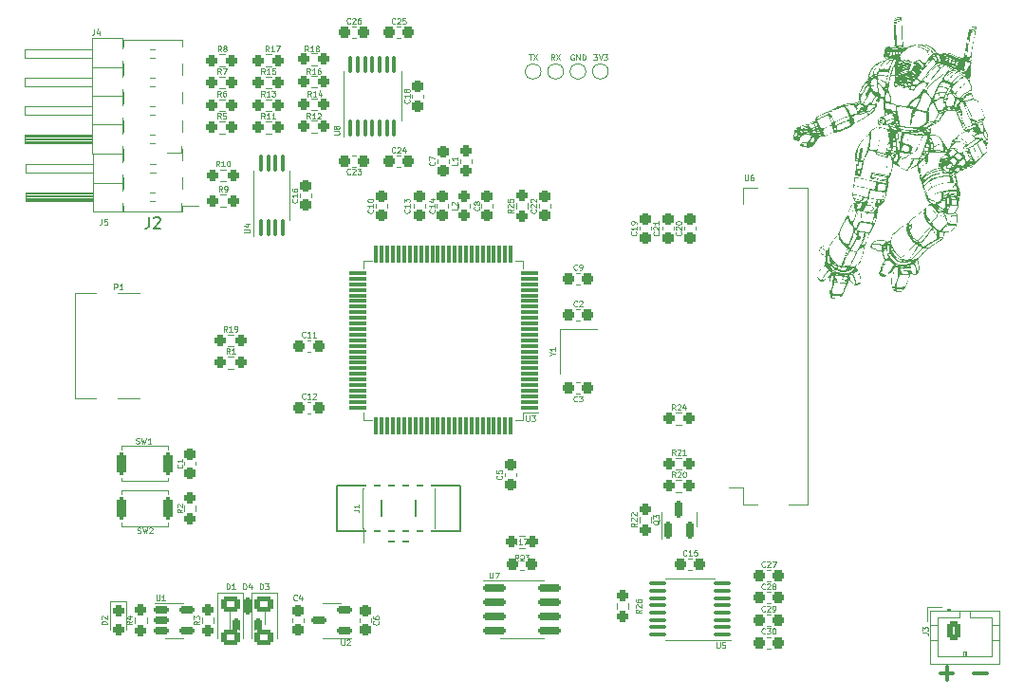
<source format=gbr>
%TF.GenerationSoftware,KiCad,Pcbnew,7.0.6*%
%TF.CreationDate,2023-07-20T20:34:57+02:00*%
%TF.ProjectId,black_scope,626c6163-6b5f-4736-936f-70652e6b6963,rev?*%
%TF.SameCoordinates,Original*%
%TF.FileFunction,Legend,Top*%
%TF.FilePolarity,Positive*%
%FSLAX46Y46*%
G04 Gerber Fmt 4.6, Leading zero omitted, Abs format (unit mm)*
G04 Created by KiCad (PCBNEW 7.0.6) date 2023-07-20 20:34:57*
%MOMM*%
%LPD*%
G01*
G04 APERTURE LIST*
G04 Aperture macros list*
%AMRoundRect*
0 Rectangle with rounded corners*
0 $1 Rounding radius*
0 $2 $3 $4 $5 $6 $7 $8 $9 X,Y pos of 4 corners*
0 Add a 4 corners polygon primitive as box body*
4,1,4,$2,$3,$4,$5,$6,$7,$8,$9,$2,$3,0*
0 Add four circle primitives for the rounded corners*
1,1,$1+$1,$2,$3*
1,1,$1+$1,$4,$5*
1,1,$1+$1,$6,$7*
1,1,$1+$1,$8,$9*
0 Add four rect primitives between the rounded corners*
20,1,$1+$1,$2,$3,$4,$5,0*
20,1,$1+$1,$4,$5,$6,$7,0*
20,1,$1+$1,$6,$7,$8,$9,0*
20,1,$1+$1,$8,$9,$2,$3,0*%
G04 Aperture macros list end*
%ADD10C,0.300000*%
%ADD11C,0.150000*%
%ADD12C,0.125000*%
%ADD13C,0.120000*%
%ADD14R,3.150000X1.000000*%
%ADD15RoundRect,0.237500X-0.300000X-0.237500X0.300000X-0.237500X0.300000X0.237500X-0.300000X0.237500X0*%
%ADD16RoundRect,0.150000X0.150000X-0.587500X0.150000X0.587500X-0.150000X0.587500X-0.150000X-0.587500X0*%
%ADD17RoundRect,0.237500X0.300000X0.237500X-0.300000X0.237500X-0.300000X-0.237500X0.300000X-0.237500X0*%
%ADD18RoundRect,0.200000X0.200000X0.800000X-0.200000X0.800000X-0.200000X-0.800000X0.200000X-0.800000X0*%
%ADD19RoundRect,0.237500X0.237500X-0.250000X0.237500X0.250000X-0.237500X0.250000X-0.237500X-0.250000X0*%
%ADD20RoundRect,0.237500X-0.237500X0.250000X-0.237500X-0.250000X0.237500X-0.250000X0.237500X0.250000X0*%
%ADD21RoundRect,0.237500X0.237500X-0.300000X0.237500X0.300000X-0.237500X0.300000X-0.237500X-0.300000X0*%
%ADD22RoundRect,0.237500X0.250000X0.237500X-0.250000X0.237500X-0.250000X-0.237500X0.250000X-0.237500X0*%
%ADD23RoundRect,0.237500X-0.237500X0.287500X-0.237500X-0.287500X0.237500X-0.287500X0.237500X0.287500X0*%
%ADD24RoundRect,0.250001X-0.624999X0.462499X-0.624999X-0.462499X0.624999X-0.462499X0.624999X0.462499X0*%
%ADD25RoundRect,0.250000X-0.350000X-0.625000X0.350000X-0.625000X0.350000X0.625000X-0.350000X0.625000X0*%
%ADD26O,1.200000X1.750000*%
%ADD27R,1.300000X0.300000*%
%ADD28R,2.200000X1.800000*%
%ADD29RoundRect,0.150000X0.512500X0.150000X-0.512500X0.150000X-0.512500X-0.150000X0.512500X-0.150000X0*%
%ADD30RoundRect,0.237500X-0.250000X-0.237500X0.250000X-0.237500X0.250000X0.237500X-0.250000X0.237500X0*%
%ADD31RoundRect,0.237500X-0.237500X0.300000X-0.237500X-0.300000X0.237500X-0.300000X0.237500X0.300000X0*%
%ADD32R,1.700000X1.700000*%
%ADD33O,1.700000X1.700000*%
%ADD34RoundRect,0.075000X0.725000X0.075000X-0.725000X0.075000X-0.725000X-0.075000X0.725000X-0.075000X0*%
%ADD35RoundRect,0.075000X0.075000X0.725000X-0.075000X0.725000X-0.075000X-0.725000X0.075000X-0.725000X0*%
%ADD36RoundRect,0.150000X-0.512500X-0.150000X0.512500X-0.150000X0.512500X0.150000X-0.512500X0.150000X0*%
%ADD37C,1.000000*%
%ADD38RoundRect,0.200000X-0.200000X-0.800000X0.200000X-0.800000X0.200000X0.800000X-0.200000X0.800000X0*%
%ADD39C,0.650000*%
%ADD40R,1.450000X0.600000*%
%ADD41R,1.450000X0.300000*%
%ADD42O,2.100000X1.000000*%
%ADD43O,1.600000X1.000000*%
%ADD44RoundRect,0.100000X0.100000X-0.637500X0.100000X0.637500X-0.100000X0.637500X-0.100000X-0.637500X0*%
%ADD45R,0.740000X2.400000*%
%ADD46R,1.200000X1.400000*%
%ADD47RoundRect,0.100000X0.637500X0.100000X-0.637500X0.100000X-0.637500X-0.100000X0.637500X-0.100000X0*%
%ADD48RoundRect,0.150000X-0.825000X-0.150000X0.825000X-0.150000X0.825000X0.150000X-0.825000X0.150000X0*%
G04 APERTURE END LIST*
D10*
X174319510Y-131729400D02*
X175462368Y-131729400D01*
X174890939Y-132300828D02*
X174890939Y-131157971D01*
X177319510Y-131729400D02*
X178462368Y-131729400D01*
D11*
X120500000Y-115000000D02*
X131500000Y-115000000D01*
X131500000Y-119000000D01*
X120500000Y-119000000D01*
X120500000Y-115000000D01*
X124500000Y-115000000D02*
X127500000Y-115000000D01*
X127500000Y-120000000D01*
X124500000Y-120000000D01*
X124500000Y-115000000D01*
D12*
X141619047Y-76498619D02*
X141571428Y-76474809D01*
X141571428Y-76474809D02*
X141499999Y-76474809D01*
X141499999Y-76474809D02*
X141428571Y-76498619D01*
X141428571Y-76498619D02*
X141380952Y-76546238D01*
X141380952Y-76546238D02*
X141357142Y-76593857D01*
X141357142Y-76593857D02*
X141333333Y-76689095D01*
X141333333Y-76689095D02*
X141333333Y-76760523D01*
X141333333Y-76760523D02*
X141357142Y-76855761D01*
X141357142Y-76855761D02*
X141380952Y-76903380D01*
X141380952Y-76903380D02*
X141428571Y-76951000D01*
X141428571Y-76951000D02*
X141499999Y-76974809D01*
X141499999Y-76974809D02*
X141547618Y-76974809D01*
X141547618Y-76974809D02*
X141619047Y-76951000D01*
X141619047Y-76951000D02*
X141642856Y-76927190D01*
X141642856Y-76927190D02*
X141642856Y-76760523D01*
X141642856Y-76760523D02*
X141547618Y-76760523D01*
X141857142Y-76974809D02*
X141857142Y-76474809D01*
X141857142Y-76474809D02*
X142142856Y-76974809D01*
X142142856Y-76974809D02*
X142142856Y-76474809D01*
X142380952Y-76974809D02*
X142380952Y-76474809D01*
X142380952Y-76474809D02*
X142500000Y-76474809D01*
X142500000Y-76474809D02*
X142571428Y-76498619D01*
X142571428Y-76498619D02*
X142619047Y-76546238D01*
X142619047Y-76546238D02*
X142642857Y-76593857D01*
X142642857Y-76593857D02*
X142666666Y-76689095D01*
X142666666Y-76689095D02*
X142666666Y-76760523D01*
X142666666Y-76760523D02*
X142642857Y-76855761D01*
X142642857Y-76855761D02*
X142619047Y-76903380D01*
X142619047Y-76903380D02*
X142571428Y-76951000D01*
X142571428Y-76951000D02*
X142500000Y-76974809D01*
X142500000Y-76974809D02*
X142380952Y-76974809D01*
X139916666Y-76974809D02*
X139750000Y-76736714D01*
X139630952Y-76974809D02*
X139630952Y-76474809D01*
X139630952Y-76474809D02*
X139821428Y-76474809D01*
X139821428Y-76474809D02*
X139869047Y-76498619D01*
X139869047Y-76498619D02*
X139892857Y-76522428D01*
X139892857Y-76522428D02*
X139916666Y-76570047D01*
X139916666Y-76570047D02*
X139916666Y-76641476D01*
X139916666Y-76641476D02*
X139892857Y-76689095D01*
X139892857Y-76689095D02*
X139869047Y-76712904D01*
X139869047Y-76712904D02*
X139821428Y-76736714D01*
X139821428Y-76736714D02*
X139630952Y-76736714D01*
X140083333Y-76474809D02*
X140416666Y-76974809D01*
X140416666Y-76474809D02*
X140083333Y-76974809D01*
X143380953Y-76474809D02*
X143690477Y-76474809D01*
X143690477Y-76474809D02*
X143523810Y-76665285D01*
X143523810Y-76665285D02*
X143595239Y-76665285D01*
X143595239Y-76665285D02*
X143642858Y-76689095D01*
X143642858Y-76689095D02*
X143666667Y-76712904D01*
X143666667Y-76712904D02*
X143690477Y-76760523D01*
X143690477Y-76760523D02*
X143690477Y-76879571D01*
X143690477Y-76879571D02*
X143666667Y-76927190D01*
X143666667Y-76927190D02*
X143642858Y-76951000D01*
X143642858Y-76951000D02*
X143595239Y-76974809D01*
X143595239Y-76974809D02*
X143452382Y-76974809D01*
X143452382Y-76974809D02*
X143404763Y-76951000D01*
X143404763Y-76951000D02*
X143380953Y-76927190D01*
X143833334Y-76474809D02*
X144000000Y-76974809D01*
X144000000Y-76974809D02*
X144166667Y-76474809D01*
X144285714Y-76474809D02*
X144595238Y-76474809D01*
X144595238Y-76474809D02*
X144428571Y-76665285D01*
X144428571Y-76665285D02*
X144500000Y-76665285D01*
X144500000Y-76665285D02*
X144547619Y-76689095D01*
X144547619Y-76689095D02*
X144571428Y-76712904D01*
X144571428Y-76712904D02*
X144595238Y-76760523D01*
X144595238Y-76760523D02*
X144595238Y-76879571D01*
X144595238Y-76879571D02*
X144571428Y-76927190D01*
X144571428Y-76927190D02*
X144547619Y-76951000D01*
X144547619Y-76951000D02*
X144500000Y-76974809D01*
X144500000Y-76974809D02*
X144357143Y-76974809D01*
X144357143Y-76974809D02*
X144309524Y-76951000D01*
X144309524Y-76951000D02*
X144285714Y-76927190D01*
X137619048Y-76474809D02*
X137904762Y-76474809D01*
X137761905Y-76974809D02*
X137761905Y-76474809D01*
X138023809Y-76474809D02*
X138357142Y-76974809D01*
X138357142Y-76474809D02*
X138023809Y-76974809D01*
D11*
X103741666Y-90984819D02*
X103741666Y-91699104D01*
X103741666Y-91699104D02*
X103694047Y-91841961D01*
X103694047Y-91841961D02*
X103598809Y-91937200D01*
X103598809Y-91937200D02*
X103455952Y-91984819D01*
X103455952Y-91984819D02*
X103360714Y-91984819D01*
X104170238Y-91080057D02*
X104217857Y-91032438D01*
X104217857Y-91032438D02*
X104313095Y-90984819D01*
X104313095Y-90984819D02*
X104551190Y-90984819D01*
X104551190Y-90984819D02*
X104646428Y-91032438D01*
X104646428Y-91032438D02*
X104694047Y-91080057D01*
X104694047Y-91080057D02*
X104741666Y-91175295D01*
X104741666Y-91175295D02*
X104741666Y-91270533D01*
X104741666Y-91270533D02*
X104694047Y-91413390D01*
X104694047Y-91413390D02*
X104122619Y-91984819D01*
X104122619Y-91984819D02*
X104741666Y-91984819D01*
D12*
X158678571Y-128157190D02*
X158654762Y-128181000D01*
X158654762Y-128181000D02*
X158583333Y-128204809D01*
X158583333Y-128204809D02*
X158535714Y-128204809D01*
X158535714Y-128204809D02*
X158464286Y-128181000D01*
X158464286Y-128181000D02*
X158416667Y-128133380D01*
X158416667Y-128133380D02*
X158392857Y-128085761D01*
X158392857Y-128085761D02*
X158369048Y-127990523D01*
X158369048Y-127990523D02*
X158369048Y-127919095D01*
X158369048Y-127919095D02*
X158392857Y-127823857D01*
X158392857Y-127823857D02*
X158416667Y-127776238D01*
X158416667Y-127776238D02*
X158464286Y-127728619D01*
X158464286Y-127728619D02*
X158535714Y-127704809D01*
X158535714Y-127704809D02*
X158583333Y-127704809D01*
X158583333Y-127704809D02*
X158654762Y-127728619D01*
X158654762Y-127728619D02*
X158678571Y-127752428D01*
X158845238Y-127704809D02*
X159154762Y-127704809D01*
X159154762Y-127704809D02*
X158988095Y-127895285D01*
X158988095Y-127895285D02*
X159059524Y-127895285D01*
X159059524Y-127895285D02*
X159107143Y-127919095D01*
X159107143Y-127919095D02*
X159130952Y-127942904D01*
X159130952Y-127942904D02*
X159154762Y-127990523D01*
X159154762Y-127990523D02*
X159154762Y-128109571D01*
X159154762Y-128109571D02*
X159130952Y-128157190D01*
X159130952Y-128157190D02*
X159107143Y-128181000D01*
X159107143Y-128181000D02*
X159059524Y-128204809D01*
X159059524Y-128204809D02*
X158916667Y-128204809D01*
X158916667Y-128204809D02*
X158869048Y-128181000D01*
X158869048Y-128181000D02*
X158845238Y-128157190D01*
X159464285Y-127704809D02*
X159511904Y-127704809D01*
X159511904Y-127704809D02*
X159559523Y-127728619D01*
X159559523Y-127728619D02*
X159583333Y-127752428D01*
X159583333Y-127752428D02*
X159607142Y-127800047D01*
X159607142Y-127800047D02*
X159630952Y-127895285D01*
X159630952Y-127895285D02*
X159630952Y-128014333D01*
X159630952Y-128014333D02*
X159607142Y-128109571D01*
X159607142Y-128109571D02*
X159583333Y-128157190D01*
X159583333Y-128157190D02*
X159559523Y-128181000D01*
X159559523Y-128181000D02*
X159511904Y-128204809D01*
X159511904Y-128204809D02*
X159464285Y-128204809D01*
X159464285Y-128204809D02*
X159416666Y-128181000D01*
X159416666Y-128181000D02*
X159392857Y-128157190D01*
X159392857Y-128157190D02*
X159369047Y-128109571D01*
X159369047Y-128109571D02*
X159345238Y-128014333D01*
X159345238Y-128014333D02*
X159345238Y-127895285D01*
X159345238Y-127895285D02*
X159369047Y-127800047D01*
X159369047Y-127800047D02*
X159392857Y-127752428D01*
X159392857Y-127752428D02*
X159416666Y-127728619D01*
X159416666Y-127728619D02*
X159464285Y-127704809D01*
X158678571Y-126167190D02*
X158654762Y-126191000D01*
X158654762Y-126191000D02*
X158583333Y-126214809D01*
X158583333Y-126214809D02*
X158535714Y-126214809D01*
X158535714Y-126214809D02*
X158464286Y-126191000D01*
X158464286Y-126191000D02*
X158416667Y-126143380D01*
X158416667Y-126143380D02*
X158392857Y-126095761D01*
X158392857Y-126095761D02*
X158369048Y-126000523D01*
X158369048Y-126000523D02*
X158369048Y-125929095D01*
X158369048Y-125929095D02*
X158392857Y-125833857D01*
X158392857Y-125833857D02*
X158416667Y-125786238D01*
X158416667Y-125786238D02*
X158464286Y-125738619D01*
X158464286Y-125738619D02*
X158535714Y-125714809D01*
X158535714Y-125714809D02*
X158583333Y-125714809D01*
X158583333Y-125714809D02*
X158654762Y-125738619D01*
X158654762Y-125738619D02*
X158678571Y-125762428D01*
X158869048Y-125762428D02*
X158892857Y-125738619D01*
X158892857Y-125738619D02*
X158940476Y-125714809D01*
X158940476Y-125714809D02*
X159059524Y-125714809D01*
X159059524Y-125714809D02*
X159107143Y-125738619D01*
X159107143Y-125738619D02*
X159130952Y-125762428D01*
X159130952Y-125762428D02*
X159154762Y-125810047D01*
X159154762Y-125810047D02*
X159154762Y-125857666D01*
X159154762Y-125857666D02*
X159130952Y-125929095D01*
X159130952Y-125929095D02*
X158845238Y-126214809D01*
X158845238Y-126214809D02*
X159154762Y-126214809D01*
X159392857Y-126214809D02*
X159488095Y-126214809D01*
X159488095Y-126214809D02*
X159535714Y-126191000D01*
X159535714Y-126191000D02*
X159559523Y-126167190D01*
X159559523Y-126167190D02*
X159607142Y-126095761D01*
X159607142Y-126095761D02*
X159630952Y-126000523D01*
X159630952Y-126000523D02*
X159630952Y-125810047D01*
X159630952Y-125810047D02*
X159607142Y-125762428D01*
X159607142Y-125762428D02*
X159583333Y-125738619D01*
X159583333Y-125738619D02*
X159535714Y-125714809D01*
X159535714Y-125714809D02*
X159440476Y-125714809D01*
X159440476Y-125714809D02*
X159392857Y-125738619D01*
X159392857Y-125738619D02*
X159369047Y-125762428D01*
X159369047Y-125762428D02*
X159345238Y-125810047D01*
X159345238Y-125810047D02*
X159345238Y-125929095D01*
X159345238Y-125929095D02*
X159369047Y-125976714D01*
X159369047Y-125976714D02*
X159392857Y-126000523D01*
X159392857Y-126000523D02*
X159440476Y-126024333D01*
X159440476Y-126024333D02*
X159535714Y-126024333D01*
X159535714Y-126024333D02*
X159583333Y-126000523D01*
X159583333Y-126000523D02*
X159607142Y-125976714D01*
X159607142Y-125976714D02*
X159630952Y-125929095D01*
X158678571Y-124177190D02*
X158654762Y-124201000D01*
X158654762Y-124201000D02*
X158583333Y-124224809D01*
X158583333Y-124224809D02*
X158535714Y-124224809D01*
X158535714Y-124224809D02*
X158464286Y-124201000D01*
X158464286Y-124201000D02*
X158416667Y-124153380D01*
X158416667Y-124153380D02*
X158392857Y-124105761D01*
X158392857Y-124105761D02*
X158369048Y-124010523D01*
X158369048Y-124010523D02*
X158369048Y-123939095D01*
X158369048Y-123939095D02*
X158392857Y-123843857D01*
X158392857Y-123843857D02*
X158416667Y-123796238D01*
X158416667Y-123796238D02*
X158464286Y-123748619D01*
X158464286Y-123748619D02*
X158535714Y-123724809D01*
X158535714Y-123724809D02*
X158583333Y-123724809D01*
X158583333Y-123724809D02*
X158654762Y-123748619D01*
X158654762Y-123748619D02*
X158678571Y-123772428D01*
X158869048Y-123772428D02*
X158892857Y-123748619D01*
X158892857Y-123748619D02*
X158940476Y-123724809D01*
X158940476Y-123724809D02*
X159059524Y-123724809D01*
X159059524Y-123724809D02*
X159107143Y-123748619D01*
X159107143Y-123748619D02*
X159130952Y-123772428D01*
X159130952Y-123772428D02*
X159154762Y-123820047D01*
X159154762Y-123820047D02*
X159154762Y-123867666D01*
X159154762Y-123867666D02*
X159130952Y-123939095D01*
X159130952Y-123939095D02*
X158845238Y-124224809D01*
X158845238Y-124224809D02*
X159154762Y-124224809D01*
X159440476Y-123939095D02*
X159392857Y-123915285D01*
X159392857Y-123915285D02*
X159369047Y-123891476D01*
X159369047Y-123891476D02*
X159345238Y-123843857D01*
X159345238Y-123843857D02*
X159345238Y-123820047D01*
X159345238Y-123820047D02*
X159369047Y-123772428D01*
X159369047Y-123772428D02*
X159392857Y-123748619D01*
X159392857Y-123748619D02*
X159440476Y-123724809D01*
X159440476Y-123724809D02*
X159535714Y-123724809D01*
X159535714Y-123724809D02*
X159583333Y-123748619D01*
X159583333Y-123748619D02*
X159607142Y-123772428D01*
X159607142Y-123772428D02*
X159630952Y-123820047D01*
X159630952Y-123820047D02*
X159630952Y-123843857D01*
X159630952Y-123843857D02*
X159607142Y-123891476D01*
X159607142Y-123891476D02*
X159583333Y-123915285D01*
X159583333Y-123915285D02*
X159535714Y-123939095D01*
X159535714Y-123939095D02*
X159440476Y-123939095D01*
X159440476Y-123939095D02*
X159392857Y-123962904D01*
X159392857Y-123962904D02*
X159369047Y-123986714D01*
X159369047Y-123986714D02*
X159345238Y-124034333D01*
X159345238Y-124034333D02*
X159345238Y-124129571D01*
X159345238Y-124129571D02*
X159369047Y-124177190D01*
X159369047Y-124177190D02*
X159392857Y-124201000D01*
X159392857Y-124201000D02*
X159440476Y-124224809D01*
X159440476Y-124224809D02*
X159535714Y-124224809D01*
X159535714Y-124224809D02*
X159583333Y-124201000D01*
X159583333Y-124201000D02*
X159607142Y-124177190D01*
X159607142Y-124177190D02*
X159630952Y-124129571D01*
X159630952Y-124129571D02*
X159630952Y-124034333D01*
X159630952Y-124034333D02*
X159607142Y-123986714D01*
X159607142Y-123986714D02*
X159583333Y-123962904D01*
X159583333Y-123962904D02*
X159535714Y-123939095D01*
X158678571Y-122187190D02*
X158654762Y-122211000D01*
X158654762Y-122211000D02*
X158583333Y-122234809D01*
X158583333Y-122234809D02*
X158535714Y-122234809D01*
X158535714Y-122234809D02*
X158464286Y-122211000D01*
X158464286Y-122211000D02*
X158416667Y-122163380D01*
X158416667Y-122163380D02*
X158392857Y-122115761D01*
X158392857Y-122115761D02*
X158369048Y-122020523D01*
X158369048Y-122020523D02*
X158369048Y-121949095D01*
X158369048Y-121949095D02*
X158392857Y-121853857D01*
X158392857Y-121853857D02*
X158416667Y-121806238D01*
X158416667Y-121806238D02*
X158464286Y-121758619D01*
X158464286Y-121758619D02*
X158535714Y-121734809D01*
X158535714Y-121734809D02*
X158583333Y-121734809D01*
X158583333Y-121734809D02*
X158654762Y-121758619D01*
X158654762Y-121758619D02*
X158678571Y-121782428D01*
X158869048Y-121782428D02*
X158892857Y-121758619D01*
X158892857Y-121758619D02*
X158940476Y-121734809D01*
X158940476Y-121734809D02*
X159059524Y-121734809D01*
X159059524Y-121734809D02*
X159107143Y-121758619D01*
X159107143Y-121758619D02*
X159130952Y-121782428D01*
X159130952Y-121782428D02*
X159154762Y-121830047D01*
X159154762Y-121830047D02*
X159154762Y-121877666D01*
X159154762Y-121877666D02*
X159130952Y-121949095D01*
X159130952Y-121949095D02*
X158845238Y-122234809D01*
X158845238Y-122234809D02*
X159154762Y-122234809D01*
X159321428Y-121734809D02*
X159654761Y-121734809D01*
X159654761Y-121734809D02*
X159440476Y-122234809D01*
X112130952Y-124224809D02*
X112130952Y-123724809D01*
X112130952Y-123724809D02*
X112250000Y-123724809D01*
X112250000Y-123724809D02*
X112321428Y-123748619D01*
X112321428Y-123748619D02*
X112369047Y-123796238D01*
X112369047Y-123796238D02*
X112392857Y-123843857D01*
X112392857Y-123843857D02*
X112416666Y-123939095D01*
X112416666Y-123939095D02*
X112416666Y-124010523D01*
X112416666Y-124010523D02*
X112392857Y-124105761D01*
X112392857Y-124105761D02*
X112369047Y-124153380D01*
X112369047Y-124153380D02*
X112321428Y-124201000D01*
X112321428Y-124201000D02*
X112250000Y-124224809D01*
X112250000Y-124224809D02*
X112130952Y-124224809D01*
X112845238Y-123891476D02*
X112845238Y-124224809D01*
X112726190Y-123701000D02*
X112607143Y-124058142D01*
X112607143Y-124058142D02*
X112916666Y-124058142D01*
X121678571Y-73677190D02*
X121654762Y-73701000D01*
X121654762Y-73701000D02*
X121583333Y-73724809D01*
X121583333Y-73724809D02*
X121535714Y-73724809D01*
X121535714Y-73724809D02*
X121464286Y-73701000D01*
X121464286Y-73701000D02*
X121416667Y-73653380D01*
X121416667Y-73653380D02*
X121392857Y-73605761D01*
X121392857Y-73605761D02*
X121369048Y-73510523D01*
X121369048Y-73510523D02*
X121369048Y-73439095D01*
X121369048Y-73439095D02*
X121392857Y-73343857D01*
X121392857Y-73343857D02*
X121416667Y-73296238D01*
X121416667Y-73296238D02*
X121464286Y-73248619D01*
X121464286Y-73248619D02*
X121535714Y-73224809D01*
X121535714Y-73224809D02*
X121583333Y-73224809D01*
X121583333Y-73224809D02*
X121654762Y-73248619D01*
X121654762Y-73248619D02*
X121678571Y-73272428D01*
X121869048Y-73272428D02*
X121892857Y-73248619D01*
X121892857Y-73248619D02*
X121940476Y-73224809D01*
X121940476Y-73224809D02*
X122059524Y-73224809D01*
X122059524Y-73224809D02*
X122107143Y-73248619D01*
X122107143Y-73248619D02*
X122130952Y-73272428D01*
X122130952Y-73272428D02*
X122154762Y-73320047D01*
X122154762Y-73320047D02*
X122154762Y-73367666D01*
X122154762Y-73367666D02*
X122130952Y-73439095D01*
X122130952Y-73439095D02*
X121845238Y-73724809D01*
X121845238Y-73724809D02*
X122154762Y-73724809D01*
X122583333Y-73224809D02*
X122488095Y-73224809D01*
X122488095Y-73224809D02*
X122440476Y-73248619D01*
X122440476Y-73248619D02*
X122416666Y-73272428D01*
X122416666Y-73272428D02*
X122369047Y-73343857D01*
X122369047Y-73343857D02*
X122345238Y-73439095D01*
X122345238Y-73439095D02*
X122345238Y-73629571D01*
X122345238Y-73629571D02*
X122369047Y-73677190D01*
X122369047Y-73677190D02*
X122392857Y-73701000D01*
X122392857Y-73701000D02*
X122440476Y-73724809D01*
X122440476Y-73724809D02*
X122535714Y-73724809D01*
X122535714Y-73724809D02*
X122583333Y-73701000D01*
X122583333Y-73701000D02*
X122607142Y-73677190D01*
X122607142Y-73677190D02*
X122630952Y-73629571D01*
X122630952Y-73629571D02*
X122630952Y-73510523D01*
X122630952Y-73510523D02*
X122607142Y-73462904D01*
X122607142Y-73462904D02*
X122583333Y-73439095D01*
X122583333Y-73439095D02*
X122535714Y-73415285D01*
X122535714Y-73415285D02*
X122440476Y-73415285D01*
X122440476Y-73415285D02*
X122392857Y-73439095D01*
X122392857Y-73439095D02*
X122369047Y-73462904D01*
X122369047Y-73462904D02*
X122345238Y-73510523D01*
X102693334Y-119201000D02*
X102764762Y-119224809D01*
X102764762Y-119224809D02*
X102883810Y-119224809D01*
X102883810Y-119224809D02*
X102931429Y-119201000D01*
X102931429Y-119201000D02*
X102955238Y-119177190D01*
X102955238Y-119177190D02*
X102979048Y-119129571D01*
X102979048Y-119129571D02*
X102979048Y-119081952D01*
X102979048Y-119081952D02*
X102955238Y-119034333D01*
X102955238Y-119034333D02*
X102931429Y-119010523D01*
X102931429Y-119010523D02*
X102883810Y-118986714D01*
X102883810Y-118986714D02*
X102788572Y-118962904D01*
X102788572Y-118962904D02*
X102740953Y-118939095D01*
X102740953Y-118939095D02*
X102717143Y-118915285D01*
X102717143Y-118915285D02*
X102693334Y-118867666D01*
X102693334Y-118867666D02*
X102693334Y-118820047D01*
X102693334Y-118820047D02*
X102717143Y-118772428D01*
X102717143Y-118772428D02*
X102740953Y-118748619D01*
X102740953Y-118748619D02*
X102788572Y-118724809D01*
X102788572Y-118724809D02*
X102907619Y-118724809D01*
X102907619Y-118724809D02*
X102979048Y-118748619D01*
X103145714Y-118724809D02*
X103264762Y-119224809D01*
X103264762Y-119224809D02*
X103360000Y-118867666D01*
X103360000Y-118867666D02*
X103455238Y-119224809D01*
X103455238Y-119224809D02*
X103574286Y-118724809D01*
X103740953Y-118772428D02*
X103764762Y-118748619D01*
X103764762Y-118748619D02*
X103812381Y-118724809D01*
X103812381Y-118724809D02*
X103931429Y-118724809D01*
X103931429Y-118724809D02*
X103979048Y-118748619D01*
X103979048Y-118748619D02*
X104002857Y-118772428D01*
X104002857Y-118772428D02*
X104026667Y-118820047D01*
X104026667Y-118820047D02*
X104026667Y-118867666D01*
X104026667Y-118867666D02*
X104002857Y-118939095D01*
X104002857Y-118939095D02*
X103717143Y-119224809D01*
X103717143Y-119224809D02*
X104026667Y-119224809D01*
X108224809Y-127083333D02*
X107986714Y-127249999D01*
X108224809Y-127369047D02*
X107724809Y-127369047D01*
X107724809Y-127369047D02*
X107724809Y-127178571D01*
X107724809Y-127178571D02*
X107748619Y-127130952D01*
X107748619Y-127130952D02*
X107772428Y-127107142D01*
X107772428Y-127107142D02*
X107820047Y-127083333D01*
X107820047Y-127083333D02*
X107891476Y-127083333D01*
X107891476Y-127083333D02*
X107939095Y-127107142D01*
X107939095Y-127107142D02*
X107962904Y-127130952D01*
X107962904Y-127130952D02*
X107986714Y-127178571D01*
X107986714Y-127178571D02*
X107986714Y-127369047D01*
X107724809Y-126916666D02*
X107724809Y-126607142D01*
X107724809Y-126607142D02*
X107915285Y-126773809D01*
X107915285Y-126773809D02*
X107915285Y-126702380D01*
X107915285Y-126702380D02*
X107939095Y-126654761D01*
X107939095Y-126654761D02*
X107962904Y-126630952D01*
X107962904Y-126630952D02*
X108010523Y-126607142D01*
X108010523Y-126607142D02*
X108129571Y-126607142D01*
X108129571Y-126607142D02*
X108177190Y-126630952D01*
X108177190Y-126630952D02*
X108201000Y-126654761D01*
X108201000Y-126654761D02*
X108224809Y-126702380D01*
X108224809Y-126702380D02*
X108224809Y-126845237D01*
X108224809Y-126845237D02*
X108201000Y-126892856D01*
X108201000Y-126892856D02*
X108177190Y-126916666D01*
X102224809Y-127083333D02*
X101986714Y-127249999D01*
X102224809Y-127369047D02*
X101724809Y-127369047D01*
X101724809Y-127369047D02*
X101724809Y-127178571D01*
X101724809Y-127178571D02*
X101748619Y-127130952D01*
X101748619Y-127130952D02*
X101772428Y-127107142D01*
X101772428Y-127107142D02*
X101820047Y-127083333D01*
X101820047Y-127083333D02*
X101891476Y-127083333D01*
X101891476Y-127083333D02*
X101939095Y-127107142D01*
X101939095Y-127107142D02*
X101962904Y-127130952D01*
X101962904Y-127130952D02*
X101986714Y-127178571D01*
X101986714Y-127178571D02*
X101986714Y-127369047D01*
X101891476Y-126654761D02*
X102224809Y-126654761D01*
X101701000Y-126773809D02*
X102058142Y-126892856D01*
X102058142Y-126892856D02*
X102058142Y-126583333D01*
X129177190Y-86083333D02*
X129201000Y-86107142D01*
X129201000Y-86107142D02*
X129224809Y-86178571D01*
X129224809Y-86178571D02*
X129224809Y-86226190D01*
X129224809Y-86226190D02*
X129201000Y-86297618D01*
X129201000Y-86297618D02*
X129153380Y-86345237D01*
X129153380Y-86345237D02*
X129105761Y-86369047D01*
X129105761Y-86369047D02*
X129010523Y-86392856D01*
X129010523Y-86392856D02*
X128939095Y-86392856D01*
X128939095Y-86392856D02*
X128843857Y-86369047D01*
X128843857Y-86369047D02*
X128796238Y-86345237D01*
X128796238Y-86345237D02*
X128748619Y-86297618D01*
X128748619Y-86297618D02*
X128724809Y-86226190D01*
X128724809Y-86226190D02*
X128724809Y-86178571D01*
X128724809Y-86178571D02*
X128748619Y-86107142D01*
X128748619Y-86107142D02*
X128772428Y-86083333D01*
X128724809Y-85916666D02*
X128724809Y-85583333D01*
X128724809Y-85583333D02*
X129224809Y-85797618D01*
X141916666Y-95677190D02*
X141892857Y-95701000D01*
X141892857Y-95701000D02*
X141821428Y-95724809D01*
X141821428Y-95724809D02*
X141773809Y-95724809D01*
X141773809Y-95724809D02*
X141702381Y-95701000D01*
X141702381Y-95701000D02*
X141654762Y-95653380D01*
X141654762Y-95653380D02*
X141630952Y-95605761D01*
X141630952Y-95605761D02*
X141607143Y-95510523D01*
X141607143Y-95510523D02*
X141607143Y-95439095D01*
X141607143Y-95439095D02*
X141630952Y-95343857D01*
X141630952Y-95343857D02*
X141654762Y-95296238D01*
X141654762Y-95296238D02*
X141702381Y-95248619D01*
X141702381Y-95248619D02*
X141773809Y-95224809D01*
X141773809Y-95224809D02*
X141821428Y-95224809D01*
X141821428Y-95224809D02*
X141892857Y-95248619D01*
X141892857Y-95248619D02*
X141916666Y-95272428D01*
X142154762Y-95724809D02*
X142250000Y-95724809D01*
X142250000Y-95724809D02*
X142297619Y-95701000D01*
X142297619Y-95701000D02*
X142321428Y-95677190D01*
X142321428Y-95677190D02*
X142369047Y-95605761D01*
X142369047Y-95605761D02*
X142392857Y-95510523D01*
X142392857Y-95510523D02*
X142392857Y-95320047D01*
X142392857Y-95320047D02*
X142369047Y-95272428D01*
X142369047Y-95272428D02*
X142345238Y-95248619D01*
X142345238Y-95248619D02*
X142297619Y-95224809D01*
X142297619Y-95224809D02*
X142202381Y-95224809D01*
X142202381Y-95224809D02*
X142154762Y-95248619D01*
X142154762Y-95248619D02*
X142130952Y-95272428D01*
X142130952Y-95272428D02*
X142107143Y-95320047D01*
X142107143Y-95320047D02*
X142107143Y-95439095D01*
X142107143Y-95439095D02*
X142130952Y-95486714D01*
X142130952Y-95486714D02*
X142154762Y-95510523D01*
X142154762Y-95510523D02*
X142202381Y-95534333D01*
X142202381Y-95534333D02*
X142297619Y-95534333D01*
X142297619Y-95534333D02*
X142345238Y-95510523D01*
X142345238Y-95510523D02*
X142369047Y-95486714D01*
X142369047Y-95486714D02*
X142392857Y-95439095D01*
X106724809Y-117083333D02*
X106486714Y-117249999D01*
X106724809Y-117369047D02*
X106224809Y-117369047D01*
X106224809Y-117369047D02*
X106224809Y-117178571D01*
X106224809Y-117178571D02*
X106248619Y-117130952D01*
X106248619Y-117130952D02*
X106272428Y-117107142D01*
X106272428Y-117107142D02*
X106320047Y-117083333D01*
X106320047Y-117083333D02*
X106391476Y-117083333D01*
X106391476Y-117083333D02*
X106439095Y-117107142D01*
X106439095Y-117107142D02*
X106462904Y-117130952D01*
X106462904Y-117130952D02*
X106486714Y-117178571D01*
X106486714Y-117178571D02*
X106486714Y-117369047D01*
X106272428Y-116892856D02*
X106248619Y-116869047D01*
X106248619Y-116869047D02*
X106224809Y-116821428D01*
X106224809Y-116821428D02*
X106224809Y-116702380D01*
X106224809Y-116702380D02*
X106248619Y-116654761D01*
X106248619Y-116654761D02*
X106272428Y-116630952D01*
X106272428Y-116630952D02*
X106320047Y-116607142D01*
X106320047Y-116607142D02*
X106367666Y-116607142D01*
X106367666Y-116607142D02*
X106439095Y-116630952D01*
X106439095Y-116630952D02*
X106724809Y-116916666D01*
X106724809Y-116916666D02*
X106724809Y-116607142D01*
X114428571Y-76224809D02*
X114261905Y-75986714D01*
X114142857Y-76224809D02*
X114142857Y-75724809D01*
X114142857Y-75724809D02*
X114333333Y-75724809D01*
X114333333Y-75724809D02*
X114380952Y-75748619D01*
X114380952Y-75748619D02*
X114404762Y-75772428D01*
X114404762Y-75772428D02*
X114428571Y-75820047D01*
X114428571Y-75820047D02*
X114428571Y-75891476D01*
X114428571Y-75891476D02*
X114404762Y-75939095D01*
X114404762Y-75939095D02*
X114380952Y-75962904D01*
X114380952Y-75962904D02*
X114333333Y-75986714D01*
X114333333Y-75986714D02*
X114142857Y-75986714D01*
X114904762Y-76224809D02*
X114619048Y-76224809D01*
X114761905Y-76224809D02*
X114761905Y-75724809D01*
X114761905Y-75724809D02*
X114714286Y-75796238D01*
X114714286Y-75796238D02*
X114666667Y-75843857D01*
X114666667Y-75843857D02*
X114619048Y-75867666D01*
X115071428Y-75724809D02*
X115404761Y-75724809D01*
X115404761Y-75724809D02*
X115190476Y-76224809D01*
X118098571Y-82224809D02*
X117931905Y-81986714D01*
X117812857Y-82224809D02*
X117812857Y-81724809D01*
X117812857Y-81724809D02*
X118003333Y-81724809D01*
X118003333Y-81724809D02*
X118050952Y-81748619D01*
X118050952Y-81748619D02*
X118074762Y-81772428D01*
X118074762Y-81772428D02*
X118098571Y-81820047D01*
X118098571Y-81820047D02*
X118098571Y-81891476D01*
X118098571Y-81891476D02*
X118074762Y-81939095D01*
X118074762Y-81939095D02*
X118050952Y-81962904D01*
X118050952Y-81962904D02*
X118003333Y-81986714D01*
X118003333Y-81986714D02*
X117812857Y-81986714D01*
X118574762Y-82224809D02*
X118289048Y-82224809D01*
X118431905Y-82224809D02*
X118431905Y-81724809D01*
X118431905Y-81724809D02*
X118384286Y-81796238D01*
X118384286Y-81796238D02*
X118336667Y-81843857D01*
X118336667Y-81843857D02*
X118289048Y-81867666D01*
X118765238Y-81772428D02*
X118789047Y-81748619D01*
X118789047Y-81748619D02*
X118836666Y-81724809D01*
X118836666Y-81724809D02*
X118955714Y-81724809D01*
X118955714Y-81724809D02*
X119003333Y-81748619D01*
X119003333Y-81748619D02*
X119027142Y-81772428D01*
X119027142Y-81772428D02*
X119050952Y-81820047D01*
X119050952Y-81820047D02*
X119050952Y-81867666D01*
X119050952Y-81867666D02*
X119027142Y-81939095D01*
X119027142Y-81939095D02*
X118741428Y-82224809D01*
X118741428Y-82224809D02*
X119050952Y-82224809D01*
X131224809Y-86083333D02*
X131224809Y-86321428D01*
X131224809Y-86321428D02*
X130724809Y-86321428D01*
X131224809Y-85654761D02*
X131224809Y-85940475D01*
X131224809Y-85797618D02*
X130724809Y-85797618D01*
X130724809Y-85797618D02*
X130796238Y-85845237D01*
X130796238Y-85845237D02*
X130843857Y-85892856D01*
X130843857Y-85892856D02*
X130867666Y-85940475D01*
X110630952Y-124224809D02*
X110630952Y-123724809D01*
X110630952Y-123724809D02*
X110750000Y-123724809D01*
X110750000Y-123724809D02*
X110821428Y-123748619D01*
X110821428Y-123748619D02*
X110869047Y-123796238D01*
X110869047Y-123796238D02*
X110892857Y-123843857D01*
X110892857Y-123843857D02*
X110916666Y-123939095D01*
X110916666Y-123939095D02*
X110916666Y-124010523D01*
X110916666Y-124010523D02*
X110892857Y-124105761D01*
X110892857Y-124105761D02*
X110869047Y-124153380D01*
X110869047Y-124153380D02*
X110821428Y-124201000D01*
X110821428Y-124201000D02*
X110750000Y-124224809D01*
X110750000Y-124224809D02*
X110630952Y-124224809D01*
X111392857Y-124224809D02*
X111107143Y-124224809D01*
X111250000Y-124224809D02*
X111250000Y-123724809D01*
X111250000Y-123724809D02*
X111202381Y-123796238D01*
X111202381Y-123796238D02*
X111154762Y-123843857D01*
X111154762Y-123843857D02*
X111107143Y-123867666D01*
X123677190Y-90321428D02*
X123701000Y-90345237D01*
X123701000Y-90345237D02*
X123724809Y-90416666D01*
X123724809Y-90416666D02*
X123724809Y-90464285D01*
X123724809Y-90464285D02*
X123701000Y-90535713D01*
X123701000Y-90535713D02*
X123653380Y-90583332D01*
X123653380Y-90583332D02*
X123605761Y-90607142D01*
X123605761Y-90607142D02*
X123510523Y-90630951D01*
X123510523Y-90630951D02*
X123439095Y-90630951D01*
X123439095Y-90630951D02*
X123343857Y-90607142D01*
X123343857Y-90607142D02*
X123296238Y-90583332D01*
X123296238Y-90583332D02*
X123248619Y-90535713D01*
X123248619Y-90535713D02*
X123224809Y-90464285D01*
X123224809Y-90464285D02*
X123224809Y-90416666D01*
X123224809Y-90416666D02*
X123248619Y-90345237D01*
X123248619Y-90345237D02*
X123272428Y-90321428D01*
X123724809Y-89845237D02*
X123724809Y-90130951D01*
X123724809Y-89988094D02*
X123224809Y-89988094D01*
X123224809Y-89988094D02*
X123296238Y-90035713D01*
X123296238Y-90035713D02*
X123343857Y-90083332D01*
X123343857Y-90083332D02*
X123367666Y-90130951D01*
X123224809Y-89535714D02*
X123224809Y-89488095D01*
X123224809Y-89488095D02*
X123248619Y-89440476D01*
X123248619Y-89440476D02*
X123272428Y-89416666D01*
X123272428Y-89416666D02*
X123320047Y-89392857D01*
X123320047Y-89392857D02*
X123415285Y-89369047D01*
X123415285Y-89369047D02*
X123534333Y-89369047D01*
X123534333Y-89369047D02*
X123629571Y-89392857D01*
X123629571Y-89392857D02*
X123677190Y-89416666D01*
X123677190Y-89416666D02*
X123701000Y-89440476D01*
X123701000Y-89440476D02*
X123724809Y-89488095D01*
X123724809Y-89488095D02*
X123724809Y-89535714D01*
X123724809Y-89535714D02*
X123701000Y-89583333D01*
X123701000Y-89583333D02*
X123677190Y-89607142D01*
X123677190Y-89607142D02*
X123629571Y-89630952D01*
X123629571Y-89630952D02*
X123534333Y-89654761D01*
X123534333Y-89654761D02*
X123415285Y-89654761D01*
X123415285Y-89654761D02*
X123320047Y-89630952D01*
X123320047Y-89630952D02*
X123272428Y-89607142D01*
X123272428Y-89607142D02*
X123248619Y-89583333D01*
X123248619Y-89583333D02*
X123224809Y-89535714D01*
X172724809Y-128116666D02*
X173081952Y-128116666D01*
X173081952Y-128116666D02*
X173153380Y-128140475D01*
X173153380Y-128140475D02*
X173201000Y-128188094D01*
X173201000Y-128188094D02*
X173224809Y-128259523D01*
X173224809Y-128259523D02*
X173224809Y-128307142D01*
X172724809Y-127926190D02*
X172724809Y-127616666D01*
X172724809Y-127616666D02*
X172915285Y-127783333D01*
X172915285Y-127783333D02*
X172915285Y-127711904D01*
X172915285Y-127711904D02*
X172939095Y-127664285D01*
X172939095Y-127664285D02*
X172962904Y-127640476D01*
X172962904Y-127640476D02*
X173010523Y-127616666D01*
X173010523Y-127616666D02*
X173129571Y-127616666D01*
X173129571Y-127616666D02*
X173177190Y-127640476D01*
X173177190Y-127640476D02*
X173201000Y-127664285D01*
X173201000Y-127664285D02*
X173224809Y-127711904D01*
X173224809Y-127711904D02*
X173224809Y-127854761D01*
X173224809Y-127854761D02*
X173201000Y-127902380D01*
X173201000Y-127902380D02*
X173177190Y-127926190D01*
X117678571Y-107177190D02*
X117654762Y-107201000D01*
X117654762Y-107201000D02*
X117583333Y-107224809D01*
X117583333Y-107224809D02*
X117535714Y-107224809D01*
X117535714Y-107224809D02*
X117464286Y-107201000D01*
X117464286Y-107201000D02*
X117416667Y-107153380D01*
X117416667Y-107153380D02*
X117392857Y-107105761D01*
X117392857Y-107105761D02*
X117369048Y-107010523D01*
X117369048Y-107010523D02*
X117369048Y-106939095D01*
X117369048Y-106939095D02*
X117392857Y-106843857D01*
X117392857Y-106843857D02*
X117416667Y-106796238D01*
X117416667Y-106796238D02*
X117464286Y-106748619D01*
X117464286Y-106748619D02*
X117535714Y-106724809D01*
X117535714Y-106724809D02*
X117583333Y-106724809D01*
X117583333Y-106724809D02*
X117654762Y-106748619D01*
X117654762Y-106748619D02*
X117678571Y-106772428D01*
X118154762Y-107224809D02*
X117869048Y-107224809D01*
X118011905Y-107224809D02*
X118011905Y-106724809D01*
X118011905Y-106724809D02*
X117964286Y-106796238D01*
X117964286Y-106796238D02*
X117916667Y-106843857D01*
X117916667Y-106843857D02*
X117869048Y-106867666D01*
X118345238Y-106772428D02*
X118369047Y-106748619D01*
X118369047Y-106748619D02*
X118416666Y-106724809D01*
X118416666Y-106724809D02*
X118535714Y-106724809D01*
X118535714Y-106724809D02*
X118583333Y-106748619D01*
X118583333Y-106748619D02*
X118607142Y-106772428D01*
X118607142Y-106772428D02*
X118630952Y-106820047D01*
X118630952Y-106820047D02*
X118630952Y-106867666D01*
X118630952Y-106867666D02*
X118607142Y-106939095D01*
X118607142Y-106939095D02*
X118321428Y-107224809D01*
X118321428Y-107224809D02*
X118630952Y-107224809D01*
X141916666Y-98927190D02*
X141892857Y-98951000D01*
X141892857Y-98951000D02*
X141821428Y-98974809D01*
X141821428Y-98974809D02*
X141773809Y-98974809D01*
X141773809Y-98974809D02*
X141702381Y-98951000D01*
X141702381Y-98951000D02*
X141654762Y-98903380D01*
X141654762Y-98903380D02*
X141630952Y-98855761D01*
X141630952Y-98855761D02*
X141607143Y-98760523D01*
X141607143Y-98760523D02*
X141607143Y-98689095D01*
X141607143Y-98689095D02*
X141630952Y-98593857D01*
X141630952Y-98593857D02*
X141654762Y-98546238D01*
X141654762Y-98546238D02*
X141702381Y-98498619D01*
X141702381Y-98498619D02*
X141773809Y-98474809D01*
X141773809Y-98474809D02*
X141821428Y-98474809D01*
X141821428Y-98474809D02*
X141892857Y-98498619D01*
X141892857Y-98498619D02*
X141916666Y-98522428D01*
X142107143Y-98522428D02*
X142130952Y-98498619D01*
X142130952Y-98498619D02*
X142178571Y-98474809D01*
X142178571Y-98474809D02*
X142297619Y-98474809D01*
X142297619Y-98474809D02*
X142345238Y-98498619D01*
X142345238Y-98498619D02*
X142369047Y-98522428D01*
X142369047Y-98522428D02*
X142392857Y-98570047D01*
X142392857Y-98570047D02*
X142392857Y-98617666D01*
X142392857Y-98617666D02*
X142369047Y-98689095D01*
X142369047Y-98689095D02*
X142083333Y-98974809D01*
X142083333Y-98974809D02*
X142392857Y-98974809D01*
X156869047Y-87224809D02*
X156869047Y-87629571D01*
X156869047Y-87629571D02*
X156892857Y-87677190D01*
X156892857Y-87677190D02*
X156916666Y-87701000D01*
X156916666Y-87701000D02*
X156964285Y-87724809D01*
X156964285Y-87724809D02*
X157059523Y-87724809D01*
X157059523Y-87724809D02*
X157107142Y-87701000D01*
X157107142Y-87701000D02*
X157130952Y-87677190D01*
X157130952Y-87677190D02*
X157154761Y-87629571D01*
X157154761Y-87629571D02*
X157154761Y-87224809D01*
X157607143Y-87224809D02*
X157511905Y-87224809D01*
X157511905Y-87224809D02*
X157464286Y-87248619D01*
X157464286Y-87248619D02*
X157440476Y-87272428D01*
X157440476Y-87272428D02*
X157392857Y-87343857D01*
X157392857Y-87343857D02*
X157369048Y-87439095D01*
X157369048Y-87439095D02*
X157369048Y-87629571D01*
X157369048Y-87629571D02*
X157392857Y-87677190D01*
X157392857Y-87677190D02*
X157416667Y-87701000D01*
X157416667Y-87701000D02*
X157464286Y-87724809D01*
X157464286Y-87724809D02*
X157559524Y-87724809D01*
X157559524Y-87724809D02*
X157607143Y-87701000D01*
X157607143Y-87701000D02*
X157630952Y-87677190D01*
X157630952Y-87677190D02*
X157654762Y-87629571D01*
X157654762Y-87629571D02*
X157654762Y-87510523D01*
X157654762Y-87510523D02*
X157630952Y-87462904D01*
X157630952Y-87462904D02*
X157607143Y-87439095D01*
X157607143Y-87439095D02*
X157559524Y-87415285D01*
X157559524Y-87415285D02*
X157464286Y-87415285D01*
X157464286Y-87415285D02*
X157416667Y-87439095D01*
X157416667Y-87439095D02*
X157392857Y-87462904D01*
X157392857Y-87462904D02*
X157369048Y-87510523D01*
X117928571Y-76224809D02*
X117761905Y-75986714D01*
X117642857Y-76224809D02*
X117642857Y-75724809D01*
X117642857Y-75724809D02*
X117833333Y-75724809D01*
X117833333Y-75724809D02*
X117880952Y-75748619D01*
X117880952Y-75748619D02*
X117904762Y-75772428D01*
X117904762Y-75772428D02*
X117928571Y-75820047D01*
X117928571Y-75820047D02*
X117928571Y-75891476D01*
X117928571Y-75891476D02*
X117904762Y-75939095D01*
X117904762Y-75939095D02*
X117880952Y-75962904D01*
X117880952Y-75962904D02*
X117833333Y-75986714D01*
X117833333Y-75986714D02*
X117642857Y-75986714D01*
X118404762Y-76224809D02*
X118119048Y-76224809D01*
X118261905Y-76224809D02*
X118261905Y-75724809D01*
X118261905Y-75724809D02*
X118214286Y-75796238D01*
X118214286Y-75796238D02*
X118166667Y-75843857D01*
X118166667Y-75843857D02*
X118119048Y-75867666D01*
X118690476Y-75939095D02*
X118642857Y-75915285D01*
X118642857Y-75915285D02*
X118619047Y-75891476D01*
X118619047Y-75891476D02*
X118595238Y-75843857D01*
X118595238Y-75843857D02*
X118595238Y-75820047D01*
X118595238Y-75820047D02*
X118619047Y-75772428D01*
X118619047Y-75772428D02*
X118642857Y-75748619D01*
X118642857Y-75748619D02*
X118690476Y-75724809D01*
X118690476Y-75724809D02*
X118785714Y-75724809D01*
X118785714Y-75724809D02*
X118833333Y-75748619D01*
X118833333Y-75748619D02*
X118857142Y-75772428D01*
X118857142Y-75772428D02*
X118880952Y-75820047D01*
X118880952Y-75820047D02*
X118880952Y-75843857D01*
X118880952Y-75843857D02*
X118857142Y-75891476D01*
X118857142Y-75891476D02*
X118833333Y-75915285D01*
X118833333Y-75915285D02*
X118785714Y-75939095D01*
X118785714Y-75939095D02*
X118690476Y-75939095D01*
X118690476Y-75939095D02*
X118642857Y-75962904D01*
X118642857Y-75962904D02*
X118619047Y-75986714D01*
X118619047Y-75986714D02*
X118595238Y-76034333D01*
X118595238Y-76034333D02*
X118595238Y-76129571D01*
X118595238Y-76129571D02*
X118619047Y-76177190D01*
X118619047Y-76177190D02*
X118642857Y-76201000D01*
X118642857Y-76201000D02*
X118690476Y-76224809D01*
X118690476Y-76224809D02*
X118785714Y-76224809D01*
X118785714Y-76224809D02*
X118833333Y-76201000D01*
X118833333Y-76201000D02*
X118857142Y-76177190D01*
X118857142Y-76177190D02*
X118880952Y-76129571D01*
X118880952Y-76129571D02*
X118880952Y-76034333D01*
X118880952Y-76034333D02*
X118857142Y-75986714D01*
X118857142Y-75986714D02*
X118833333Y-75962904D01*
X118833333Y-75962904D02*
X118785714Y-75939095D01*
X136224809Y-90321428D02*
X135986714Y-90488094D01*
X136224809Y-90607142D02*
X135724809Y-90607142D01*
X135724809Y-90607142D02*
X135724809Y-90416666D01*
X135724809Y-90416666D02*
X135748619Y-90369047D01*
X135748619Y-90369047D02*
X135772428Y-90345237D01*
X135772428Y-90345237D02*
X135820047Y-90321428D01*
X135820047Y-90321428D02*
X135891476Y-90321428D01*
X135891476Y-90321428D02*
X135939095Y-90345237D01*
X135939095Y-90345237D02*
X135962904Y-90369047D01*
X135962904Y-90369047D02*
X135986714Y-90416666D01*
X135986714Y-90416666D02*
X135986714Y-90607142D01*
X135772428Y-90130951D02*
X135748619Y-90107142D01*
X135748619Y-90107142D02*
X135724809Y-90059523D01*
X135724809Y-90059523D02*
X135724809Y-89940475D01*
X135724809Y-89940475D02*
X135748619Y-89892856D01*
X135748619Y-89892856D02*
X135772428Y-89869047D01*
X135772428Y-89869047D02*
X135820047Y-89845237D01*
X135820047Y-89845237D02*
X135867666Y-89845237D01*
X135867666Y-89845237D02*
X135939095Y-89869047D01*
X135939095Y-89869047D02*
X136224809Y-90154761D01*
X136224809Y-90154761D02*
X136224809Y-89845237D01*
X135724809Y-89392857D02*
X135724809Y-89630952D01*
X135724809Y-89630952D02*
X135962904Y-89654761D01*
X135962904Y-89654761D02*
X135939095Y-89630952D01*
X135939095Y-89630952D02*
X135915285Y-89583333D01*
X135915285Y-89583333D02*
X135915285Y-89464285D01*
X135915285Y-89464285D02*
X135939095Y-89416666D01*
X135939095Y-89416666D02*
X135962904Y-89392857D01*
X135962904Y-89392857D02*
X136010523Y-89369047D01*
X136010523Y-89369047D02*
X136129571Y-89369047D01*
X136129571Y-89369047D02*
X136177190Y-89392857D01*
X136177190Y-89392857D02*
X136201000Y-89416666D01*
X136201000Y-89416666D02*
X136224809Y-89464285D01*
X136224809Y-89464285D02*
X136224809Y-89583333D01*
X136224809Y-89583333D02*
X136201000Y-89630952D01*
X136201000Y-89630952D02*
X136177190Y-89654761D01*
X131224809Y-90083333D02*
X131224809Y-90321428D01*
X131224809Y-90321428D02*
X130724809Y-90321428D01*
X130772428Y-89940475D02*
X130748619Y-89916666D01*
X130748619Y-89916666D02*
X130724809Y-89869047D01*
X130724809Y-89869047D02*
X130724809Y-89749999D01*
X130724809Y-89749999D02*
X130748619Y-89702380D01*
X130748619Y-89702380D02*
X130772428Y-89678571D01*
X130772428Y-89678571D02*
X130820047Y-89654761D01*
X130820047Y-89654761D02*
X130867666Y-89654761D01*
X130867666Y-89654761D02*
X130939095Y-89678571D01*
X130939095Y-89678571D02*
X131224809Y-89964285D01*
X131224809Y-89964285D02*
X131224809Y-89654761D01*
X120869047Y-128724809D02*
X120869047Y-129129571D01*
X120869047Y-129129571D02*
X120892857Y-129177190D01*
X120892857Y-129177190D02*
X120916666Y-129201000D01*
X120916666Y-129201000D02*
X120964285Y-129224809D01*
X120964285Y-129224809D02*
X121059523Y-129224809D01*
X121059523Y-129224809D02*
X121107142Y-129201000D01*
X121107142Y-129201000D02*
X121130952Y-129177190D01*
X121130952Y-129177190D02*
X121154761Y-129129571D01*
X121154761Y-129129571D02*
X121154761Y-128724809D01*
X121369048Y-128772428D02*
X121392857Y-128748619D01*
X121392857Y-128748619D02*
X121440476Y-128724809D01*
X121440476Y-128724809D02*
X121559524Y-128724809D01*
X121559524Y-128724809D02*
X121607143Y-128748619D01*
X121607143Y-128748619D02*
X121630952Y-128772428D01*
X121630952Y-128772428D02*
X121654762Y-128820047D01*
X121654762Y-128820047D02*
X121654762Y-128867666D01*
X121654762Y-128867666D02*
X121630952Y-128939095D01*
X121630952Y-128939095D02*
X121345238Y-129224809D01*
X121345238Y-129224809D02*
X121654762Y-129224809D01*
X106677190Y-113083333D02*
X106701000Y-113107142D01*
X106701000Y-113107142D02*
X106724809Y-113178571D01*
X106724809Y-113178571D02*
X106724809Y-113226190D01*
X106724809Y-113226190D02*
X106701000Y-113297618D01*
X106701000Y-113297618D02*
X106653380Y-113345237D01*
X106653380Y-113345237D02*
X106605761Y-113369047D01*
X106605761Y-113369047D02*
X106510523Y-113392856D01*
X106510523Y-113392856D02*
X106439095Y-113392856D01*
X106439095Y-113392856D02*
X106343857Y-113369047D01*
X106343857Y-113369047D02*
X106296238Y-113345237D01*
X106296238Y-113345237D02*
X106248619Y-113297618D01*
X106248619Y-113297618D02*
X106224809Y-113226190D01*
X106224809Y-113226190D02*
X106224809Y-113178571D01*
X106224809Y-113178571D02*
X106248619Y-113107142D01*
X106248619Y-113107142D02*
X106272428Y-113083333D01*
X106724809Y-112607142D02*
X106724809Y-112892856D01*
X106724809Y-112749999D02*
X106224809Y-112749999D01*
X106224809Y-112749999D02*
X106296238Y-112797618D01*
X106296238Y-112797618D02*
X106343857Y-112845237D01*
X106343857Y-112845237D02*
X106367666Y-112892856D01*
X99974809Y-127369047D02*
X99474809Y-127369047D01*
X99474809Y-127369047D02*
X99474809Y-127249999D01*
X99474809Y-127249999D02*
X99498619Y-127178571D01*
X99498619Y-127178571D02*
X99546238Y-127130952D01*
X99546238Y-127130952D02*
X99593857Y-127107142D01*
X99593857Y-127107142D02*
X99689095Y-127083333D01*
X99689095Y-127083333D02*
X99760523Y-127083333D01*
X99760523Y-127083333D02*
X99855761Y-127107142D01*
X99855761Y-127107142D02*
X99903380Y-127130952D01*
X99903380Y-127130952D02*
X99951000Y-127178571D01*
X99951000Y-127178571D02*
X99974809Y-127249999D01*
X99974809Y-127249999D02*
X99974809Y-127369047D01*
X99522428Y-126892856D02*
X99498619Y-126869047D01*
X99498619Y-126869047D02*
X99474809Y-126821428D01*
X99474809Y-126821428D02*
X99474809Y-126702380D01*
X99474809Y-126702380D02*
X99498619Y-126654761D01*
X99498619Y-126654761D02*
X99522428Y-126630952D01*
X99522428Y-126630952D02*
X99570047Y-126607142D01*
X99570047Y-126607142D02*
X99617666Y-126607142D01*
X99617666Y-126607142D02*
X99689095Y-126630952D01*
X99689095Y-126630952D02*
X99974809Y-126916666D01*
X99974809Y-126916666D02*
X99974809Y-126607142D01*
X126927190Y-80521428D02*
X126951000Y-80545237D01*
X126951000Y-80545237D02*
X126974809Y-80616666D01*
X126974809Y-80616666D02*
X126974809Y-80664285D01*
X126974809Y-80664285D02*
X126951000Y-80735713D01*
X126951000Y-80735713D02*
X126903380Y-80783332D01*
X126903380Y-80783332D02*
X126855761Y-80807142D01*
X126855761Y-80807142D02*
X126760523Y-80830951D01*
X126760523Y-80830951D02*
X126689095Y-80830951D01*
X126689095Y-80830951D02*
X126593857Y-80807142D01*
X126593857Y-80807142D02*
X126546238Y-80783332D01*
X126546238Y-80783332D02*
X126498619Y-80735713D01*
X126498619Y-80735713D02*
X126474809Y-80664285D01*
X126474809Y-80664285D02*
X126474809Y-80616666D01*
X126474809Y-80616666D02*
X126498619Y-80545237D01*
X126498619Y-80545237D02*
X126522428Y-80521428D01*
X126974809Y-80045237D02*
X126974809Y-80330951D01*
X126974809Y-80188094D02*
X126474809Y-80188094D01*
X126474809Y-80188094D02*
X126546238Y-80235713D01*
X126546238Y-80235713D02*
X126593857Y-80283332D01*
X126593857Y-80283332D02*
X126617666Y-80330951D01*
X126689095Y-79759523D02*
X126665285Y-79807142D01*
X126665285Y-79807142D02*
X126641476Y-79830952D01*
X126641476Y-79830952D02*
X126593857Y-79854761D01*
X126593857Y-79854761D02*
X126570047Y-79854761D01*
X126570047Y-79854761D02*
X126522428Y-79830952D01*
X126522428Y-79830952D02*
X126498619Y-79807142D01*
X126498619Y-79807142D02*
X126474809Y-79759523D01*
X126474809Y-79759523D02*
X126474809Y-79664285D01*
X126474809Y-79664285D02*
X126498619Y-79616666D01*
X126498619Y-79616666D02*
X126522428Y-79592857D01*
X126522428Y-79592857D02*
X126570047Y-79569047D01*
X126570047Y-79569047D02*
X126593857Y-79569047D01*
X126593857Y-79569047D02*
X126641476Y-79592857D01*
X126641476Y-79592857D02*
X126665285Y-79616666D01*
X126665285Y-79616666D02*
X126689095Y-79664285D01*
X126689095Y-79664285D02*
X126689095Y-79759523D01*
X126689095Y-79759523D02*
X126712904Y-79807142D01*
X126712904Y-79807142D02*
X126736714Y-79830952D01*
X126736714Y-79830952D02*
X126784333Y-79854761D01*
X126784333Y-79854761D02*
X126879571Y-79854761D01*
X126879571Y-79854761D02*
X126927190Y-79830952D01*
X126927190Y-79830952D02*
X126951000Y-79807142D01*
X126951000Y-79807142D02*
X126974809Y-79759523D01*
X126974809Y-79759523D02*
X126974809Y-79664285D01*
X126974809Y-79664285D02*
X126951000Y-79616666D01*
X126951000Y-79616666D02*
X126927190Y-79592857D01*
X126927190Y-79592857D02*
X126879571Y-79569047D01*
X126879571Y-79569047D02*
X126784333Y-79569047D01*
X126784333Y-79569047D02*
X126736714Y-79592857D01*
X126736714Y-79592857D02*
X126712904Y-79616666D01*
X126712904Y-79616666D02*
X126689095Y-79664285D01*
X110139166Y-80224809D02*
X109972500Y-79986714D01*
X109853452Y-80224809D02*
X109853452Y-79724809D01*
X109853452Y-79724809D02*
X110043928Y-79724809D01*
X110043928Y-79724809D02*
X110091547Y-79748619D01*
X110091547Y-79748619D02*
X110115357Y-79772428D01*
X110115357Y-79772428D02*
X110139166Y-79820047D01*
X110139166Y-79820047D02*
X110139166Y-79891476D01*
X110139166Y-79891476D02*
X110115357Y-79939095D01*
X110115357Y-79939095D02*
X110091547Y-79962904D01*
X110091547Y-79962904D02*
X110043928Y-79986714D01*
X110043928Y-79986714D02*
X109853452Y-79986714D01*
X110567738Y-79724809D02*
X110472500Y-79724809D01*
X110472500Y-79724809D02*
X110424881Y-79748619D01*
X110424881Y-79748619D02*
X110401071Y-79772428D01*
X110401071Y-79772428D02*
X110353452Y-79843857D01*
X110353452Y-79843857D02*
X110329643Y-79939095D01*
X110329643Y-79939095D02*
X110329643Y-80129571D01*
X110329643Y-80129571D02*
X110353452Y-80177190D01*
X110353452Y-80177190D02*
X110377262Y-80201000D01*
X110377262Y-80201000D02*
X110424881Y-80224809D01*
X110424881Y-80224809D02*
X110520119Y-80224809D01*
X110520119Y-80224809D02*
X110567738Y-80201000D01*
X110567738Y-80201000D02*
X110591547Y-80177190D01*
X110591547Y-80177190D02*
X110615357Y-80129571D01*
X110615357Y-80129571D02*
X110615357Y-80010523D01*
X110615357Y-80010523D02*
X110591547Y-79962904D01*
X110591547Y-79962904D02*
X110567738Y-79939095D01*
X110567738Y-79939095D02*
X110520119Y-79915285D01*
X110520119Y-79915285D02*
X110424881Y-79915285D01*
X110424881Y-79915285D02*
X110377262Y-79939095D01*
X110377262Y-79939095D02*
X110353452Y-79962904D01*
X110353452Y-79962904D02*
X110329643Y-80010523D01*
X116927190Y-89396428D02*
X116951000Y-89420237D01*
X116951000Y-89420237D02*
X116974809Y-89491666D01*
X116974809Y-89491666D02*
X116974809Y-89539285D01*
X116974809Y-89539285D02*
X116951000Y-89610713D01*
X116951000Y-89610713D02*
X116903380Y-89658332D01*
X116903380Y-89658332D02*
X116855761Y-89682142D01*
X116855761Y-89682142D02*
X116760523Y-89705951D01*
X116760523Y-89705951D02*
X116689095Y-89705951D01*
X116689095Y-89705951D02*
X116593857Y-89682142D01*
X116593857Y-89682142D02*
X116546238Y-89658332D01*
X116546238Y-89658332D02*
X116498619Y-89610713D01*
X116498619Y-89610713D02*
X116474809Y-89539285D01*
X116474809Y-89539285D02*
X116474809Y-89491666D01*
X116474809Y-89491666D02*
X116498619Y-89420237D01*
X116498619Y-89420237D02*
X116522428Y-89396428D01*
X116974809Y-88920237D02*
X116974809Y-89205951D01*
X116974809Y-89063094D02*
X116474809Y-89063094D01*
X116474809Y-89063094D02*
X116546238Y-89110713D01*
X116546238Y-89110713D02*
X116593857Y-89158332D01*
X116593857Y-89158332D02*
X116617666Y-89205951D01*
X116474809Y-88491666D02*
X116474809Y-88586904D01*
X116474809Y-88586904D02*
X116498619Y-88634523D01*
X116498619Y-88634523D02*
X116522428Y-88658333D01*
X116522428Y-88658333D02*
X116593857Y-88705952D01*
X116593857Y-88705952D02*
X116689095Y-88729761D01*
X116689095Y-88729761D02*
X116879571Y-88729761D01*
X116879571Y-88729761D02*
X116927190Y-88705952D01*
X116927190Y-88705952D02*
X116951000Y-88682142D01*
X116951000Y-88682142D02*
X116974809Y-88634523D01*
X116974809Y-88634523D02*
X116974809Y-88539285D01*
X116974809Y-88539285D02*
X116951000Y-88491666D01*
X116951000Y-88491666D02*
X116927190Y-88467857D01*
X116927190Y-88467857D02*
X116879571Y-88444047D01*
X116879571Y-88444047D02*
X116760523Y-88444047D01*
X116760523Y-88444047D02*
X116712904Y-88467857D01*
X116712904Y-88467857D02*
X116689095Y-88491666D01*
X116689095Y-88491666D02*
X116665285Y-88539285D01*
X116665285Y-88539285D02*
X116665285Y-88634523D01*
X116665285Y-88634523D02*
X116689095Y-88682142D01*
X116689095Y-88682142D02*
X116712904Y-88705952D01*
X116712904Y-88705952D02*
X116760523Y-88729761D01*
X150678571Y-114224809D02*
X150511905Y-113986714D01*
X150392857Y-114224809D02*
X150392857Y-113724809D01*
X150392857Y-113724809D02*
X150583333Y-113724809D01*
X150583333Y-113724809D02*
X150630952Y-113748619D01*
X150630952Y-113748619D02*
X150654762Y-113772428D01*
X150654762Y-113772428D02*
X150678571Y-113820047D01*
X150678571Y-113820047D02*
X150678571Y-113891476D01*
X150678571Y-113891476D02*
X150654762Y-113939095D01*
X150654762Y-113939095D02*
X150630952Y-113962904D01*
X150630952Y-113962904D02*
X150583333Y-113986714D01*
X150583333Y-113986714D02*
X150392857Y-113986714D01*
X150869048Y-113772428D02*
X150892857Y-113748619D01*
X150892857Y-113748619D02*
X150940476Y-113724809D01*
X150940476Y-113724809D02*
X151059524Y-113724809D01*
X151059524Y-113724809D02*
X151107143Y-113748619D01*
X151107143Y-113748619D02*
X151130952Y-113772428D01*
X151130952Y-113772428D02*
X151154762Y-113820047D01*
X151154762Y-113820047D02*
X151154762Y-113867666D01*
X151154762Y-113867666D02*
X151130952Y-113939095D01*
X151130952Y-113939095D02*
X150845238Y-114224809D01*
X150845238Y-114224809D02*
X151154762Y-114224809D01*
X151464285Y-113724809D02*
X151511904Y-113724809D01*
X151511904Y-113724809D02*
X151559523Y-113748619D01*
X151559523Y-113748619D02*
X151583333Y-113772428D01*
X151583333Y-113772428D02*
X151607142Y-113820047D01*
X151607142Y-113820047D02*
X151630952Y-113915285D01*
X151630952Y-113915285D02*
X151630952Y-114034333D01*
X151630952Y-114034333D02*
X151607142Y-114129571D01*
X151607142Y-114129571D02*
X151583333Y-114177190D01*
X151583333Y-114177190D02*
X151559523Y-114201000D01*
X151559523Y-114201000D02*
X151511904Y-114224809D01*
X151511904Y-114224809D02*
X151464285Y-114224809D01*
X151464285Y-114224809D02*
X151416666Y-114201000D01*
X151416666Y-114201000D02*
X151392857Y-114177190D01*
X151392857Y-114177190D02*
X151369047Y-114129571D01*
X151369047Y-114129571D02*
X151345238Y-114034333D01*
X151345238Y-114034333D02*
X151345238Y-113915285D01*
X151345238Y-113915285D02*
X151369047Y-113820047D01*
X151369047Y-113820047D02*
X151392857Y-113772428D01*
X151392857Y-113772428D02*
X151416666Y-113748619D01*
X151416666Y-113748619D02*
X151464285Y-113724809D01*
X151177190Y-92321428D02*
X151201000Y-92345237D01*
X151201000Y-92345237D02*
X151224809Y-92416666D01*
X151224809Y-92416666D02*
X151224809Y-92464285D01*
X151224809Y-92464285D02*
X151201000Y-92535713D01*
X151201000Y-92535713D02*
X151153380Y-92583332D01*
X151153380Y-92583332D02*
X151105761Y-92607142D01*
X151105761Y-92607142D02*
X151010523Y-92630951D01*
X151010523Y-92630951D02*
X150939095Y-92630951D01*
X150939095Y-92630951D02*
X150843857Y-92607142D01*
X150843857Y-92607142D02*
X150796238Y-92583332D01*
X150796238Y-92583332D02*
X150748619Y-92535713D01*
X150748619Y-92535713D02*
X150724809Y-92464285D01*
X150724809Y-92464285D02*
X150724809Y-92416666D01*
X150724809Y-92416666D02*
X150748619Y-92345237D01*
X150748619Y-92345237D02*
X150772428Y-92321428D01*
X150772428Y-92130951D02*
X150748619Y-92107142D01*
X150748619Y-92107142D02*
X150724809Y-92059523D01*
X150724809Y-92059523D02*
X150724809Y-91940475D01*
X150724809Y-91940475D02*
X150748619Y-91892856D01*
X150748619Y-91892856D02*
X150772428Y-91869047D01*
X150772428Y-91869047D02*
X150820047Y-91845237D01*
X150820047Y-91845237D02*
X150867666Y-91845237D01*
X150867666Y-91845237D02*
X150939095Y-91869047D01*
X150939095Y-91869047D02*
X151224809Y-92154761D01*
X151224809Y-92154761D02*
X151224809Y-91845237D01*
X150724809Y-91535714D02*
X150724809Y-91488095D01*
X150724809Y-91488095D02*
X150748619Y-91440476D01*
X150748619Y-91440476D02*
X150772428Y-91416666D01*
X150772428Y-91416666D02*
X150820047Y-91392857D01*
X150820047Y-91392857D02*
X150915285Y-91369047D01*
X150915285Y-91369047D02*
X151034333Y-91369047D01*
X151034333Y-91369047D02*
X151129571Y-91392857D01*
X151129571Y-91392857D02*
X151177190Y-91416666D01*
X151177190Y-91416666D02*
X151201000Y-91440476D01*
X151201000Y-91440476D02*
X151224809Y-91488095D01*
X151224809Y-91488095D02*
X151224809Y-91535714D01*
X151224809Y-91535714D02*
X151201000Y-91583333D01*
X151201000Y-91583333D02*
X151177190Y-91607142D01*
X151177190Y-91607142D02*
X151129571Y-91630952D01*
X151129571Y-91630952D02*
X151034333Y-91654761D01*
X151034333Y-91654761D02*
X150915285Y-91654761D01*
X150915285Y-91654761D02*
X150820047Y-91630952D01*
X150820047Y-91630952D02*
X150772428Y-91607142D01*
X150772428Y-91607142D02*
X150748619Y-91583333D01*
X150748619Y-91583333D02*
X150724809Y-91535714D01*
X136678571Y-121654809D02*
X136511905Y-121416714D01*
X136392857Y-121654809D02*
X136392857Y-121154809D01*
X136392857Y-121154809D02*
X136583333Y-121154809D01*
X136583333Y-121154809D02*
X136630952Y-121178619D01*
X136630952Y-121178619D02*
X136654762Y-121202428D01*
X136654762Y-121202428D02*
X136678571Y-121250047D01*
X136678571Y-121250047D02*
X136678571Y-121321476D01*
X136678571Y-121321476D02*
X136654762Y-121369095D01*
X136654762Y-121369095D02*
X136630952Y-121392904D01*
X136630952Y-121392904D02*
X136583333Y-121416714D01*
X136583333Y-121416714D02*
X136392857Y-121416714D01*
X136869048Y-121202428D02*
X136892857Y-121178619D01*
X136892857Y-121178619D02*
X136940476Y-121154809D01*
X136940476Y-121154809D02*
X137059524Y-121154809D01*
X137059524Y-121154809D02*
X137107143Y-121178619D01*
X137107143Y-121178619D02*
X137130952Y-121202428D01*
X137130952Y-121202428D02*
X137154762Y-121250047D01*
X137154762Y-121250047D02*
X137154762Y-121297666D01*
X137154762Y-121297666D02*
X137130952Y-121369095D01*
X137130952Y-121369095D02*
X136845238Y-121654809D01*
X136845238Y-121654809D02*
X137154762Y-121654809D01*
X137321428Y-121154809D02*
X137630952Y-121154809D01*
X137630952Y-121154809D02*
X137464285Y-121345285D01*
X137464285Y-121345285D02*
X137535714Y-121345285D01*
X137535714Y-121345285D02*
X137583333Y-121369095D01*
X137583333Y-121369095D02*
X137607142Y-121392904D01*
X137607142Y-121392904D02*
X137630952Y-121440523D01*
X137630952Y-121440523D02*
X137630952Y-121559571D01*
X137630952Y-121559571D02*
X137607142Y-121607190D01*
X137607142Y-121607190D02*
X137583333Y-121631000D01*
X137583333Y-121631000D02*
X137535714Y-121654809D01*
X137535714Y-121654809D02*
X137392857Y-121654809D01*
X137392857Y-121654809D02*
X137345238Y-121631000D01*
X137345238Y-121631000D02*
X137321428Y-121607190D01*
X147654809Y-126066704D02*
X147416714Y-126233370D01*
X147654809Y-126352418D02*
X147154809Y-126352418D01*
X147154809Y-126352418D02*
X147154809Y-126161942D01*
X147154809Y-126161942D02*
X147178619Y-126114323D01*
X147178619Y-126114323D02*
X147202428Y-126090513D01*
X147202428Y-126090513D02*
X147250047Y-126066704D01*
X147250047Y-126066704D02*
X147321476Y-126066704D01*
X147321476Y-126066704D02*
X147369095Y-126090513D01*
X147369095Y-126090513D02*
X147392904Y-126114323D01*
X147392904Y-126114323D02*
X147416714Y-126161942D01*
X147416714Y-126161942D02*
X147416714Y-126352418D01*
X147202428Y-125876227D02*
X147178619Y-125852418D01*
X147178619Y-125852418D02*
X147154809Y-125804799D01*
X147154809Y-125804799D02*
X147154809Y-125685751D01*
X147154809Y-125685751D02*
X147178619Y-125638132D01*
X147178619Y-125638132D02*
X147202428Y-125614323D01*
X147202428Y-125614323D02*
X147250047Y-125590513D01*
X147250047Y-125590513D02*
X147297666Y-125590513D01*
X147297666Y-125590513D02*
X147369095Y-125614323D01*
X147369095Y-125614323D02*
X147654809Y-125900037D01*
X147654809Y-125900037D02*
X147654809Y-125590513D01*
X147154809Y-125161942D02*
X147154809Y-125257180D01*
X147154809Y-125257180D02*
X147178619Y-125304799D01*
X147178619Y-125304799D02*
X147202428Y-125328609D01*
X147202428Y-125328609D02*
X147273857Y-125376228D01*
X147273857Y-125376228D02*
X147369095Y-125400037D01*
X147369095Y-125400037D02*
X147559571Y-125400037D01*
X147559571Y-125400037D02*
X147607190Y-125376228D01*
X147607190Y-125376228D02*
X147631000Y-125352418D01*
X147631000Y-125352418D02*
X147654809Y-125304799D01*
X147654809Y-125304799D02*
X147654809Y-125209561D01*
X147654809Y-125209561D02*
X147631000Y-125161942D01*
X147631000Y-125161942D02*
X147607190Y-125138133D01*
X147607190Y-125138133D02*
X147559571Y-125114323D01*
X147559571Y-125114323D02*
X147440523Y-125114323D01*
X147440523Y-125114323D02*
X147392904Y-125138133D01*
X147392904Y-125138133D02*
X147369095Y-125161942D01*
X147369095Y-125161942D02*
X147345285Y-125209561D01*
X147345285Y-125209561D02*
X147345285Y-125304799D01*
X147345285Y-125304799D02*
X147369095Y-125352418D01*
X147369095Y-125352418D02*
X147392904Y-125376228D01*
X147392904Y-125376228D02*
X147440523Y-125400037D01*
X110166666Y-76224809D02*
X110000000Y-75986714D01*
X109880952Y-76224809D02*
X109880952Y-75724809D01*
X109880952Y-75724809D02*
X110071428Y-75724809D01*
X110071428Y-75724809D02*
X110119047Y-75748619D01*
X110119047Y-75748619D02*
X110142857Y-75772428D01*
X110142857Y-75772428D02*
X110166666Y-75820047D01*
X110166666Y-75820047D02*
X110166666Y-75891476D01*
X110166666Y-75891476D02*
X110142857Y-75939095D01*
X110142857Y-75939095D02*
X110119047Y-75962904D01*
X110119047Y-75962904D02*
X110071428Y-75986714D01*
X110071428Y-75986714D02*
X109880952Y-75986714D01*
X110452381Y-75939095D02*
X110404762Y-75915285D01*
X110404762Y-75915285D02*
X110380952Y-75891476D01*
X110380952Y-75891476D02*
X110357143Y-75843857D01*
X110357143Y-75843857D02*
X110357143Y-75820047D01*
X110357143Y-75820047D02*
X110380952Y-75772428D01*
X110380952Y-75772428D02*
X110404762Y-75748619D01*
X110404762Y-75748619D02*
X110452381Y-75724809D01*
X110452381Y-75724809D02*
X110547619Y-75724809D01*
X110547619Y-75724809D02*
X110595238Y-75748619D01*
X110595238Y-75748619D02*
X110619047Y-75772428D01*
X110619047Y-75772428D02*
X110642857Y-75820047D01*
X110642857Y-75820047D02*
X110642857Y-75843857D01*
X110642857Y-75843857D02*
X110619047Y-75891476D01*
X110619047Y-75891476D02*
X110595238Y-75915285D01*
X110595238Y-75915285D02*
X110547619Y-75939095D01*
X110547619Y-75939095D02*
X110452381Y-75939095D01*
X110452381Y-75939095D02*
X110404762Y-75962904D01*
X110404762Y-75962904D02*
X110380952Y-75986714D01*
X110380952Y-75986714D02*
X110357143Y-76034333D01*
X110357143Y-76034333D02*
X110357143Y-76129571D01*
X110357143Y-76129571D02*
X110380952Y-76177190D01*
X110380952Y-76177190D02*
X110404762Y-76201000D01*
X110404762Y-76201000D02*
X110452381Y-76224809D01*
X110452381Y-76224809D02*
X110547619Y-76224809D01*
X110547619Y-76224809D02*
X110595238Y-76201000D01*
X110595238Y-76201000D02*
X110619047Y-76177190D01*
X110619047Y-76177190D02*
X110642857Y-76129571D01*
X110642857Y-76129571D02*
X110642857Y-76034333D01*
X110642857Y-76034333D02*
X110619047Y-75986714D01*
X110619047Y-75986714D02*
X110595238Y-75962904D01*
X110595238Y-75962904D02*
X110547619Y-75939095D01*
X147177190Y-92321428D02*
X147201000Y-92345237D01*
X147201000Y-92345237D02*
X147224809Y-92416666D01*
X147224809Y-92416666D02*
X147224809Y-92464285D01*
X147224809Y-92464285D02*
X147201000Y-92535713D01*
X147201000Y-92535713D02*
X147153380Y-92583332D01*
X147153380Y-92583332D02*
X147105761Y-92607142D01*
X147105761Y-92607142D02*
X147010523Y-92630951D01*
X147010523Y-92630951D02*
X146939095Y-92630951D01*
X146939095Y-92630951D02*
X146843857Y-92607142D01*
X146843857Y-92607142D02*
X146796238Y-92583332D01*
X146796238Y-92583332D02*
X146748619Y-92535713D01*
X146748619Y-92535713D02*
X146724809Y-92464285D01*
X146724809Y-92464285D02*
X146724809Y-92416666D01*
X146724809Y-92416666D02*
X146748619Y-92345237D01*
X146748619Y-92345237D02*
X146772428Y-92321428D01*
X147224809Y-91845237D02*
X147224809Y-92130951D01*
X147224809Y-91988094D02*
X146724809Y-91988094D01*
X146724809Y-91988094D02*
X146796238Y-92035713D01*
X146796238Y-92035713D02*
X146843857Y-92083332D01*
X146843857Y-92083332D02*
X146867666Y-92130951D01*
X147224809Y-91607142D02*
X147224809Y-91511904D01*
X147224809Y-91511904D02*
X147201000Y-91464285D01*
X147201000Y-91464285D02*
X147177190Y-91440476D01*
X147177190Y-91440476D02*
X147105761Y-91392857D01*
X147105761Y-91392857D02*
X147010523Y-91369047D01*
X147010523Y-91369047D02*
X146820047Y-91369047D01*
X146820047Y-91369047D02*
X146772428Y-91392857D01*
X146772428Y-91392857D02*
X146748619Y-91416666D01*
X146748619Y-91416666D02*
X146724809Y-91464285D01*
X146724809Y-91464285D02*
X146724809Y-91559523D01*
X146724809Y-91559523D02*
X146748619Y-91607142D01*
X146748619Y-91607142D02*
X146772428Y-91630952D01*
X146772428Y-91630952D02*
X146820047Y-91654761D01*
X146820047Y-91654761D02*
X146939095Y-91654761D01*
X146939095Y-91654761D02*
X146986714Y-91630952D01*
X146986714Y-91630952D02*
X147010523Y-91607142D01*
X147010523Y-91607142D02*
X147034333Y-91559523D01*
X147034333Y-91559523D02*
X147034333Y-91464285D01*
X147034333Y-91464285D02*
X147010523Y-91416666D01*
X147010523Y-91416666D02*
X146986714Y-91392857D01*
X146986714Y-91392857D02*
X146939095Y-91369047D01*
X99510833Y-91194809D02*
X99510833Y-91551952D01*
X99510833Y-91551952D02*
X99487024Y-91623380D01*
X99487024Y-91623380D02*
X99439405Y-91671000D01*
X99439405Y-91671000D02*
X99367976Y-91694809D01*
X99367976Y-91694809D02*
X99320357Y-91694809D01*
X99987023Y-91194809D02*
X99748928Y-91194809D01*
X99748928Y-91194809D02*
X99725119Y-91432904D01*
X99725119Y-91432904D02*
X99748928Y-91409095D01*
X99748928Y-91409095D02*
X99796547Y-91385285D01*
X99796547Y-91385285D02*
X99915595Y-91385285D01*
X99915595Y-91385285D02*
X99963214Y-91409095D01*
X99963214Y-91409095D02*
X99987023Y-91432904D01*
X99987023Y-91432904D02*
X100010833Y-91480523D01*
X100010833Y-91480523D02*
X100010833Y-91599571D01*
X100010833Y-91599571D02*
X99987023Y-91647190D01*
X99987023Y-91647190D02*
X99963214Y-91671000D01*
X99963214Y-91671000D02*
X99915595Y-91694809D01*
X99915595Y-91694809D02*
X99796547Y-91694809D01*
X99796547Y-91694809D02*
X99748928Y-91671000D01*
X99748928Y-91671000D02*
X99725119Y-91647190D01*
X137369047Y-108724809D02*
X137369047Y-109129571D01*
X137369047Y-109129571D02*
X137392857Y-109177190D01*
X137392857Y-109177190D02*
X137416666Y-109201000D01*
X137416666Y-109201000D02*
X137464285Y-109224809D01*
X137464285Y-109224809D02*
X137559523Y-109224809D01*
X137559523Y-109224809D02*
X137607142Y-109201000D01*
X137607142Y-109201000D02*
X137630952Y-109177190D01*
X137630952Y-109177190D02*
X137654761Y-109129571D01*
X137654761Y-109129571D02*
X137654761Y-108724809D01*
X137845238Y-108724809D02*
X138154762Y-108724809D01*
X138154762Y-108724809D02*
X137988095Y-108915285D01*
X137988095Y-108915285D02*
X138059524Y-108915285D01*
X138059524Y-108915285D02*
X138107143Y-108939095D01*
X138107143Y-108939095D02*
X138130952Y-108962904D01*
X138130952Y-108962904D02*
X138154762Y-109010523D01*
X138154762Y-109010523D02*
X138154762Y-109129571D01*
X138154762Y-109129571D02*
X138130952Y-109177190D01*
X138130952Y-109177190D02*
X138107143Y-109201000D01*
X138107143Y-109201000D02*
X138059524Y-109224809D01*
X138059524Y-109224809D02*
X137916667Y-109224809D01*
X137916667Y-109224809D02*
X137869048Y-109201000D01*
X137869048Y-109201000D02*
X137845238Y-109177190D01*
X104369047Y-124724809D02*
X104369047Y-125129571D01*
X104369047Y-125129571D02*
X104392857Y-125177190D01*
X104392857Y-125177190D02*
X104416666Y-125201000D01*
X104416666Y-125201000D02*
X104464285Y-125224809D01*
X104464285Y-125224809D02*
X104559523Y-125224809D01*
X104559523Y-125224809D02*
X104607142Y-125201000D01*
X104607142Y-125201000D02*
X104630952Y-125177190D01*
X104630952Y-125177190D02*
X104654761Y-125129571D01*
X104654761Y-125129571D02*
X104654761Y-124724809D01*
X105154762Y-125224809D02*
X104869048Y-125224809D01*
X105011905Y-125224809D02*
X105011905Y-124724809D01*
X105011905Y-124724809D02*
X104964286Y-124796238D01*
X104964286Y-124796238D02*
X104916667Y-124843857D01*
X104916667Y-124843857D02*
X104869048Y-124867666D01*
X126927190Y-90321428D02*
X126951000Y-90345237D01*
X126951000Y-90345237D02*
X126974809Y-90416666D01*
X126974809Y-90416666D02*
X126974809Y-90464285D01*
X126974809Y-90464285D02*
X126951000Y-90535713D01*
X126951000Y-90535713D02*
X126903380Y-90583332D01*
X126903380Y-90583332D02*
X126855761Y-90607142D01*
X126855761Y-90607142D02*
X126760523Y-90630951D01*
X126760523Y-90630951D02*
X126689095Y-90630951D01*
X126689095Y-90630951D02*
X126593857Y-90607142D01*
X126593857Y-90607142D02*
X126546238Y-90583332D01*
X126546238Y-90583332D02*
X126498619Y-90535713D01*
X126498619Y-90535713D02*
X126474809Y-90464285D01*
X126474809Y-90464285D02*
X126474809Y-90416666D01*
X126474809Y-90416666D02*
X126498619Y-90345237D01*
X126498619Y-90345237D02*
X126522428Y-90321428D01*
X126974809Y-89845237D02*
X126974809Y-90130951D01*
X126974809Y-89988094D02*
X126474809Y-89988094D01*
X126474809Y-89988094D02*
X126546238Y-90035713D01*
X126546238Y-90035713D02*
X126593857Y-90083332D01*
X126593857Y-90083332D02*
X126617666Y-90130951D01*
X126474809Y-89678571D02*
X126474809Y-89369047D01*
X126474809Y-89369047D02*
X126665285Y-89535714D01*
X126665285Y-89535714D02*
X126665285Y-89464285D01*
X126665285Y-89464285D02*
X126689095Y-89416666D01*
X126689095Y-89416666D02*
X126712904Y-89392857D01*
X126712904Y-89392857D02*
X126760523Y-89369047D01*
X126760523Y-89369047D02*
X126879571Y-89369047D01*
X126879571Y-89369047D02*
X126927190Y-89392857D01*
X126927190Y-89392857D02*
X126951000Y-89416666D01*
X126951000Y-89416666D02*
X126974809Y-89464285D01*
X126974809Y-89464285D02*
X126974809Y-89607142D01*
X126974809Y-89607142D02*
X126951000Y-89654761D01*
X126951000Y-89654761D02*
X126927190Y-89678571D01*
X151678571Y-121177190D02*
X151654762Y-121201000D01*
X151654762Y-121201000D02*
X151583333Y-121224809D01*
X151583333Y-121224809D02*
X151535714Y-121224809D01*
X151535714Y-121224809D02*
X151464286Y-121201000D01*
X151464286Y-121201000D02*
X151416667Y-121153380D01*
X151416667Y-121153380D02*
X151392857Y-121105761D01*
X151392857Y-121105761D02*
X151369048Y-121010523D01*
X151369048Y-121010523D02*
X151369048Y-120939095D01*
X151369048Y-120939095D02*
X151392857Y-120843857D01*
X151392857Y-120843857D02*
X151416667Y-120796238D01*
X151416667Y-120796238D02*
X151464286Y-120748619D01*
X151464286Y-120748619D02*
X151535714Y-120724809D01*
X151535714Y-120724809D02*
X151583333Y-120724809D01*
X151583333Y-120724809D02*
X151654762Y-120748619D01*
X151654762Y-120748619D02*
X151678571Y-120772428D01*
X152154762Y-121224809D02*
X151869048Y-121224809D01*
X152011905Y-121224809D02*
X152011905Y-120724809D01*
X152011905Y-120724809D02*
X151964286Y-120796238D01*
X151964286Y-120796238D02*
X151916667Y-120843857D01*
X151916667Y-120843857D02*
X151869048Y-120867666D01*
X152607142Y-120724809D02*
X152369047Y-120724809D01*
X152369047Y-120724809D02*
X152345238Y-120962904D01*
X152345238Y-120962904D02*
X152369047Y-120939095D01*
X152369047Y-120939095D02*
X152416666Y-120915285D01*
X152416666Y-120915285D02*
X152535714Y-120915285D01*
X152535714Y-120915285D02*
X152583333Y-120939095D01*
X152583333Y-120939095D02*
X152607142Y-120962904D01*
X152607142Y-120962904D02*
X152630952Y-121010523D01*
X152630952Y-121010523D02*
X152630952Y-121129571D01*
X152630952Y-121129571D02*
X152607142Y-121177190D01*
X152607142Y-121177190D02*
X152583333Y-121201000D01*
X152583333Y-121201000D02*
X152535714Y-121224809D01*
X152535714Y-121224809D02*
X152416666Y-121224809D01*
X152416666Y-121224809D02*
X152369047Y-121201000D01*
X152369047Y-121201000D02*
X152345238Y-121177190D01*
X141916666Y-107427190D02*
X141892857Y-107451000D01*
X141892857Y-107451000D02*
X141821428Y-107474809D01*
X141821428Y-107474809D02*
X141773809Y-107474809D01*
X141773809Y-107474809D02*
X141702381Y-107451000D01*
X141702381Y-107451000D02*
X141654762Y-107403380D01*
X141654762Y-107403380D02*
X141630952Y-107355761D01*
X141630952Y-107355761D02*
X141607143Y-107260523D01*
X141607143Y-107260523D02*
X141607143Y-107189095D01*
X141607143Y-107189095D02*
X141630952Y-107093857D01*
X141630952Y-107093857D02*
X141654762Y-107046238D01*
X141654762Y-107046238D02*
X141702381Y-106998619D01*
X141702381Y-106998619D02*
X141773809Y-106974809D01*
X141773809Y-106974809D02*
X141821428Y-106974809D01*
X141821428Y-106974809D02*
X141892857Y-106998619D01*
X141892857Y-106998619D02*
X141916666Y-107022428D01*
X142083333Y-106974809D02*
X142392857Y-106974809D01*
X142392857Y-106974809D02*
X142226190Y-107165285D01*
X142226190Y-107165285D02*
X142297619Y-107165285D01*
X142297619Y-107165285D02*
X142345238Y-107189095D01*
X142345238Y-107189095D02*
X142369047Y-107212904D01*
X142369047Y-107212904D02*
X142392857Y-107260523D01*
X142392857Y-107260523D02*
X142392857Y-107379571D01*
X142392857Y-107379571D02*
X142369047Y-107427190D01*
X142369047Y-107427190D02*
X142345238Y-107451000D01*
X142345238Y-107451000D02*
X142297619Y-107474809D01*
X142297619Y-107474809D02*
X142154762Y-107474809D01*
X142154762Y-107474809D02*
X142107143Y-107451000D01*
X142107143Y-107451000D02*
X142083333Y-107427190D01*
X135177190Y-114083333D02*
X135201000Y-114107142D01*
X135201000Y-114107142D02*
X135224809Y-114178571D01*
X135224809Y-114178571D02*
X135224809Y-114226190D01*
X135224809Y-114226190D02*
X135201000Y-114297618D01*
X135201000Y-114297618D02*
X135153380Y-114345237D01*
X135153380Y-114345237D02*
X135105761Y-114369047D01*
X135105761Y-114369047D02*
X135010523Y-114392856D01*
X135010523Y-114392856D02*
X134939095Y-114392856D01*
X134939095Y-114392856D02*
X134843857Y-114369047D01*
X134843857Y-114369047D02*
X134796238Y-114345237D01*
X134796238Y-114345237D02*
X134748619Y-114297618D01*
X134748619Y-114297618D02*
X134724809Y-114226190D01*
X134724809Y-114226190D02*
X134724809Y-114178571D01*
X134724809Y-114178571D02*
X134748619Y-114107142D01*
X134748619Y-114107142D02*
X134772428Y-114083333D01*
X134724809Y-113630952D02*
X134724809Y-113869047D01*
X134724809Y-113869047D02*
X134962904Y-113892856D01*
X134962904Y-113892856D02*
X134939095Y-113869047D01*
X134939095Y-113869047D02*
X134915285Y-113821428D01*
X134915285Y-113821428D02*
X134915285Y-113702380D01*
X134915285Y-113702380D02*
X134939095Y-113654761D01*
X134939095Y-113654761D02*
X134962904Y-113630952D01*
X134962904Y-113630952D02*
X135010523Y-113607142D01*
X135010523Y-113607142D02*
X135129571Y-113607142D01*
X135129571Y-113607142D02*
X135177190Y-113630952D01*
X135177190Y-113630952D02*
X135201000Y-113654761D01*
X135201000Y-113654761D02*
X135224809Y-113702380D01*
X135224809Y-113702380D02*
X135224809Y-113821428D01*
X135224809Y-113821428D02*
X135201000Y-113869047D01*
X135201000Y-113869047D02*
X135177190Y-113892856D01*
X125678571Y-73697190D02*
X125654762Y-73721000D01*
X125654762Y-73721000D02*
X125583333Y-73744809D01*
X125583333Y-73744809D02*
X125535714Y-73744809D01*
X125535714Y-73744809D02*
X125464286Y-73721000D01*
X125464286Y-73721000D02*
X125416667Y-73673380D01*
X125416667Y-73673380D02*
X125392857Y-73625761D01*
X125392857Y-73625761D02*
X125369048Y-73530523D01*
X125369048Y-73530523D02*
X125369048Y-73459095D01*
X125369048Y-73459095D02*
X125392857Y-73363857D01*
X125392857Y-73363857D02*
X125416667Y-73316238D01*
X125416667Y-73316238D02*
X125464286Y-73268619D01*
X125464286Y-73268619D02*
X125535714Y-73244809D01*
X125535714Y-73244809D02*
X125583333Y-73244809D01*
X125583333Y-73244809D02*
X125654762Y-73268619D01*
X125654762Y-73268619D02*
X125678571Y-73292428D01*
X125869048Y-73292428D02*
X125892857Y-73268619D01*
X125892857Y-73268619D02*
X125940476Y-73244809D01*
X125940476Y-73244809D02*
X126059524Y-73244809D01*
X126059524Y-73244809D02*
X126107143Y-73268619D01*
X126107143Y-73268619D02*
X126130952Y-73292428D01*
X126130952Y-73292428D02*
X126154762Y-73340047D01*
X126154762Y-73340047D02*
X126154762Y-73387666D01*
X126154762Y-73387666D02*
X126130952Y-73459095D01*
X126130952Y-73459095D02*
X125845238Y-73744809D01*
X125845238Y-73744809D02*
X126154762Y-73744809D01*
X126607142Y-73244809D02*
X126369047Y-73244809D01*
X126369047Y-73244809D02*
X126345238Y-73482904D01*
X126345238Y-73482904D02*
X126369047Y-73459095D01*
X126369047Y-73459095D02*
X126416666Y-73435285D01*
X126416666Y-73435285D02*
X126535714Y-73435285D01*
X126535714Y-73435285D02*
X126583333Y-73459095D01*
X126583333Y-73459095D02*
X126607142Y-73482904D01*
X126607142Y-73482904D02*
X126630952Y-73530523D01*
X126630952Y-73530523D02*
X126630952Y-73649571D01*
X126630952Y-73649571D02*
X126607142Y-73697190D01*
X126607142Y-73697190D02*
X126583333Y-73721000D01*
X126583333Y-73721000D02*
X126535714Y-73744809D01*
X126535714Y-73744809D02*
X126416666Y-73744809D01*
X126416666Y-73744809D02*
X126369047Y-73721000D01*
X126369047Y-73721000D02*
X126345238Y-73697190D01*
X110916666Y-103224809D02*
X110750000Y-102986714D01*
X110630952Y-103224809D02*
X110630952Y-102724809D01*
X110630952Y-102724809D02*
X110821428Y-102724809D01*
X110821428Y-102724809D02*
X110869047Y-102748619D01*
X110869047Y-102748619D02*
X110892857Y-102772428D01*
X110892857Y-102772428D02*
X110916666Y-102820047D01*
X110916666Y-102820047D02*
X110916666Y-102891476D01*
X110916666Y-102891476D02*
X110892857Y-102939095D01*
X110892857Y-102939095D02*
X110869047Y-102962904D01*
X110869047Y-102962904D02*
X110821428Y-102986714D01*
X110821428Y-102986714D02*
X110630952Y-102986714D01*
X111392857Y-103224809D02*
X111107143Y-103224809D01*
X111250000Y-103224809D02*
X111250000Y-102724809D01*
X111250000Y-102724809D02*
X111202381Y-102796238D01*
X111202381Y-102796238D02*
X111154762Y-102843857D01*
X111154762Y-102843857D02*
X111107143Y-102867666D01*
X147224809Y-118321428D02*
X146986714Y-118488094D01*
X147224809Y-118607142D02*
X146724809Y-118607142D01*
X146724809Y-118607142D02*
X146724809Y-118416666D01*
X146724809Y-118416666D02*
X146748619Y-118369047D01*
X146748619Y-118369047D02*
X146772428Y-118345237D01*
X146772428Y-118345237D02*
X146820047Y-118321428D01*
X146820047Y-118321428D02*
X146891476Y-118321428D01*
X146891476Y-118321428D02*
X146939095Y-118345237D01*
X146939095Y-118345237D02*
X146962904Y-118369047D01*
X146962904Y-118369047D02*
X146986714Y-118416666D01*
X146986714Y-118416666D02*
X146986714Y-118607142D01*
X146772428Y-118130951D02*
X146748619Y-118107142D01*
X146748619Y-118107142D02*
X146724809Y-118059523D01*
X146724809Y-118059523D02*
X146724809Y-117940475D01*
X146724809Y-117940475D02*
X146748619Y-117892856D01*
X146748619Y-117892856D02*
X146772428Y-117869047D01*
X146772428Y-117869047D02*
X146820047Y-117845237D01*
X146820047Y-117845237D02*
X146867666Y-117845237D01*
X146867666Y-117845237D02*
X146939095Y-117869047D01*
X146939095Y-117869047D02*
X147224809Y-118154761D01*
X147224809Y-118154761D02*
X147224809Y-117845237D01*
X146772428Y-117654761D02*
X146748619Y-117630952D01*
X146748619Y-117630952D02*
X146724809Y-117583333D01*
X146724809Y-117583333D02*
X146724809Y-117464285D01*
X146724809Y-117464285D02*
X146748619Y-117416666D01*
X146748619Y-117416666D02*
X146772428Y-117392857D01*
X146772428Y-117392857D02*
X146820047Y-117369047D01*
X146820047Y-117369047D02*
X146867666Y-117369047D01*
X146867666Y-117369047D02*
X146939095Y-117392857D01*
X146939095Y-117392857D02*
X147224809Y-117678571D01*
X147224809Y-117678571D02*
X147224809Y-117369047D01*
X110139166Y-82224809D02*
X109972500Y-81986714D01*
X109853452Y-82224809D02*
X109853452Y-81724809D01*
X109853452Y-81724809D02*
X110043928Y-81724809D01*
X110043928Y-81724809D02*
X110091547Y-81748619D01*
X110091547Y-81748619D02*
X110115357Y-81772428D01*
X110115357Y-81772428D02*
X110139166Y-81820047D01*
X110139166Y-81820047D02*
X110139166Y-81891476D01*
X110139166Y-81891476D02*
X110115357Y-81939095D01*
X110115357Y-81939095D02*
X110091547Y-81962904D01*
X110091547Y-81962904D02*
X110043928Y-81986714D01*
X110043928Y-81986714D02*
X109853452Y-81986714D01*
X110591547Y-81724809D02*
X110353452Y-81724809D01*
X110353452Y-81724809D02*
X110329643Y-81962904D01*
X110329643Y-81962904D02*
X110353452Y-81939095D01*
X110353452Y-81939095D02*
X110401071Y-81915285D01*
X110401071Y-81915285D02*
X110520119Y-81915285D01*
X110520119Y-81915285D02*
X110567738Y-81939095D01*
X110567738Y-81939095D02*
X110591547Y-81962904D01*
X110591547Y-81962904D02*
X110615357Y-82010523D01*
X110615357Y-82010523D02*
X110615357Y-82129571D01*
X110615357Y-82129571D02*
X110591547Y-82177190D01*
X110591547Y-82177190D02*
X110567738Y-82201000D01*
X110567738Y-82201000D02*
X110520119Y-82224809D01*
X110520119Y-82224809D02*
X110401071Y-82224809D01*
X110401071Y-82224809D02*
X110353452Y-82201000D01*
X110353452Y-82201000D02*
X110329643Y-82177190D01*
X102583334Y-111201000D02*
X102654762Y-111224809D01*
X102654762Y-111224809D02*
X102773810Y-111224809D01*
X102773810Y-111224809D02*
X102821429Y-111201000D01*
X102821429Y-111201000D02*
X102845238Y-111177190D01*
X102845238Y-111177190D02*
X102869048Y-111129571D01*
X102869048Y-111129571D02*
X102869048Y-111081952D01*
X102869048Y-111081952D02*
X102845238Y-111034333D01*
X102845238Y-111034333D02*
X102821429Y-111010523D01*
X102821429Y-111010523D02*
X102773810Y-110986714D01*
X102773810Y-110986714D02*
X102678572Y-110962904D01*
X102678572Y-110962904D02*
X102630953Y-110939095D01*
X102630953Y-110939095D02*
X102607143Y-110915285D01*
X102607143Y-110915285D02*
X102583334Y-110867666D01*
X102583334Y-110867666D02*
X102583334Y-110820047D01*
X102583334Y-110820047D02*
X102607143Y-110772428D01*
X102607143Y-110772428D02*
X102630953Y-110748619D01*
X102630953Y-110748619D02*
X102678572Y-110724809D01*
X102678572Y-110724809D02*
X102797619Y-110724809D01*
X102797619Y-110724809D02*
X102869048Y-110748619D01*
X103035714Y-110724809D02*
X103154762Y-111224809D01*
X103154762Y-111224809D02*
X103250000Y-110867666D01*
X103250000Y-110867666D02*
X103345238Y-111224809D01*
X103345238Y-111224809D02*
X103464286Y-110724809D01*
X103916667Y-111224809D02*
X103630953Y-111224809D01*
X103773810Y-111224809D02*
X103773810Y-110724809D01*
X103773810Y-110724809D02*
X103726191Y-110796238D01*
X103726191Y-110796238D02*
X103678572Y-110843857D01*
X103678572Y-110843857D02*
X103630953Y-110867666D01*
X138227190Y-90321428D02*
X138251000Y-90345237D01*
X138251000Y-90345237D02*
X138274809Y-90416666D01*
X138274809Y-90416666D02*
X138274809Y-90464285D01*
X138274809Y-90464285D02*
X138251000Y-90535713D01*
X138251000Y-90535713D02*
X138203380Y-90583332D01*
X138203380Y-90583332D02*
X138155761Y-90607142D01*
X138155761Y-90607142D02*
X138060523Y-90630951D01*
X138060523Y-90630951D02*
X137989095Y-90630951D01*
X137989095Y-90630951D02*
X137893857Y-90607142D01*
X137893857Y-90607142D02*
X137846238Y-90583332D01*
X137846238Y-90583332D02*
X137798619Y-90535713D01*
X137798619Y-90535713D02*
X137774809Y-90464285D01*
X137774809Y-90464285D02*
X137774809Y-90416666D01*
X137774809Y-90416666D02*
X137798619Y-90345237D01*
X137798619Y-90345237D02*
X137822428Y-90321428D01*
X137822428Y-90130951D02*
X137798619Y-90107142D01*
X137798619Y-90107142D02*
X137774809Y-90059523D01*
X137774809Y-90059523D02*
X137774809Y-89940475D01*
X137774809Y-89940475D02*
X137798619Y-89892856D01*
X137798619Y-89892856D02*
X137822428Y-89869047D01*
X137822428Y-89869047D02*
X137870047Y-89845237D01*
X137870047Y-89845237D02*
X137917666Y-89845237D01*
X137917666Y-89845237D02*
X137989095Y-89869047D01*
X137989095Y-89869047D02*
X138274809Y-90154761D01*
X138274809Y-90154761D02*
X138274809Y-89845237D01*
X137822428Y-89654761D02*
X137798619Y-89630952D01*
X137798619Y-89630952D02*
X137774809Y-89583333D01*
X137774809Y-89583333D02*
X137774809Y-89464285D01*
X137774809Y-89464285D02*
X137798619Y-89416666D01*
X137798619Y-89416666D02*
X137822428Y-89392857D01*
X137822428Y-89392857D02*
X137870047Y-89369047D01*
X137870047Y-89369047D02*
X137917666Y-89369047D01*
X137917666Y-89369047D02*
X137989095Y-89392857D01*
X137989095Y-89392857D02*
X138274809Y-89678571D01*
X138274809Y-89678571D02*
X138274809Y-89369047D01*
X149177190Y-92321428D02*
X149201000Y-92345237D01*
X149201000Y-92345237D02*
X149224809Y-92416666D01*
X149224809Y-92416666D02*
X149224809Y-92464285D01*
X149224809Y-92464285D02*
X149201000Y-92535713D01*
X149201000Y-92535713D02*
X149153380Y-92583332D01*
X149153380Y-92583332D02*
X149105761Y-92607142D01*
X149105761Y-92607142D02*
X149010523Y-92630951D01*
X149010523Y-92630951D02*
X148939095Y-92630951D01*
X148939095Y-92630951D02*
X148843857Y-92607142D01*
X148843857Y-92607142D02*
X148796238Y-92583332D01*
X148796238Y-92583332D02*
X148748619Y-92535713D01*
X148748619Y-92535713D02*
X148724809Y-92464285D01*
X148724809Y-92464285D02*
X148724809Y-92416666D01*
X148724809Y-92416666D02*
X148748619Y-92345237D01*
X148748619Y-92345237D02*
X148772428Y-92321428D01*
X148772428Y-92130951D02*
X148748619Y-92107142D01*
X148748619Y-92107142D02*
X148724809Y-92059523D01*
X148724809Y-92059523D02*
X148724809Y-91940475D01*
X148724809Y-91940475D02*
X148748619Y-91892856D01*
X148748619Y-91892856D02*
X148772428Y-91869047D01*
X148772428Y-91869047D02*
X148820047Y-91845237D01*
X148820047Y-91845237D02*
X148867666Y-91845237D01*
X148867666Y-91845237D02*
X148939095Y-91869047D01*
X148939095Y-91869047D02*
X149224809Y-92154761D01*
X149224809Y-92154761D02*
X149224809Y-91845237D01*
X149224809Y-91369047D02*
X149224809Y-91654761D01*
X149224809Y-91511904D02*
X148724809Y-91511904D01*
X148724809Y-91511904D02*
X148796238Y-91559523D01*
X148796238Y-91559523D02*
X148843857Y-91607142D01*
X148843857Y-91607142D02*
X148867666Y-91654761D01*
X129177190Y-90321428D02*
X129201000Y-90345237D01*
X129201000Y-90345237D02*
X129224809Y-90416666D01*
X129224809Y-90416666D02*
X129224809Y-90464285D01*
X129224809Y-90464285D02*
X129201000Y-90535713D01*
X129201000Y-90535713D02*
X129153380Y-90583332D01*
X129153380Y-90583332D02*
X129105761Y-90607142D01*
X129105761Y-90607142D02*
X129010523Y-90630951D01*
X129010523Y-90630951D02*
X128939095Y-90630951D01*
X128939095Y-90630951D02*
X128843857Y-90607142D01*
X128843857Y-90607142D02*
X128796238Y-90583332D01*
X128796238Y-90583332D02*
X128748619Y-90535713D01*
X128748619Y-90535713D02*
X128724809Y-90464285D01*
X128724809Y-90464285D02*
X128724809Y-90416666D01*
X128724809Y-90416666D02*
X128748619Y-90345237D01*
X128748619Y-90345237D02*
X128772428Y-90321428D01*
X129224809Y-89845237D02*
X129224809Y-90130951D01*
X129224809Y-89988094D02*
X128724809Y-89988094D01*
X128724809Y-89988094D02*
X128796238Y-90035713D01*
X128796238Y-90035713D02*
X128843857Y-90083332D01*
X128843857Y-90083332D02*
X128867666Y-90130951D01*
X128891476Y-89416666D02*
X129224809Y-89416666D01*
X128701000Y-89535714D02*
X129058142Y-89654761D01*
X129058142Y-89654761D02*
X129058142Y-89345238D01*
X114043847Y-80224809D02*
X113877181Y-79986714D01*
X113758133Y-80224809D02*
X113758133Y-79724809D01*
X113758133Y-79724809D02*
X113948609Y-79724809D01*
X113948609Y-79724809D02*
X113996228Y-79748619D01*
X113996228Y-79748619D02*
X114020038Y-79772428D01*
X114020038Y-79772428D02*
X114043847Y-79820047D01*
X114043847Y-79820047D02*
X114043847Y-79891476D01*
X114043847Y-79891476D02*
X114020038Y-79939095D01*
X114020038Y-79939095D02*
X113996228Y-79962904D01*
X113996228Y-79962904D02*
X113948609Y-79986714D01*
X113948609Y-79986714D02*
X113758133Y-79986714D01*
X114520038Y-80224809D02*
X114234324Y-80224809D01*
X114377181Y-80224809D02*
X114377181Y-79724809D01*
X114377181Y-79724809D02*
X114329562Y-79796238D01*
X114329562Y-79796238D02*
X114281943Y-79843857D01*
X114281943Y-79843857D02*
X114234324Y-79867666D01*
X114686704Y-79724809D02*
X114996228Y-79724809D01*
X114996228Y-79724809D02*
X114829561Y-79915285D01*
X114829561Y-79915285D02*
X114900990Y-79915285D01*
X114900990Y-79915285D02*
X114948609Y-79939095D01*
X114948609Y-79939095D02*
X114972418Y-79962904D01*
X114972418Y-79962904D02*
X114996228Y-80010523D01*
X114996228Y-80010523D02*
X114996228Y-80129571D01*
X114996228Y-80129571D02*
X114972418Y-80177190D01*
X114972418Y-80177190D02*
X114948609Y-80201000D01*
X114948609Y-80201000D02*
X114900990Y-80224809D01*
X114900990Y-80224809D02*
X114758133Y-80224809D01*
X114758133Y-80224809D02*
X114710514Y-80201000D01*
X114710514Y-80201000D02*
X114686704Y-80177190D01*
X110011071Y-86474809D02*
X109844405Y-86236714D01*
X109725357Y-86474809D02*
X109725357Y-85974809D01*
X109725357Y-85974809D02*
X109915833Y-85974809D01*
X109915833Y-85974809D02*
X109963452Y-85998619D01*
X109963452Y-85998619D02*
X109987262Y-86022428D01*
X109987262Y-86022428D02*
X110011071Y-86070047D01*
X110011071Y-86070047D02*
X110011071Y-86141476D01*
X110011071Y-86141476D02*
X109987262Y-86189095D01*
X109987262Y-86189095D02*
X109963452Y-86212904D01*
X109963452Y-86212904D02*
X109915833Y-86236714D01*
X109915833Y-86236714D02*
X109725357Y-86236714D01*
X110487262Y-86474809D02*
X110201548Y-86474809D01*
X110344405Y-86474809D02*
X110344405Y-85974809D01*
X110344405Y-85974809D02*
X110296786Y-86046238D01*
X110296786Y-86046238D02*
X110249167Y-86093857D01*
X110249167Y-86093857D02*
X110201548Y-86117666D01*
X110796785Y-85974809D02*
X110844404Y-85974809D01*
X110844404Y-85974809D02*
X110892023Y-85998619D01*
X110892023Y-85998619D02*
X110915833Y-86022428D01*
X110915833Y-86022428D02*
X110939642Y-86070047D01*
X110939642Y-86070047D02*
X110963452Y-86165285D01*
X110963452Y-86165285D02*
X110963452Y-86284333D01*
X110963452Y-86284333D02*
X110939642Y-86379571D01*
X110939642Y-86379571D02*
X110915833Y-86427190D01*
X110915833Y-86427190D02*
X110892023Y-86451000D01*
X110892023Y-86451000D02*
X110844404Y-86474809D01*
X110844404Y-86474809D02*
X110796785Y-86474809D01*
X110796785Y-86474809D02*
X110749166Y-86451000D01*
X110749166Y-86451000D02*
X110725357Y-86427190D01*
X110725357Y-86427190D02*
X110701547Y-86379571D01*
X110701547Y-86379571D02*
X110677738Y-86284333D01*
X110677738Y-86284333D02*
X110677738Y-86165285D01*
X110677738Y-86165285D02*
X110701547Y-86070047D01*
X110701547Y-86070047D02*
X110725357Y-86022428D01*
X110725357Y-86022428D02*
X110749166Y-85998619D01*
X110749166Y-85998619D02*
X110796785Y-85974809D01*
X100630952Y-97474809D02*
X100630952Y-96974809D01*
X100630952Y-96974809D02*
X100821428Y-96974809D01*
X100821428Y-96974809D02*
X100869047Y-96998619D01*
X100869047Y-96998619D02*
X100892857Y-97022428D01*
X100892857Y-97022428D02*
X100916666Y-97070047D01*
X100916666Y-97070047D02*
X100916666Y-97141476D01*
X100916666Y-97141476D02*
X100892857Y-97189095D01*
X100892857Y-97189095D02*
X100869047Y-97212904D01*
X100869047Y-97212904D02*
X100821428Y-97236714D01*
X100821428Y-97236714D02*
X100630952Y-97236714D01*
X101392857Y-97474809D02*
X101107143Y-97474809D01*
X101250000Y-97474809D02*
X101250000Y-96974809D01*
X101250000Y-96974809D02*
X101202381Y-97046238D01*
X101202381Y-97046238D02*
X101154762Y-97093857D01*
X101154762Y-97093857D02*
X101107143Y-97117666D01*
X112224809Y-92380952D02*
X112629571Y-92380952D01*
X112629571Y-92380952D02*
X112677190Y-92357142D01*
X112677190Y-92357142D02*
X112701000Y-92333333D01*
X112701000Y-92333333D02*
X112724809Y-92285714D01*
X112724809Y-92285714D02*
X112724809Y-92190476D01*
X112724809Y-92190476D02*
X112701000Y-92142857D01*
X112701000Y-92142857D02*
X112677190Y-92119047D01*
X112677190Y-92119047D02*
X112629571Y-92095238D01*
X112629571Y-92095238D02*
X112224809Y-92095238D01*
X112391476Y-91642856D02*
X112724809Y-91642856D01*
X112201000Y-91761904D02*
X112558142Y-91880951D01*
X112558142Y-91880951D02*
X112558142Y-91571428D01*
X136532304Y-120177190D02*
X136508495Y-120201000D01*
X136508495Y-120201000D02*
X136437066Y-120224809D01*
X136437066Y-120224809D02*
X136389447Y-120224809D01*
X136389447Y-120224809D02*
X136318019Y-120201000D01*
X136318019Y-120201000D02*
X136270400Y-120153380D01*
X136270400Y-120153380D02*
X136246590Y-120105761D01*
X136246590Y-120105761D02*
X136222781Y-120010523D01*
X136222781Y-120010523D02*
X136222781Y-119939095D01*
X136222781Y-119939095D02*
X136246590Y-119843857D01*
X136246590Y-119843857D02*
X136270400Y-119796238D01*
X136270400Y-119796238D02*
X136318019Y-119748619D01*
X136318019Y-119748619D02*
X136389447Y-119724809D01*
X136389447Y-119724809D02*
X136437066Y-119724809D01*
X136437066Y-119724809D02*
X136508495Y-119748619D01*
X136508495Y-119748619D02*
X136532304Y-119772428D01*
X137008495Y-120224809D02*
X136722781Y-120224809D01*
X136865638Y-120224809D02*
X136865638Y-119724809D01*
X136865638Y-119724809D02*
X136818019Y-119796238D01*
X136818019Y-119796238D02*
X136770400Y-119843857D01*
X136770400Y-119843857D02*
X136722781Y-119867666D01*
X137175161Y-119724809D02*
X137508494Y-119724809D01*
X137508494Y-119724809D02*
X137294209Y-120224809D01*
X114043847Y-82224809D02*
X113877181Y-81986714D01*
X113758133Y-82224809D02*
X113758133Y-81724809D01*
X113758133Y-81724809D02*
X113948609Y-81724809D01*
X113948609Y-81724809D02*
X113996228Y-81748619D01*
X113996228Y-81748619D02*
X114020038Y-81772428D01*
X114020038Y-81772428D02*
X114043847Y-81820047D01*
X114043847Y-81820047D02*
X114043847Y-81891476D01*
X114043847Y-81891476D02*
X114020038Y-81939095D01*
X114020038Y-81939095D02*
X113996228Y-81962904D01*
X113996228Y-81962904D02*
X113948609Y-81986714D01*
X113948609Y-81986714D02*
X113758133Y-81986714D01*
X114520038Y-82224809D02*
X114234324Y-82224809D01*
X114377181Y-82224809D02*
X114377181Y-81724809D01*
X114377181Y-81724809D02*
X114329562Y-81796238D01*
X114329562Y-81796238D02*
X114281943Y-81843857D01*
X114281943Y-81843857D02*
X114234324Y-81867666D01*
X114996228Y-82224809D02*
X114710514Y-82224809D01*
X114853371Y-82224809D02*
X114853371Y-81724809D01*
X114853371Y-81724809D02*
X114805752Y-81796238D01*
X114805752Y-81796238D02*
X114758133Y-81843857D01*
X114758133Y-81843857D02*
X114710514Y-81867666D01*
X121974809Y-117166666D02*
X122331952Y-117166666D01*
X122331952Y-117166666D02*
X122403380Y-117190475D01*
X122403380Y-117190475D02*
X122451000Y-117238094D01*
X122451000Y-117238094D02*
X122474809Y-117309523D01*
X122474809Y-117309523D02*
X122474809Y-117357142D01*
X122474809Y-116666666D02*
X122474809Y-116952380D01*
X122474809Y-116809523D02*
X121974809Y-116809523D01*
X121974809Y-116809523D02*
X122046238Y-116857142D01*
X122046238Y-116857142D02*
X122093857Y-116904761D01*
X122093857Y-116904761D02*
X122117666Y-116952380D01*
X110139166Y-78224809D02*
X109972500Y-77986714D01*
X109853452Y-78224809D02*
X109853452Y-77724809D01*
X109853452Y-77724809D02*
X110043928Y-77724809D01*
X110043928Y-77724809D02*
X110091547Y-77748619D01*
X110091547Y-77748619D02*
X110115357Y-77772428D01*
X110115357Y-77772428D02*
X110139166Y-77820047D01*
X110139166Y-77820047D02*
X110139166Y-77891476D01*
X110139166Y-77891476D02*
X110115357Y-77939095D01*
X110115357Y-77939095D02*
X110091547Y-77962904D01*
X110091547Y-77962904D02*
X110043928Y-77986714D01*
X110043928Y-77986714D02*
X109853452Y-77986714D01*
X110305833Y-77724809D02*
X110639166Y-77724809D01*
X110639166Y-77724809D02*
X110424881Y-78224809D01*
X118098571Y-78224809D02*
X117931905Y-77986714D01*
X117812857Y-78224809D02*
X117812857Y-77724809D01*
X117812857Y-77724809D02*
X118003333Y-77724809D01*
X118003333Y-77724809D02*
X118050952Y-77748619D01*
X118050952Y-77748619D02*
X118074762Y-77772428D01*
X118074762Y-77772428D02*
X118098571Y-77820047D01*
X118098571Y-77820047D02*
X118098571Y-77891476D01*
X118098571Y-77891476D02*
X118074762Y-77939095D01*
X118074762Y-77939095D02*
X118050952Y-77962904D01*
X118050952Y-77962904D02*
X118003333Y-77986714D01*
X118003333Y-77986714D02*
X117812857Y-77986714D01*
X118574762Y-78224809D02*
X118289048Y-78224809D01*
X118431905Y-78224809D02*
X118431905Y-77724809D01*
X118431905Y-77724809D02*
X118384286Y-77796238D01*
X118384286Y-77796238D02*
X118336667Y-77843857D01*
X118336667Y-77843857D02*
X118289048Y-77867666D01*
X119003333Y-77724809D02*
X118908095Y-77724809D01*
X118908095Y-77724809D02*
X118860476Y-77748619D01*
X118860476Y-77748619D02*
X118836666Y-77772428D01*
X118836666Y-77772428D02*
X118789047Y-77843857D01*
X118789047Y-77843857D02*
X118765238Y-77939095D01*
X118765238Y-77939095D02*
X118765238Y-78129571D01*
X118765238Y-78129571D02*
X118789047Y-78177190D01*
X118789047Y-78177190D02*
X118812857Y-78201000D01*
X118812857Y-78201000D02*
X118860476Y-78224809D01*
X118860476Y-78224809D02*
X118955714Y-78224809D01*
X118955714Y-78224809D02*
X119003333Y-78201000D01*
X119003333Y-78201000D02*
X119027142Y-78177190D01*
X119027142Y-78177190D02*
X119050952Y-78129571D01*
X119050952Y-78129571D02*
X119050952Y-78010523D01*
X119050952Y-78010523D02*
X119027142Y-77962904D01*
X119027142Y-77962904D02*
X119003333Y-77939095D01*
X119003333Y-77939095D02*
X118955714Y-77915285D01*
X118955714Y-77915285D02*
X118860476Y-77915285D01*
X118860476Y-77915285D02*
X118812857Y-77939095D01*
X118812857Y-77939095D02*
X118789047Y-77962904D01*
X118789047Y-77962904D02*
X118765238Y-78010523D01*
X139736714Y-103238094D02*
X139974809Y-103238094D01*
X139474809Y-103404760D02*
X139736714Y-103238094D01*
X139736714Y-103238094D02*
X139474809Y-103071427D01*
X139974809Y-102642856D02*
X139974809Y-102928570D01*
X139974809Y-102785713D02*
X139474809Y-102785713D01*
X139474809Y-102785713D02*
X139546238Y-102833332D01*
X139546238Y-102833332D02*
X139593857Y-102880951D01*
X139593857Y-102880951D02*
X139617666Y-102928570D01*
X117678571Y-101677190D02*
X117654762Y-101701000D01*
X117654762Y-101701000D02*
X117583333Y-101724809D01*
X117583333Y-101724809D02*
X117535714Y-101724809D01*
X117535714Y-101724809D02*
X117464286Y-101701000D01*
X117464286Y-101701000D02*
X117416667Y-101653380D01*
X117416667Y-101653380D02*
X117392857Y-101605761D01*
X117392857Y-101605761D02*
X117369048Y-101510523D01*
X117369048Y-101510523D02*
X117369048Y-101439095D01*
X117369048Y-101439095D02*
X117392857Y-101343857D01*
X117392857Y-101343857D02*
X117416667Y-101296238D01*
X117416667Y-101296238D02*
X117464286Y-101248619D01*
X117464286Y-101248619D02*
X117535714Y-101224809D01*
X117535714Y-101224809D02*
X117583333Y-101224809D01*
X117583333Y-101224809D02*
X117654762Y-101248619D01*
X117654762Y-101248619D02*
X117678571Y-101272428D01*
X118154762Y-101724809D02*
X117869048Y-101724809D01*
X118011905Y-101724809D02*
X118011905Y-101224809D01*
X118011905Y-101224809D02*
X117964286Y-101296238D01*
X117964286Y-101296238D02*
X117916667Y-101343857D01*
X117916667Y-101343857D02*
X117869048Y-101367666D01*
X118630952Y-101724809D02*
X118345238Y-101724809D01*
X118488095Y-101724809D02*
X118488095Y-101224809D01*
X118488095Y-101224809D02*
X118440476Y-101296238D01*
X118440476Y-101296238D02*
X118392857Y-101343857D01*
X118392857Y-101343857D02*
X118345238Y-101367666D01*
X116916666Y-125177190D02*
X116892857Y-125201000D01*
X116892857Y-125201000D02*
X116821428Y-125224809D01*
X116821428Y-125224809D02*
X116773809Y-125224809D01*
X116773809Y-125224809D02*
X116702381Y-125201000D01*
X116702381Y-125201000D02*
X116654762Y-125153380D01*
X116654762Y-125153380D02*
X116630952Y-125105761D01*
X116630952Y-125105761D02*
X116607143Y-125010523D01*
X116607143Y-125010523D02*
X116607143Y-124939095D01*
X116607143Y-124939095D02*
X116630952Y-124843857D01*
X116630952Y-124843857D02*
X116654762Y-124796238D01*
X116654762Y-124796238D02*
X116702381Y-124748619D01*
X116702381Y-124748619D02*
X116773809Y-124724809D01*
X116773809Y-124724809D02*
X116821428Y-124724809D01*
X116821428Y-124724809D02*
X116892857Y-124748619D01*
X116892857Y-124748619D02*
X116916666Y-124772428D01*
X117345238Y-124891476D02*
X117345238Y-125224809D01*
X117226190Y-124701000D02*
X117107143Y-125058142D01*
X117107143Y-125058142D02*
X117416666Y-125058142D01*
X120224809Y-83630952D02*
X120629571Y-83630952D01*
X120629571Y-83630952D02*
X120677190Y-83607142D01*
X120677190Y-83607142D02*
X120701000Y-83583333D01*
X120701000Y-83583333D02*
X120724809Y-83535714D01*
X120724809Y-83535714D02*
X120724809Y-83440476D01*
X120724809Y-83440476D02*
X120701000Y-83392857D01*
X120701000Y-83392857D02*
X120677190Y-83369047D01*
X120677190Y-83369047D02*
X120629571Y-83345238D01*
X120629571Y-83345238D02*
X120224809Y-83345238D01*
X120439095Y-83035713D02*
X120415285Y-83083332D01*
X120415285Y-83083332D02*
X120391476Y-83107142D01*
X120391476Y-83107142D02*
X120343857Y-83130951D01*
X120343857Y-83130951D02*
X120320047Y-83130951D01*
X120320047Y-83130951D02*
X120272428Y-83107142D01*
X120272428Y-83107142D02*
X120248619Y-83083332D01*
X120248619Y-83083332D02*
X120224809Y-83035713D01*
X120224809Y-83035713D02*
X120224809Y-82940475D01*
X120224809Y-82940475D02*
X120248619Y-82892856D01*
X120248619Y-82892856D02*
X120272428Y-82869047D01*
X120272428Y-82869047D02*
X120320047Y-82845237D01*
X120320047Y-82845237D02*
X120343857Y-82845237D01*
X120343857Y-82845237D02*
X120391476Y-82869047D01*
X120391476Y-82869047D02*
X120415285Y-82892856D01*
X120415285Y-82892856D02*
X120439095Y-82940475D01*
X120439095Y-82940475D02*
X120439095Y-83035713D01*
X120439095Y-83035713D02*
X120462904Y-83083332D01*
X120462904Y-83083332D02*
X120486714Y-83107142D01*
X120486714Y-83107142D02*
X120534333Y-83130951D01*
X120534333Y-83130951D02*
X120629571Y-83130951D01*
X120629571Y-83130951D02*
X120677190Y-83107142D01*
X120677190Y-83107142D02*
X120701000Y-83083332D01*
X120701000Y-83083332D02*
X120724809Y-83035713D01*
X120724809Y-83035713D02*
X120724809Y-82940475D01*
X120724809Y-82940475D02*
X120701000Y-82892856D01*
X120701000Y-82892856D02*
X120677190Y-82869047D01*
X120677190Y-82869047D02*
X120629571Y-82845237D01*
X120629571Y-82845237D02*
X120534333Y-82845237D01*
X120534333Y-82845237D02*
X120486714Y-82869047D01*
X120486714Y-82869047D02*
X120462904Y-82892856D01*
X120462904Y-82892856D02*
X120439095Y-82940475D01*
X113630952Y-124224809D02*
X113630952Y-123724809D01*
X113630952Y-123724809D02*
X113750000Y-123724809D01*
X113750000Y-123724809D02*
X113821428Y-123748619D01*
X113821428Y-123748619D02*
X113869047Y-123796238D01*
X113869047Y-123796238D02*
X113892857Y-123843857D01*
X113892857Y-123843857D02*
X113916666Y-123939095D01*
X113916666Y-123939095D02*
X113916666Y-124010523D01*
X113916666Y-124010523D02*
X113892857Y-124105761D01*
X113892857Y-124105761D02*
X113869047Y-124153380D01*
X113869047Y-124153380D02*
X113821428Y-124201000D01*
X113821428Y-124201000D02*
X113750000Y-124224809D01*
X113750000Y-124224809D02*
X113630952Y-124224809D01*
X114083333Y-123724809D02*
X114392857Y-123724809D01*
X114392857Y-123724809D02*
X114226190Y-123915285D01*
X114226190Y-123915285D02*
X114297619Y-123915285D01*
X114297619Y-123915285D02*
X114345238Y-123939095D01*
X114345238Y-123939095D02*
X114369047Y-123962904D01*
X114369047Y-123962904D02*
X114392857Y-124010523D01*
X114392857Y-124010523D02*
X114392857Y-124129571D01*
X114392857Y-124129571D02*
X114369047Y-124177190D01*
X114369047Y-124177190D02*
X114345238Y-124201000D01*
X114345238Y-124201000D02*
X114297619Y-124224809D01*
X114297619Y-124224809D02*
X114154762Y-124224809D01*
X114154762Y-124224809D02*
X114107143Y-124201000D01*
X114107143Y-124201000D02*
X114083333Y-124177190D01*
X121678571Y-87137190D02*
X121654762Y-87161000D01*
X121654762Y-87161000D02*
X121583333Y-87184809D01*
X121583333Y-87184809D02*
X121535714Y-87184809D01*
X121535714Y-87184809D02*
X121464286Y-87161000D01*
X121464286Y-87161000D02*
X121416667Y-87113380D01*
X121416667Y-87113380D02*
X121392857Y-87065761D01*
X121392857Y-87065761D02*
X121369048Y-86970523D01*
X121369048Y-86970523D02*
X121369048Y-86899095D01*
X121369048Y-86899095D02*
X121392857Y-86803857D01*
X121392857Y-86803857D02*
X121416667Y-86756238D01*
X121416667Y-86756238D02*
X121464286Y-86708619D01*
X121464286Y-86708619D02*
X121535714Y-86684809D01*
X121535714Y-86684809D02*
X121583333Y-86684809D01*
X121583333Y-86684809D02*
X121654762Y-86708619D01*
X121654762Y-86708619D02*
X121678571Y-86732428D01*
X121869048Y-86732428D02*
X121892857Y-86708619D01*
X121892857Y-86708619D02*
X121940476Y-86684809D01*
X121940476Y-86684809D02*
X122059524Y-86684809D01*
X122059524Y-86684809D02*
X122107143Y-86708619D01*
X122107143Y-86708619D02*
X122130952Y-86732428D01*
X122130952Y-86732428D02*
X122154762Y-86780047D01*
X122154762Y-86780047D02*
X122154762Y-86827666D01*
X122154762Y-86827666D02*
X122130952Y-86899095D01*
X122130952Y-86899095D02*
X121845238Y-87184809D01*
X121845238Y-87184809D02*
X122154762Y-87184809D01*
X122321428Y-86684809D02*
X122630952Y-86684809D01*
X122630952Y-86684809D02*
X122464285Y-86875285D01*
X122464285Y-86875285D02*
X122535714Y-86875285D01*
X122535714Y-86875285D02*
X122583333Y-86899095D01*
X122583333Y-86899095D02*
X122607142Y-86922904D01*
X122607142Y-86922904D02*
X122630952Y-86970523D01*
X122630952Y-86970523D02*
X122630952Y-87089571D01*
X122630952Y-87089571D02*
X122607142Y-87137190D01*
X122607142Y-87137190D02*
X122583333Y-87161000D01*
X122583333Y-87161000D02*
X122535714Y-87184809D01*
X122535714Y-87184809D02*
X122392857Y-87184809D01*
X122392857Y-87184809D02*
X122345238Y-87161000D01*
X122345238Y-87161000D02*
X122321428Y-87137190D01*
X154369047Y-128974809D02*
X154369047Y-129379571D01*
X154369047Y-129379571D02*
X154392857Y-129427190D01*
X154392857Y-129427190D02*
X154416666Y-129451000D01*
X154416666Y-129451000D02*
X154464285Y-129474809D01*
X154464285Y-129474809D02*
X154559523Y-129474809D01*
X154559523Y-129474809D02*
X154607142Y-129451000D01*
X154607142Y-129451000D02*
X154630952Y-129427190D01*
X154630952Y-129427190D02*
X154654761Y-129379571D01*
X154654761Y-129379571D02*
X154654761Y-128974809D01*
X155130952Y-128974809D02*
X154892857Y-128974809D01*
X154892857Y-128974809D02*
X154869048Y-129212904D01*
X154869048Y-129212904D02*
X154892857Y-129189095D01*
X154892857Y-129189095D02*
X154940476Y-129165285D01*
X154940476Y-129165285D02*
X155059524Y-129165285D01*
X155059524Y-129165285D02*
X155107143Y-129189095D01*
X155107143Y-129189095D02*
X155130952Y-129212904D01*
X155130952Y-129212904D02*
X155154762Y-129260523D01*
X155154762Y-129260523D02*
X155154762Y-129379571D01*
X155154762Y-129379571D02*
X155130952Y-129427190D01*
X155130952Y-129427190D02*
X155107143Y-129451000D01*
X155107143Y-129451000D02*
X155059524Y-129474809D01*
X155059524Y-129474809D02*
X154940476Y-129474809D01*
X154940476Y-129474809D02*
X154892857Y-129451000D01*
X154892857Y-129451000D02*
X154869048Y-129427190D01*
X114043847Y-78224809D02*
X113877181Y-77986714D01*
X113758133Y-78224809D02*
X113758133Y-77724809D01*
X113758133Y-77724809D02*
X113948609Y-77724809D01*
X113948609Y-77724809D02*
X113996228Y-77748619D01*
X113996228Y-77748619D02*
X114020038Y-77772428D01*
X114020038Y-77772428D02*
X114043847Y-77820047D01*
X114043847Y-77820047D02*
X114043847Y-77891476D01*
X114043847Y-77891476D02*
X114020038Y-77939095D01*
X114020038Y-77939095D02*
X113996228Y-77962904D01*
X113996228Y-77962904D02*
X113948609Y-77986714D01*
X113948609Y-77986714D02*
X113758133Y-77986714D01*
X114520038Y-78224809D02*
X114234324Y-78224809D01*
X114377181Y-78224809D02*
X114377181Y-77724809D01*
X114377181Y-77724809D02*
X114329562Y-77796238D01*
X114329562Y-77796238D02*
X114281943Y-77843857D01*
X114281943Y-77843857D02*
X114234324Y-77867666D01*
X114972418Y-77724809D02*
X114734323Y-77724809D01*
X114734323Y-77724809D02*
X114710514Y-77962904D01*
X114710514Y-77962904D02*
X114734323Y-77939095D01*
X114734323Y-77939095D02*
X114781942Y-77915285D01*
X114781942Y-77915285D02*
X114900990Y-77915285D01*
X114900990Y-77915285D02*
X114948609Y-77939095D01*
X114948609Y-77939095D02*
X114972418Y-77962904D01*
X114972418Y-77962904D02*
X114996228Y-78010523D01*
X114996228Y-78010523D02*
X114996228Y-78129571D01*
X114996228Y-78129571D02*
X114972418Y-78177190D01*
X114972418Y-78177190D02*
X114948609Y-78201000D01*
X114948609Y-78201000D02*
X114900990Y-78224809D01*
X114900990Y-78224809D02*
X114781942Y-78224809D01*
X114781942Y-78224809D02*
X114734323Y-78201000D01*
X114734323Y-78201000D02*
X114710514Y-78177190D01*
X110678571Y-101224809D02*
X110511905Y-100986714D01*
X110392857Y-101224809D02*
X110392857Y-100724809D01*
X110392857Y-100724809D02*
X110583333Y-100724809D01*
X110583333Y-100724809D02*
X110630952Y-100748619D01*
X110630952Y-100748619D02*
X110654762Y-100772428D01*
X110654762Y-100772428D02*
X110678571Y-100820047D01*
X110678571Y-100820047D02*
X110678571Y-100891476D01*
X110678571Y-100891476D02*
X110654762Y-100939095D01*
X110654762Y-100939095D02*
X110630952Y-100962904D01*
X110630952Y-100962904D02*
X110583333Y-100986714D01*
X110583333Y-100986714D02*
X110392857Y-100986714D01*
X111154762Y-101224809D02*
X110869048Y-101224809D01*
X111011905Y-101224809D02*
X111011905Y-100724809D01*
X111011905Y-100724809D02*
X110964286Y-100796238D01*
X110964286Y-100796238D02*
X110916667Y-100843857D01*
X110916667Y-100843857D02*
X110869048Y-100867666D01*
X111392857Y-101224809D02*
X111488095Y-101224809D01*
X111488095Y-101224809D02*
X111535714Y-101201000D01*
X111535714Y-101201000D02*
X111559523Y-101177190D01*
X111559523Y-101177190D02*
X111607142Y-101105761D01*
X111607142Y-101105761D02*
X111630952Y-101010523D01*
X111630952Y-101010523D02*
X111630952Y-100820047D01*
X111630952Y-100820047D02*
X111607142Y-100772428D01*
X111607142Y-100772428D02*
X111583333Y-100748619D01*
X111583333Y-100748619D02*
X111535714Y-100724809D01*
X111535714Y-100724809D02*
X111440476Y-100724809D01*
X111440476Y-100724809D02*
X111392857Y-100748619D01*
X111392857Y-100748619D02*
X111369047Y-100772428D01*
X111369047Y-100772428D02*
X111345238Y-100820047D01*
X111345238Y-100820047D02*
X111345238Y-100939095D01*
X111345238Y-100939095D02*
X111369047Y-100986714D01*
X111369047Y-100986714D02*
X111392857Y-101010523D01*
X111392857Y-101010523D02*
X111440476Y-101034333D01*
X111440476Y-101034333D02*
X111535714Y-101034333D01*
X111535714Y-101034333D02*
X111583333Y-101010523D01*
X111583333Y-101010523D02*
X111607142Y-100986714D01*
X111607142Y-100986714D02*
X111630952Y-100939095D01*
X118178571Y-80224809D02*
X118011905Y-79986714D01*
X117892857Y-80224809D02*
X117892857Y-79724809D01*
X117892857Y-79724809D02*
X118083333Y-79724809D01*
X118083333Y-79724809D02*
X118130952Y-79748619D01*
X118130952Y-79748619D02*
X118154762Y-79772428D01*
X118154762Y-79772428D02*
X118178571Y-79820047D01*
X118178571Y-79820047D02*
X118178571Y-79891476D01*
X118178571Y-79891476D02*
X118154762Y-79939095D01*
X118154762Y-79939095D02*
X118130952Y-79962904D01*
X118130952Y-79962904D02*
X118083333Y-79986714D01*
X118083333Y-79986714D02*
X117892857Y-79986714D01*
X118654762Y-80224809D02*
X118369048Y-80224809D01*
X118511905Y-80224809D02*
X118511905Y-79724809D01*
X118511905Y-79724809D02*
X118464286Y-79796238D01*
X118464286Y-79796238D02*
X118416667Y-79843857D01*
X118416667Y-79843857D02*
X118369048Y-79867666D01*
X119083333Y-79891476D02*
X119083333Y-80224809D01*
X118964285Y-79701000D02*
X118845238Y-80058142D01*
X118845238Y-80058142D02*
X119154761Y-80058142D01*
X134119047Y-122724809D02*
X134119047Y-123129571D01*
X134119047Y-123129571D02*
X134142857Y-123177190D01*
X134142857Y-123177190D02*
X134166666Y-123201000D01*
X134166666Y-123201000D02*
X134214285Y-123224809D01*
X134214285Y-123224809D02*
X134309523Y-123224809D01*
X134309523Y-123224809D02*
X134357142Y-123201000D01*
X134357142Y-123201000D02*
X134380952Y-123177190D01*
X134380952Y-123177190D02*
X134404761Y-123129571D01*
X134404761Y-123129571D02*
X134404761Y-122724809D01*
X134595238Y-122724809D02*
X134928571Y-122724809D01*
X134928571Y-122724809D02*
X134714286Y-123224809D01*
X149272428Y-118047619D02*
X149248619Y-118095238D01*
X149248619Y-118095238D02*
X149201000Y-118142857D01*
X149201000Y-118142857D02*
X149129571Y-118214285D01*
X149129571Y-118214285D02*
X149105761Y-118261904D01*
X149105761Y-118261904D02*
X149105761Y-118309523D01*
X149224809Y-118285714D02*
X149201000Y-118333333D01*
X149201000Y-118333333D02*
X149153380Y-118380952D01*
X149153380Y-118380952D02*
X149058142Y-118404761D01*
X149058142Y-118404761D02*
X148891476Y-118404761D01*
X148891476Y-118404761D02*
X148796238Y-118380952D01*
X148796238Y-118380952D02*
X148748619Y-118333333D01*
X148748619Y-118333333D02*
X148724809Y-118285714D01*
X148724809Y-118285714D02*
X148724809Y-118190476D01*
X148724809Y-118190476D02*
X148748619Y-118142857D01*
X148748619Y-118142857D02*
X148796238Y-118095238D01*
X148796238Y-118095238D02*
X148891476Y-118071428D01*
X148891476Y-118071428D02*
X149058142Y-118071428D01*
X149058142Y-118071428D02*
X149153380Y-118095238D01*
X149153380Y-118095238D02*
X149201000Y-118142857D01*
X149201000Y-118142857D02*
X149224809Y-118190476D01*
X149224809Y-118190476D02*
X149224809Y-118285714D01*
X148724809Y-117904761D02*
X148724809Y-117595237D01*
X148724809Y-117595237D02*
X148915285Y-117761904D01*
X148915285Y-117761904D02*
X148915285Y-117690475D01*
X148915285Y-117690475D02*
X148939095Y-117642856D01*
X148939095Y-117642856D02*
X148962904Y-117619047D01*
X148962904Y-117619047D02*
X149010523Y-117595237D01*
X149010523Y-117595237D02*
X149129571Y-117595237D01*
X149129571Y-117595237D02*
X149177190Y-117619047D01*
X149177190Y-117619047D02*
X149201000Y-117642856D01*
X149201000Y-117642856D02*
X149224809Y-117690475D01*
X149224809Y-117690475D02*
X149224809Y-117833332D01*
X149224809Y-117833332D02*
X149201000Y-117880951D01*
X149201000Y-117880951D02*
X149177190Y-117904761D01*
X150678571Y-108224809D02*
X150511905Y-107986714D01*
X150392857Y-108224809D02*
X150392857Y-107724809D01*
X150392857Y-107724809D02*
X150583333Y-107724809D01*
X150583333Y-107724809D02*
X150630952Y-107748619D01*
X150630952Y-107748619D02*
X150654762Y-107772428D01*
X150654762Y-107772428D02*
X150678571Y-107820047D01*
X150678571Y-107820047D02*
X150678571Y-107891476D01*
X150678571Y-107891476D02*
X150654762Y-107939095D01*
X150654762Y-107939095D02*
X150630952Y-107962904D01*
X150630952Y-107962904D02*
X150583333Y-107986714D01*
X150583333Y-107986714D02*
X150392857Y-107986714D01*
X150869048Y-107772428D02*
X150892857Y-107748619D01*
X150892857Y-107748619D02*
X150940476Y-107724809D01*
X150940476Y-107724809D02*
X151059524Y-107724809D01*
X151059524Y-107724809D02*
X151107143Y-107748619D01*
X151107143Y-107748619D02*
X151130952Y-107772428D01*
X151130952Y-107772428D02*
X151154762Y-107820047D01*
X151154762Y-107820047D02*
X151154762Y-107867666D01*
X151154762Y-107867666D02*
X151130952Y-107939095D01*
X151130952Y-107939095D02*
X150845238Y-108224809D01*
X150845238Y-108224809D02*
X151154762Y-108224809D01*
X151583333Y-107891476D02*
X151583333Y-108224809D01*
X151464285Y-107701000D02*
X151345238Y-108058142D01*
X151345238Y-108058142D02*
X151654761Y-108058142D01*
X110249166Y-88724809D02*
X110082500Y-88486714D01*
X109963452Y-88724809D02*
X109963452Y-88224809D01*
X109963452Y-88224809D02*
X110153928Y-88224809D01*
X110153928Y-88224809D02*
X110201547Y-88248619D01*
X110201547Y-88248619D02*
X110225357Y-88272428D01*
X110225357Y-88272428D02*
X110249166Y-88320047D01*
X110249166Y-88320047D02*
X110249166Y-88391476D01*
X110249166Y-88391476D02*
X110225357Y-88439095D01*
X110225357Y-88439095D02*
X110201547Y-88462904D01*
X110201547Y-88462904D02*
X110153928Y-88486714D01*
X110153928Y-88486714D02*
X109963452Y-88486714D01*
X110487262Y-88724809D02*
X110582500Y-88724809D01*
X110582500Y-88724809D02*
X110630119Y-88701000D01*
X110630119Y-88701000D02*
X110653928Y-88677190D01*
X110653928Y-88677190D02*
X110701547Y-88605761D01*
X110701547Y-88605761D02*
X110725357Y-88510523D01*
X110725357Y-88510523D02*
X110725357Y-88320047D01*
X110725357Y-88320047D02*
X110701547Y-88272428D01*
X110701547Y-88272428D02*
X110677738Y-88248619D01*
X110677738Y-88248619D02*
X110630119Y-88224809D01*
X110630119Y-88224809D02*
X110534881Y-88224809D01*
X110534881Y-88224809D02*
X110487262Y-88248619D01*
X110487262Y-88248619D02*
X110463452Y-88272428D01*
X110463452Y-88272428D02*
X110439643Y-88320047D01*
X110439643Y-88320047D02*
X110439643Y-88439095D01*
X110439643Y-88439095D02*
X110463452Y-88486714D01*
X110463452Y-88486714D02*
X110487262Y-88510523D01*
X110487262Y-88510523D02*
X110534881Y-88534333D01*
X110534881Y-88534333D02*
X110630119Y-88534333D01*
X110630119Y-88534333D02*
X110677738Y-88510523D01*
X110677738Y-88510523D02*
X110701547Y-88486714D01*
X110701547Y-88486714D02*
X110725357Y-88439095D01*
X124177190Y-127083333D02*
X124201000Y-127107142D01*
X124201000Y-127107142D02*
X124224809Y-127178571D01*
X124224809Y-127178571D02*
X124224809Y-127226190D01*
X124224809Y-127226190D02*
X124201000Y-127297618D01*
X124201000Y-127297618D02*
X124153380Y-127345237D01*
X124153380Y-127345237D02*
X124105761Y-127369047D01*
X124105761Y-127369047D02*
X124010523Y-127392856D01*
X124010523Y-127392856D02*
X123939095Y-127392856D01*
X123939095Y-127392856D02*
X123843857Y-127369047D01*
X123843857Y-127369047D02*
X123796238Y-127345237D01*
X123796238Y-127345237D02*
X123748619Y-127297618D01*
X123748619Y-127297618D02*
X123724809Y-127226190D01*
X123724809Y-127226190D02*
X123724809Y-127178571D01*
X123724809Y-127178571D02*
X123748619Y-127107142D01*
X123748619Y-127107142D02*
X123772428Y-127083333D01*
X123724809Y-126654761D02*
X123724809Y-126749999D01*
X123724809Y-126749999D02*
X123748619Y-126797618D01*
X123748619Y-126797618D02*
X123772428Y-126821428D01*
X123772428Y-126821428D02*
X123843857Y-126869047D01*
X123843857Y-126869047D02*
X123939095Y-126892856D01*
X123939095Y-126892856D02*
X124129571Y-126892856D01*
X124129571Y-126892856D02*
X124177190Y-126869047D01*
X124177190Y-126869047D02*
X124201000Y-126845237D01*
X124201000Y-126845237D02*
X124224809Y-126797618D01*
X124224809Y-126797618D02*
X124224809Y-126702380D01*
X124224809Y-126702380D02*
X124201000Y-126654761D01*
X124201000Y-126654761D02*
X124177190Y-126630952D01*
X124177190Y-126630952D02*
X124129571Y-126607142D01*
X124129571Y-126607142D02*
X124010523Y-126607142D01*
X124010523Y-126607142D02*
X123962904Y-126630952D01*
X123962904Y-126630952D02*
X123939095Y-126654761D01*
X123939095Y-126654761D02*
X123915285Y-126702380D01*
X123915285Y-126702380D02*
X123915285Y-126797618D01*
X123915285Y-126797618D02*
X123939095Y-126845237D01*
X123939095Y-126845237D02*
X123962904Y-126869047D01*
X123962904Y-126869047D02*
X124010523Y-126892856D01*
X150678571Y-112224809D02*
X150511905Y-111986714D01*
X150392857Y-112224809D02*
X150392857Y-111724809D01*
X150392857Y-111724809D02*
X150583333Y-111724809D01*
X150583333Y-111724809D02*
X150630952Y-111748619D01*
X150630952Y-111748619D02*
X150654762Y-111772428D01*
X150654762Y-111772428D02*
X150678571Y-111820047D01*
X150678571Y-111820047D02*
X150678571Y-111891476D01*
X150678571Y-111891476D02*
X150654762Y-111939095D01*
X150654762Y-111939095D02*
X150630952Y-111962904D01*
X150630952Y-111962904D02*
X150583333Y-111986714D01*
X150583333Y-111986714D02*
X150392857Y-111986714D01*
X150869048Y-111772428D02*
X150892857Y-111748619D01*
X150892857Y-111748619D02*
X150940476Y-111724809D01*
X150940476Y-111724809D02*
X151059524Y-111724809D01*
X151059524Y-111724809D02*
X151107143Y-111748619D01*
X151107143Y-111748619D02*
X151130952Y-111772428D01*
X151130952Y-111772428D02*
X151154762Y-111820047D01*
X151154762Y-111820047D02*
X151154762Y-111867666D01*
X151154762Y-111867666D02*
X151130952Y-111939095D01*
X151130952Y-111939095D02*
X150845238Y-112224809D01*
X150845238Y-112224809D02*
X151154762Y-112224809D01*
X151630952Y-112224809D02*
X151345238Y-112224809D01*
X151488095Y-112224809D02*
X151488095Y-111724809D01*
X151488095Y-111724809D02*
X151440476Y-111796238D01*
X151440476Y-111796238D02*
X151392857Y-111843857D01*
X151392857Y-111843857D02*
X151345238Y-111867666D01*
X133177190Y-90083333D02*
X133201000Y-90107142D01*
X133201000Y-90107142D02*
X133224809Y-90178571D01*
X133224809Y-90178571D02*
X133224809Y-90226190D01*
X133224809Y-90226190D02*
X133201000Y-90297618D01*
X133201000Y-90297618D02*
X133153380Y-90345237D01*
X133153380Y-90345237D02*
X133105761Y-90369047D01*
X133105761Y-90369047D02*
X133010523Y-90392856D01*
X133010523Y-90392856D02*
X132939095Y-90392856D01*
X132939095Y-90392856D02*
X132843857Y-90369047D01*
X132843857Y-90369047D02*
X132796238Y-90345237D01*
X132796238Y-90345237D02*
X132748619Y-90297618D01*
X132748619Y-90297618D02*
X132724809Y-90226190D01*
X132724809Y-90226190D02*
X132724809Y-90178571D01*
X132724809Y-90178571D02*
X132748619Y-90107142D01*
X132748619Y-90107142D02*
X132772428Y-90083333D01*
X132939095Y-89797618D02*
X132915285Y-89845237D01*
X132915285Y-89845237D02*
X132891476Y-89869047D01*
X132891476Y-89869047D02*
X132843857Y-89892856D01*
X132843857Y-89892856D02*
X132820047Y-89892856D01*
X132820047Y-89892856D02*
X132772428Y-89869047D01*
X132772428Y-89869047D02*
X132748619Y-89845237D01*
X132748619Y-89845237D02*
X132724809Y-89797618D01*
X132724809Y-89797618D02*
X132724809Y-89702380D01*
X132724809Y-89702380D02*
X132748619Y-89654761D01*
X132748619Y-89654761D02*
X132772428Y-89630952D01*
X132772428Y-89630952D02*
X132820047Y-89607142D01*
X132820047Y-89607142D02*
X132843857Y-89607142D01*
X132843857Y-89607142D02*
X132891476Y-89630952D01*
X132891476Y-89630952D02*
X132915285Y-89654761D01*
X132915285Y-89654761D02*
X132939095Y-89702380D01*
X132939095Y-89702380D02*
X132939095Y-89797618D01*
X132939095Y-89797618D02*
X132962904Y-89845237D01*
X132962904Y-89845237D02*
X132986714Y-89869047D01*
X132986714Y-89869047D02*
X133034333Y-89892856D01*
X133034333Y-89892856D02*
X133129571Y-89892856D01*
X133129571Y-89892856D02*
X133177190Y-89869047D01*
X133177190Y-89869047D02*
X133201000Y-89845237D01*
X133201000Y-89845237D02*
X133224809Y-89797618D01*
X133224809Y-89797618D02*
X133224809Y-89702380D01*
X133224809Y-89702380D02*
X133201000Y-89654761D01*
X133201000Y-89654761D02*
X133177190Y-89630952D01*
X133177190Y-89630952D02*
X133129571Y-89607142D01*
X133129571Y-89607142D02*
X133034333Y-89607142D01*
X133034333Y-89607142D02*
X132986714Y-89630952D01*
X132986714Y-89630952D02*
X132962904Y-89654761D01*
X132962904Y-89654761D02*
X132939095Y-89702380D01*
X125678571Y-85207190D02*
X125654762Y-85231000D01*
X125654762Y-85231000D02*
X125583333Y-85254809D01*
X125583333Y-85254809D02*
X125535714Y-85254809D01*
X125535714Y-85254809D02*
X125464286Y-85231000D01*
X125464286Y-85231000D02*
X125416667Y-85183380D01*
X125416667Y-85183380D02*
X125392857Y-85135761D01*
X125392857Y-85135761D02*
X125369048Y-85040523D01*
X125369048Y-85040523D02*
X125369048Y-84969095D01*
X125369048Y-84969095D02*
X125392857Y-84873857D01*
X125392857Y-84873857D02*
X125416667Y-84826238D01*
X125416667Y-84826238D02*
X125464286Y-84778619D01*
X125464286Y-84778619D02*
X125535714Y-84754809D01*
X125535714Y-84754809D02*
X125583333Y-84754809D01*
X125583333Y-84754809D02*
X125654762Y-84778619D01*
X125654762Y-84778619D02*
X125678571Y-84802428D01*
X125869048Y-84802428D02*
X125892857Y-84778619D01*
X125892857Y-84778619D02*
X125940476Y-84754809D01*
X125940476Y-84754809D02*
X126059524Y-84754809D01*
X126059524Y-84754809D02*
X126107143Y-84778619D01*
X126107143Y-84778619D02*
X126130952Y-84802428D01*
X126130952Y-84802428D02*
X126154762Y-84850047D01*
X126154762Y-84850047D02*
X126154762Y-84897666D01*
X126154762Y-84897666D02*
X126130952Y-84969095D01*
X126130952Y-84969095D02*
X125845238Y-85254809D01*
X125845238Y-85254809D02*
X126154762Y-85254809D01*
X126583333Y-84921476D02*
X126583333Y-85254809D01*
X126464285Y-84731000D02*
X126345238Y-85088142D01*
X126345238Y-85088142D02*
X126654761Y-85088142D01*
X98833333Y-74224809D02*
X98833333Y-74581952D01*
X98833333Y-74581952D02*
X98809524Y-74653380D01*
X98809524Y-74653380D02*
X98761905Y-74701000D01*
X98761905Y-74701000D02*
X98690476Y-74724809D01*
X98690476Y-74724809D02*
X98642857Y-74724809D01*
X99285714Y-74391476D02*
X99285714Y-74724809D01*
X99166666Y-74201000D02*
X99047619Y-74558142D01*
X99047619Y-74558142D02*
X99357142Y-74558142D01*
%TO.C,G\u002A\u002A\u002A*%
G36*
X170775080Y-73143707D02*
G01*
X170834386Y-73159420D01*
X170861149Y-73194801D01*
X170867879Y-73220070D01*
X170873531Y-73273965D01*
X170881846Y-73389796D01*
X170892304Y-73558522D01*
X170904382Y-73771101D01*
X170917561Y-74018492D01*
X170931319Y-74291654D01*
X170939954Y-74470881D01*
X170954318Y-74753527D01*
X170969421Y-75013621D01*
X170984619Y-75242582D01*
X170999268Y-75431832D01*
X171012722Y-75572790D01*
X171024338Y-75656878D01*
X171030559Y-75676937D01*
X171061754Y-75741132D01*
X171065735Y-75773301D01*
X171099197Y-75829803D01*
X171187301Y-75874611D01*
X171255875Y-75892094D01*
X171320051Y-75890221D01*
X171400285Y-75864336D01*
X171517038Y-75809783D01*
X171554503Y-75791032D01*
X171713223Y-75720194D01*
X171829511Y-75720194D01*
X172100605Y-75743763D01*
X172277526Y-75768205D01*
X172469583Y-75809632D01*
X172661521Y-75863037D01*
X172838084Y-75923416D01*
X172984018Y-75985762D01*
X173084066Y-76045070D01*
X173115499Y-76076771D01*
X173163835Y-76142414D01*
X173200204Y-76152631D01*
X173248881Y-76113104D01*
X173253027Y-76108971D01*
X173295792Y-76049859D01*
X173287980Y-75996253D01*
X173223913Y-75935266D01*
X173156569Y-75890061D01*
X172931552Y-75774933D01*
X172681600Y-75692041D01*
X172426529Y-75645101D01*
X172186155Y-75637833D01*
X171989371Y-75671087D01*
X171829511Y-75720194D01*
X171713223Y-75720194D01*
X171817806Y-75673518D01*
X172063648Y-75600289D01*
X172127324Y-75591646D01*
X172540000Y-75591646D01*
X172699861Y-75640490D01*
X172932267Y-75726976D01*
X173158681Y-75839169D01*
X173362745Y-75966947D01*
X173528100Y-76100192D01*
X173629897Y-76215827D01*
X173701165Y-76299657D01*
X173777729Y-76333511D01*
X173827763Y-76337100D01*
X173905900Y-76330110D01*
X173941542Y-76312754D01*
X173941774Y-76310700D01*
X173912751Y-76253558D01*
X173838684Y-76168589D01*
X173732748Y-76068689D01*
X173608117Y-75966755D01*
X173538747Y-75916148D01*
X173238583Y-75743717D01*
X172931873Y-75639131D01*
X172743533Y-75609474D01*
X172540000Y-75591646D01*
X172127324Y-75591646D01*
X172319325Y-75565585D01*
X172612131Y-75563646D01*
X172628812Y-75564330D01*
X172823329Y-75576262D01*
X172971257Y-75595708D01*
X173096996Y-75627269D01*
X173224946Y-75675545D01*
X173229910Y-75677656D01*
X173535375Y-75841694D01*
X173803981Y-76060237D01*
X173916349Y-76178886D01*
X174007823Y-76272789D01*
X174094696Y-76345571D01*
X174144303Y-76375035D01*
X174211812Y-76428180D01*
X174227413Y-76478562D01*
X174237170Y-76539488D01*
X174269943Y-76538139D01*
X174330595Y-76474807D01*
X174364020Y-76452049D01*
X174618182Y-76452049D01*
X174652463Y-76471932D01*
X174753857Y-76475930D01*
X174857972Y-76469666D01*
X174950643Y-76463149D01*
X175028210Y-76463608D01*
X175104698Y-76474839D01*
X175194128Y-76500640D01*
X175310524Y-76544807D01*
X175467911Y-76611136D01*
X175612868Y-76674044D01*
X175815239Y-76762105D01*
X175961914Y-76825197D01*
X176062376Y-76866632D01*
X176126105Y-76889723D01*
X176162583Y-76897783D01*
X176181293Y-76894123D01*
X176191716Y-76882056D01*
X176194648Y-76877287D01*
X176169411Y-76855183D01*
X176144970Y-76842070D01*
X176399347Y-76842070D01*
X176418115Y-76867577D01*
X176445099Y-76888735D01*
X176508051Y-76923683D01*
X176534877Y-76913905D01*
X176520202Y-76872574D01*
X176468136Y-76839872D01*
X176436715Y-76835816D01*
X176399347Y-76842070D01*
X176144970Y-76842070D01*
X176088463Y-76811753D01*
X175962111Y-76751923D01*
X175800664Y-76680619D01*
X175654996Y-76619380D01*
X175448058Y-76534895D01*
X175292974Y-76474475D01*
X175176196Y-76434430D01*
X175084176Y-76411068D01*
X175003365Y-76400695D01*
X174920215Y-76399622D01*
X174857972Y-76402188D01*
X174732734Y-76413747D01*
X174647520Y-76431893D01*
X174618182Y-76452049D01*
X174364020Y-76452049D01*
X174419332Y-76414388D01*
X174570208Y-76370655D01*
X174775919Y-76345265D01*
X174927707Y-76339461D01*
X175009015Y-76343543D01*
X175100720Y-76360049D01*
X175214443Y-76392619D01*
X175361808Y-76444895D01*
X175554437Y-76520521D01*
X175714483Y-76586014D01*
X175906774Y-76665039D01*
X176075986Y-76733704D01*
X176211375Y-76787720D01*
X176302201Y-76822802D01*
X176337476Y-76834686D01*
X176344353Y-76824125D01*
X176594209Y-76824125D01*
X176643077Y-76829077D01*
X176693509Y-76823494D01*
X176690299Y-76816923D01*
X176785175Y-76816923D01*
X176802938Y-76834686D01*
X176820700Y-76816923D01*
X176802938Y-76799161D01*
X176785175Y-76816923D01*
X176690299Y-76816923D01*
X176687483Y-76811159D01*
X176614752Y-76806467D01*
X176598672Y-76811159D01*
X176594209Y-76824125D01*
X176344353Y-76824125D01*
X176356380Y-76805657D01*
X176358882Y-76780149D01*
X176369674Y-76739954D01*
X176406248Y-76739954D01*
X176411124Y-76761073D01*
X176429931Y-76763637D01*
X176459171Y-76750639D01*
X176453614Y-76739954D01*
X176411454Y-76735702D01*
X176406248Y-76739954D01*
X176369674Y-76739954D01*
X176377461Y-76710954D01*
X176394136Y-76679199D01*
X176500979Y-76679199D01*
X176531593Y-76716869D01*
X176609868Y-76735376D01*
X176715457Y-76736114D01*
X176789735Y-76725799D01*
X177007032Y-76725799D01*
X177011891Y-76728112D01*
X177044310Y-76703104D01*
X177051609Y-76692588D01*
X177060661Y-76659376D01*
X177055802Y-76657063D01*
X177023383Y-76682072D01*
X177016084Y-76692588D01*
X177007032Y-76725799D01*
X176789735Y-76725799D01*
X176828015Y-76720483D01*
X176927193Y-76689878D01*
X176992645Y-76645696D01*
X176992867Y-76645426D01*
X177005387Y-76604393D01*
X177028753Y-76503852D01*
X177060947Y-76354173D01*
X177099950Y-76165722D01*
X177143742Y-75948866D01*
X177190306Y-75713975D01*
X177237622Y-75471414D01*
X177283672Y-75231552D01*
X177326436Y-75004757D01*
X177363897Y-74801395D01*
X177394034Y-74631835D01*
X177414830Y-74506444D01*
X177424265Y-74435590D01*
X177424616Y-74428186D01*
X177394505Y-74416853D01*
X177315043Y-74430863D01*
X177264756Y-74445864D01*
X177170751Y-74484526D01*
X177113167Y-74523070D01*
X177104677Y-74538687D01*
X177089156Y-74596445D01*
X177052099Y-74679270D01*
X177051729Y-74679981D01*
X177031764Y-74741275D01*
X177002458Y-74862321D01*
X176965946Y-75032756D01*
X176924361Y-75242216D01*
X176879835Y-75480337D01*
X176836053Y-75727741D01*
X176792535Y-75978000D01*
X176752295Y-76204539D01*
X176717039Y-76398147D01*
X176688471Y-76549611D01*
X176668296Y-76649720D01*
X176658219Y-76689262D01*
X176658092Y-76689415D01*
X176646987Y-76686425D01*
X176645391Y-76642892D01*
X176653988Y-76553862D01*
X176673463Y-76414382D01*
X176704500Y-76219501D01*
X176747783Y-75964265D01*
X176797547Y-75680140D01*
X176845401Y-75405546D01*
X176880456Y-75193407D01*
X176903571Y-75036455D01*
X176915602Y-74927422D01*
X176917408Y-74859040D01*
X176909845Y-74824039D01*
X176899530Y-74815531D01*
X176846895Y-74812526D01*
X176837252Y-74816922D01*
X176827810Y-74853759D01*
X176808248Y-74949384D01*
X176780589Y-75092580D01*
X176746860Y-75272132D01*
X176709086Y-75476822D01*
X176669291Y-75695436D01*
X176629502Y-75916758D01*
X176591743Y-76129571D01*
X176558040Y-76322659D01*
X176530417Y-76484808D01*
X176510901Y-76604800D01*
X176501517Y-76671420D01*
X176500979Y-76679199D01*
X176394136Y-76679199D01*
X176413683Y-76641975D01*
X176433504Y-76586469D01*
X176463264Y-76468963D01*
X176501275Y-76297552D01*
X176545849Y-76080328D01*
X176595302Y-75825383D01*
X176647945Y-75540810D01*
X176676471Y-75381257D01*
X176727459Y-75098882D01*
X176776768Y-74837381D01*
X176807207Y-74683334D01*
X176843900Y-74683334D01*
X176856317Y-74740648D01*
X176869873Y-74751046D01*
X176923690Y-74739143D01*
X176971305Y-74678879D01*
X176997108Y-74592317D01*
X176998322Y-74569487D01*
X176983044Y-74505684D01*
X176937567Y-74496561D01*
X176892046Y-74533018D01*
X176858316Y-74604700D01*
X176843900Y-74683334D01*
X176807207Y-74683334D01*
X176822610Y-74605383D01*
X176863196Y-74411519D01*
X176871528Y-74374979D01*
X176898159Y-74374979D01*
X176905014Y-74437352D01*
X176960000Y-74454546D01*
X176960327Y-74454546D01*
X177017039Y-74435570D01*
X177025639Y-74400783D01*
X177124966Y-74400783D01*
X177160936Y-74410049D01*
X177223095Y-74399276D01*
X177323256Y-74371879D01*
X177397972Y-74342520D01*
X177449804Y-74294899D01*
X177460140Y-74264423D01*
X177432375Y-74238383D01*
X177363972Y-74238967D01*
X177277267Y-74259906D01*
X177194597Y-74294931D01*
X177138301Y-74337772D01*
X177127565Y-74357767D01*
X177124966Y-74400783D01*
X177025639Y-74400783D01*
X177033819Y-74367697D01*
X177033847Y-74363130D01*
X177013495Y-74297447D01*
X176968136Y-74281583D01*
X176921308Y-74313481D01*
X176898159Y-74374979D01*
X176871528Y-74374979D01*
X176896737Y-74264418D01*
X176909793Y-74215957D01*
X176962798Y-74215957D01*
X176993442Y-74233237D01*
X177071310Y-74234106D01*
X177175307Y-74221652D01*
X177284335Y-74198964D01*
X177377298Y-74169130D01*
X177415735Y-74149645D01*
X177486202Y-74091017D01*
X177489079Y-74051859D01*
X177425387Y-74033185D01*
X177300831Y-74035611D01*
X177155967Y-74062466D01*
X177042045Y-74111784D01*
X176974560Y-74175300D01*
X176962798Y-74215957D01*
X176909793Y-74215957D01*
X176921444Y-74172708D01*
X176932509Y-74146109D01*
X177011356Y-74083129D01*
X177129446Y-74021669D01*
X177256022Y-73975404D01*
X177355658Y-73957983D01*
X177448286Y-73974313D01*
X177502459Y-74001609D01*
X177516070Y-74018777D01*
X177524024Y-74049175D01*
X177525385Y-74099576D01*
X177519217Y-74176754D01*
X177504585Y-74287482D01*
X177480554Y-74438533D01*
X177446188Y-74636681D01*
X177400550Y-74888700D01*
X177342707Y-75201363D01*
X177319681Y-75324896D01*
X177257146Y-75661654D01*
X177207179Y-75935597D01*
X177168814Y-76153656D01*
X177141085Y-76322765D01*
X177123025Y-76449856D01*
X177113667Y-76541861D01*
X177112046Y-76605712D01*
X177117193Y-76648341D01*
X177128143Y-76676682D01*
X177130635Y-76680769D01*
X177156192Y-76761838D01*
X177158681Y-76867146D01*
X177140704Y-76966494D01*
X177104863Y-77029683D01*
X177100289Y-77032917D01*
X177080044Y-77069678D01*
X177082778Y-77076931D01*
X177090417Y-77128269D01*
X177092050Y-77237431D01*
X177088496Y-77391519D01*
X177080575Y-77577636D01*
X177069108Y-77782886D01*
X177054915Y-77994370D01*
X177038816Y-78199193D01*
X177021630Y-78384457D01*
X177004179Y-78537265D01*
X176987282Y-78644721D01*
X176981484Y-78669851D01*
X176950640Y-78791793D01*
X176940409Y-78871824D01*
X176951659Y-78936283D01*
X176985254Y-79011508D01*
X176993232Y-79027227D01*
X177060237Y-79185770D01*
X177114447Y-79365784D01*
X177153002Y-79549885D01*
X177173039Y-79720686D01*
X177171699Y-79860801D01*
X177146121Y-79952844D01*
X177145661Y-79953576D01*
X177142914Y-80014896D01*
X177176065Y-80117824D01*
X177198381Y-80166723D01*
X177246188Y-80278815D01*
X177276265Y-80377236D01*
X177281407Y-80413777D01*
X177290822Y-80464096D01*
X177329962Y-80487422D01*
X177417962Y-80493639D01*
X177436186Y-80493707D01*
X177561176Y-80507935D01*
X177647260Y-80557057D01*
X177663829Y-80573637D01*
X177699016Y-80629646D01*
X177755251Y-80740686D01*
X177827444Y-80895723D01*
X177910505Y-81083721D01*
X177999343Y-81293644D01*
X178027681Y-81362474D01*
X178113669Y-81572230D01*
X178190872Y-81759539D01*
X178255168Y-81914487D01*
X178302439Y-82027164D01*
X178328565Y-82087657D01*
X178332064Y-82094855D01*
X178319761Y-82133038D01*
X178273074Y-82208231D01*
X178216774Y-82284931D01*
X178086976Y-82451532D01*
X178146741Y-82618284D01*
X178181898Y-82727760D01*
X178203289Y-82816333D01*
X178206330Y-82843515D01*
X178220791Y-82897284D01*
X178260261Y-83000013D01*
X178318653Y-83136778D01*
X178387484Y-83287571D01*
X178568813Y-83673147D01*
X178573987Y-84075351D01*
X178575676Y-84249368D01*
X178573552Y-84366709D01*
X178564824Y-84441737D01*
X178546703Y-84488819D01*
X178516396Y-84522318D01*
X178482045Y-84548594D01*
X178384928Y-84619633D01*
X178455401Y-84757772D01*
X178503301Y-84863530D01*
X178522862Y-84952418D01*
X178509444Y-85037766D01*
X178458409Y-85132907D01*
X178365116Y-85251169D01*
X178232798Y-85397426D01*
X178090218Y-85551843D01*
X177921961Y-85735703D01*
X177749583Y-85925375D01*
X177602238Y-86088753D01*
X177421986Y-86283734D01*
X177273636Y-86428324D01*
X177146970Y-86529350D01*
X177031770Y-86593639D01*
X176917817Y-86628018D01*
X176794894Y-86639312D01*
X176777964Y-86639441D01*
X176619802Y-86652573D01*
X176512267Y-86694453D01*
X176496889Y-86705467D01*
X176291587Y-86830271D01*
X176073540Y-86901296D01*
X176071486Y-86901671D01*
X175959124Y-86942793D01*
X175863545Y-87010362D01*
X175861028Y-87012992D01*
X175785095Y-87073964D01*
X175714337Y-87101165D01*
X175711152Y-87101259D01*
X175663645Y-87112647D01*
X175660883Y-87128254D01*
X175674011Y-87168799D01*
X175702105Y-87268530D01*
X175742572Y-87417789D01*
X175792814Y-87606917D01*
X175850238Y-87826256D01*
X175897099Y-88007271D01*
X175966089Y-88277079D01*
X176018492Y-88488678D01*
X176056184Y-88652468D01*
X176081045Y-88778846D01*
X176094953Y-88878213D01*
X176099787Y-88960965D01*
X176097424Y-89037503D01*
X176092757Y-89090416D01*
X176067497Y-89239509D01*
X176027677Y-89376046D01*
X175996072Y-89445875D01*
X175952931Y-89540921D01*
X175932396Y-89652264D01*
X175929709Y-89806246D01*
X175929872Y-89812446D01*
X175919809Y-90046169D01*
X175870510Y-90244818D01*
X175774661Y-90436794D01*
X175765121Y-90452146D01*
X175679610Y-90588068D01*
X175770531Y-90707271D01*
X175839430Y-90804696D01*
X175883024Y-90892477D01*
X175903944Y-90988083D01*
X175904819Y-91108984D01*
X175888282Y-91272650D01*
X175872825Y-91386472D01*
X175818142Y-91772728D01*
X175617812Y-91981107D01*
X175409673Y-92163256D01*
X175193436Y-92288540D01*
X174978898Y-92351910D01*
X174885273Y-92358882D01*
X174786588Y-92362901D01*
X174734480Y-92386103D01*
X174704520Y-92445204D01*
X174690590Y-92492098D01*
X174657890Y-92624471D01*
X174631033Y-92759011D01*
X174630569Y-92761804D01*
X174621006Y-92807149D01*
X174603712Y-92848216D01*
X174571264Y-92891193D01*
X174516238Y-92942271D01*
X174431208Y-93007639D01*
X174308751Y-93093487D01*
X174141442Y-93206005D01*
X173929273Y-93346486D01*
X173676614Y-93515634D01*
X173471998Y-93658726D01*
X173302350Y-93785939D01*
X173154595Y-93907446D01*
X173015658Y-94033424D01*
X172894951Y-94151396D01*
X172754324Y-94294037D01*
X172621140Y-94431897D01*
X172508885Y-94550837D01*
X172431041Y-94636715D01*
X172421037Y-94648385D01*
X172352768Y-94733135D01*
X172324831Y-94789547D01*
X172330841Y-94842811D01*
X172356734Y-94902049D01*
X172383541Y-94988370D01*
X172409025Y-95122247D01*
X172429079Y-95280245D01*
X172434877Y-95347931D01*
X172444810Y-95510379D01*
X172444669Y-95625081D01*
X172431672Y-95714963D01*
X172403035Y-95802953D01*
X172370298Y-95879970D01*
X172314209Y-95995074D01*
X172261134Y-96064084D01*
X172190447Y-96107905D01*
X172118648Y-96135059D01*
X171955647Y-96190599D01*
X171834577Y-96044847D01*
X171713508Y-95899095D01*
X171687089Y-96020666D01*
X171665585Y-96093600D01*
X171622716Y-96218821D01*
X171563419Y-96382615D01*
X171492633Y-96571269D01*
X171434877Y-96721073D01*
X171338032Y-96962603D01*
X171256994Y-97148001D01*
X171186006Y-97288834D01*
X171119309Y-97396668D01*
X171061250Y-97471531D01*
X170982228Y-97560019D01*
X170918824Y-97612987D01*
X170847130Y-97641871D01*
X170743234Y-97658103D01*
X170653030Y-97666750D01*
X170465668Y-97674822D01*
X170329457Y-97653420D01*
X170227509Y-97593540D01*
X170142938Y-97486175D01*
X170075943Y-97358986D01*
X170063507Y-97331099D01*
X170125218Y-97331099D01*
X170146895Y-97401847D01*
X170147503Y-97403592D01*
X170190278Y-97481919D01*
X170254218Y-97558178D01*
X170317419Y-97608504D01*
X170342908Y-97616504D01*
X170339367Y-97586685D01*
X170324673Y-97528962D01*
X170412257Y-97528962D01*
X170415962Y-97545307D01*
X170440143Y-97589534D01*
X170495269Y-97610830D01*
X170600814Y-97616499D01*
X170605747Y-97616504D01*
X170728769Y-97609433D01*
X170836150Y-97591647D01*
X170865878Y-97582680D01*
X170949414Y-97529163D01*
X170994408Y-97474924D01*
X171011873Y-97436297D01*
X171003257Y-97415975D01*
X170955574Y-97410567D01*
X170855839Y-97416679D01*
X170792303Y-97422128D01*
X170619643Y-97438368D01*
X170506589Y-97453479D01*
X170441860Y-97471154D01*
X170414176Y-97495085D01*
X170412257Y-97528962D01*
X170324673Y-97528962D01*
X170320865Y-97514004D01*
X170318337Y-97505106D01*
X170294726Y-97425862D01*
X170271409Y-97385803D01*
X170226499Y-97356615D01*
X170188240Y-97336799D01*
X170136361Y-97313743D01*
X170125218Y-97331099D01*
X170063507Y-97331099D01*
X170040282Y-97279021D01*
X170319721Y-97279021D01*
X170337483Y-97296784D01*
X170355245Y-97279021D01*
X170337483Y-97261259D01*
X170319721Y-97279021D01*
X170040282Y-97279021D01*
X170034952Y-97267069D01*
X170016827Y-97215357D01*
X170281869Y-97215357D01*
X170286228Y-97225735D01*
X170312461Y-97197249D01*
X170415885Y-97197249D01*
X170417831Y-97261437D01*
X170443379Y-97287794D01*
X170488287Y-97284255D01*
X170550864Y-97273718D01*
X170663754Y-97260707D01*
X170806380Y-97247492D01*
X170861947Y-97243052D01*
X171024979Y-97227159D01*
X171129244Y-97207518D01*
X171187019Y-97181169D01*
X171204785Y-97160338D01*
X171224580Y-97114788D01*
X171263207Y-97019528D01*
X171315158Y-96888717D01*
X171374924Y-96736511D01*
X171436998Y-96577070D01*
X171495871Y-96424550D01*
X171546036Y-96293111D01*
X171581984Y-96196910D01*
X171598208Y-96150104D01*
X171598608Y-96148043D01*
X171565473Y-96148541D01*
X171475094Y-96154128D01*
X171341021Y-96163875D01*
X171176806Y-96176852D01*
X171165679Y-96177763D01*
X170732744Y-96213287D01*
X170560379Y-96708064D01*
X170486289Y-96927525D01*
X170438414Y-97088265D01*
X170415885Y-97197249D01*
X170312461Y-97197249D01*
X170313721Y-97195881D01*
X170353036Y-97120563D01*
X170370637Y-97079203D01*
X170409579Y-96971481D01*
X170417259Y-96926888D01*
X170396772Y-96946364D01*
X170351215Y-97030851D01*
X170333612Y-97067956D01*
X170296409Y-97158262D01*
X170281869Y-97215357D01*
X170016827Y-97215357D01*
X170004479Y-97180128D01*
X169981766Y-97083078D01*
X169964053Y-96960829D01*
X169948582Y-96798295D01*
X169932594Y-96580388D01*
X169932014Y-96571899D01*
X169918788Y-96373897D01*
X169907517Y-96196856D01*
X169899045Y-96054741D01*
X169896982Y-96014871D01*
X169960682Y-96014871D01*
X169963652Y-96140773D01*
X169971838Y-96319219D01*
X169982238Y-96513115D01*
X169997078Y-96761078D01*
X170012123Y-96945788D01*
X170029820Y-97075008D01*
X170052617Y-97156497D01*
X170082964Y-97198016D01*
X170123309Y-97207328D01*
X170176100Y-97192192D01*
X170194004Y-97184376D01*
X170242815Y-97140010D01*
X170296970Y-97045028D01*
X170360509Y-96891696D01*
X170381147Y-96834965D01*
X170426294Y-96834965D01*
X170439292Y-96864206D01*
X170449977Y-96858648D01*
X170454229Y-96816489D01*
X170449977Y-96811282D01*
X170428858Y-96816159D01*
X170426294Y-96834965D01*
X170381147Y-96834965D01*
X170391755Y-96805805D01*
X170418229Y-96728392D01*
X170461819Y-96728392D01*
X170474816Y-96757633D01*
X170485502Y-96752075D01*
X170489753Y-96709916D01*
X170485502Y-96704709D01*
X170464382Y-96709585D01*
X170461819Y-96728392D01*
X170418229Y-96728392D01*
X170442362Y-96657824D01*
X170443638Y-96653384D01*
X170501972Y-96653384D01*
X170508043Y-96657343D01*
X170527805Y-96626467D01*
X170561673Y-96545704D01*
X170600409Y-96438029D01*
X170636268Y-96324074D01*
X170657830Y-96239907D01*
X170660576Y-96204818D01*
X170643098Y-96227568D01*
X170612313Y-96300799D01*
X170584599Y-96379727D01*
X170547247Y-96492400D01*
X170517529Y-96580400D01*
X170506130Y-96612937D01*
X170501972Y-96653384D01*
X170443638Y-96653384D01*
X170476787Y-96538065D01*
X170498305Y-96425368D01*
X170510190Y-96298573D01*
X170515714Y-96136520D01*
X170516724Y-96056669D01*
X170593193Y-96056669D01*
X170593198Y-96136093D01*
X170601152Y-96171287D01*
X170606265Y-96169410D01*
X170620860Y-96123004D01*
X170624012Y-96103549D01*
X170681405Y-96103549D01*
X170687145Y-96124697D01*
X170700224Y-96092870D01*
X170705002Y-96072545D01*
X170746014Y-96072545D01*
X170757316Y-96139689D01*
X170803145Y-96155897D01*
X170825945Y-96153590D01*
X170884859Y-96129054D01*
X170895043Y-96065894D01*
X170893520Y-96053427D01*
X170877297Y-95972681D01*
X170849924Y-95947119D01*
X170800833Y-95959112D01*
X170759523Y-96006789D01*
X170746014Y-96072545D01*
X170705002Y-96072545D01*
X170709496Y-96053427D01*
X170729679Y-95960398D01*
X170744121Y-95897585D01*
X170745142Y-95893567D01*
X170746778Y-95868778D01*
X170848163Y-95868778D01*
X170858693Y-95877096D01*
X170908238Y-95934778D01*
X170942269Y-96021862D01*
X170966453Y-96131972D01*
X171180261Y-96109152D01*
X171498009Y-96109152D01*
X171533535Y-96104015D01*
X171559905Y-96090649D01*
X171621967Y-96021347D01*
X171634126Y-95963366D01*
X171620985Y-95897218D01*
X171596208Y-95875805D01*
X171574489Y-95903508D01*
X171581123Y-95947746D01*
X171585056Y-96003572D01*
X171558983Y-96009914D01*
X171515473Y-96030572D01*
X171499847Y-96065256D01*
X171498009Y-96109152D01*
X171180261Y-96109152D01*
X171202597Y-96106768D01*
X171326542Y-96088214D01*
X171421184Y-96064183D01*
X171464841Y-96040852D01*
X171488208Y-95971033D01*
X171491484Y-95936828D01*
X171521505Y-95875838D01*
X171571959Y-95841387D01*
X171619037Y-95816528D01*
X171605890Y-95807792D01*
X171541905Y-95817085D01*
X171501309Y-95827042D01*
X171447456Y-95857982D01*
X171444353Y-95888724D01*
X171444499Y-95904445D01*
X171419086Y-95884686D01*
X171353012Y-95859471D01*
X171225726Y-95844760D01*
X171085273Y-95841360D01*
X170941357Y-95844620D01*
X170863820Y-95853523D01*
X170848163Y-95868778D01*
X170746778Y-95868778D01*
X170749137Y-95833034D01*
X170747848Y-95808572D01*
X170781539Y-95808572D01*
X171181189Y-95786089D01*
X171345048Y-95776041D01*
X171483903Y-95765980D01*
X171581665Y-95757169D01*
X171620546Y-95751574D01*
X171656338Y-95711245D01*
X171677788Y-95647814D01*
X171695323Y-95556084D01*
X171392099Y-95556084D01*
X171088874Y-95556084D01*
X171174997Y-95652072D01*
X171261119Y-95748059D01*
X171150716Y-95658615D01*
X171048761Y-95595469D01*
X170943201Y-95581454D01*
X170910926Y-95584277D01*
X170824751Y-95600871D01*
X170788624Y-95636006D01*
X170781539Y-95703977D01*
X170781539Y-95808572D01*
X170747848Y-95808572D01*
X170745775Y-95769231D01*
X170736660Y-95736632D01*
X170722129Y-95773542D01*
X170708677Y-95840280D01*
X170692126Y-95949538D01*
X170683051Y-96041228D01*
X170681405Y-96103549D01*
X170624012Y-96103549D01*
X170636669Y-96025433D01*
X170650595Y-95896448D01*
X170652315Y-95875805D01*
X170659443Y-95752659D01*
X170657518Y-95682612D01*
X170646897Y-95673540D01*
X170643466Y-95680420D01*
X170626273Y-95744891D01*
X170611190Y-95841881D01*
X170599677Y-95952203D01*
X170593193Y-96056669D01*
X170516724Y-96056669D01*
X170517531Y-95992799D01*
X170517785Y-95964616D01*
X170532868Y-95964616D01*
X170550630Y-95982378D01*
X170568392Y-95964616D01*
X170550630Y-95946854D01*
X170532868Y-95964616D01*
X170517785Y-95964616D01*
X170521767Y-95523640D01*
X170486606Y-95512067D01*
X170654849Y-95512067D01*
X170689767Y-95517755D01*
X170735843Y-95511224D01*
X170736393Y-95499097D01*
X170723946Y-95496877D01*
X171148625Y-95496877D01*
X171153502Y-95517996D01*
X171172308Y-95520560D01*
X171201549Y-95507562D01*
X171195991Y-95496877D01*
X171153832Y-95492625D01*
X171148625Y-95496877D01*
X170723946Y-95496877D01*
X170688848Y-95490617D01*
X170668305Y-95496293D01*
X170654849Y-95512067D01*
X170486606Y-95512067D01*
X170429625Y-95493312D01*
X170340996Y-95474557D01*
X170284196Y-95475144D01*
X170234006Y-95511107D01*
X170170109Y-95585178D01*
X170110924Y-95672095D01*
X170074869Y-95746596D01*
X170071049Y-95767483D01*
X170043511Y-95811028D01*
X170008882Y-95835455D01*
X169987029Y-95851804D01*
X169971975Y-95880449D01*
X169963325Y-95931450D01*
X169960682Y-96014871D01*
X169896982Y-96014871D01*
X169894221Y-95961519D01*
X169893427Y-95935512D01*
X169882602Y-95912191D01*
X169845444Y-95926282D01*
X169774927Y-95982524D01*
X169664026Y-96085654D01*
X169648210Y-96100885D01*
X169525865Y-96215161D01*
X169436934Y-96286374D01*
X169366868Y-96323879D01*
X169301118Y-96337029D01*
X169279994Y-96337623D01*
X169144849Y-96309412D01*
X169018811Y-96235494D01*
X168922330Y-96133944D01*
X169023030Y-96133944D01*
X169057602Y-96196320D01*
X169118086Y-96247499D01*
X169179562Y-96265296D01*
X169199524Y-96249408D01*
X169159547Y-96202246D01*
X169129651Y-96176662D01*
X169064352Y-96116065D01*
X169054926Y-96091562D01*
X169095150Y-96104718D01*
X169178803Y-96157094D01*
X169186335Y-96162419D01*
X169256287Y-96205848D01*
X169285972Y-96203826D01*
X169289511Y-96184491D01*
X169258977Y-96132491D01*
X169187232Y-96089492D01*
X169104057Y-96067262D01*
X169039236Y-96077568D01*
X169032598Y-96082984D01*
X169023030Y-96133944D01*
X168922330Y-96133944D01*
X168920430Y-96131944D01*
X168868252Y-96014835D01*
X168864347Y-95977432D01*
X168868301Y-95958695D01*
X168898742Y-95958695D01*
X168915983Y-96019051D01*
X168951728Y-96053013D01*
X168955741Y-96053427D01*
X168961328Y-96023657D01*
X168960023Y-95982378D01*
X168942182Y-95925494D01*
X168914575Y-95913009D01*
X168898840Y-95953284D01*
X168898742Y-95958695D01*
X168868301Y-95958695D01*
X168878450Y-95910598D01*
X168885473Y-95889775D01*
X168989687Y-95889775D01*
X168999901Y-95951012D01*
X169030471Y-96000324D01*
X169054063Y-95989723D01*
X169095789Y-95979291D01*
X169165196Y-96007732D01*
X169242835Y-96060747D01*
X169309262Y-96124038D01*
X169345028Y-96183307D01*
X169346047Y-96204406D01*
X169349681Y-96257192D01*
X169391570Y-96258848D01*
X169463330Y-96211843D01*
X169527024Y-96151119D01*
X169589506Y-96078749D01*
X169681796Y-95963816D01*
X169792093Y-95821351D01*
X169897582Y-95681035D01*
X169998963Y-95681035D01*
X169999685Y-95680615D01*
X170038185Y-95640960D01*
X170099623Y-95562251D01*
X170145063Y-95498489D01*
X170169245Y-95461352D01*
X170544709Y-95461352D01*
X170549586Y-95482472D01*
X170568392Y-95485035D01*
X170597633Y-95472038D01*
X170595155Y-95467273D01*
X171243357Y-95467273D01*
X171261119Y-95485035D01*
X171278882Y-95467273D01*
X171261119Y-95449511D01*
X171634126Y-95449511D01*
X171647124Y-95478752D01*
X171657809Y-95473194D01*
X171662061Y-95431035D01*
X171657809Y-95425828D01*
X171636690Y-95430704D01*
X171634126Y-95449511D01*
X171261119Y-95449511D01*
X171243357Y-95467273D01*
X170595155Y-95467273D01*
X170592075Y-95461352D01*
X170549916Y-95457101D01*
X170544709Y-95461352D01*
X170169245Y-95461352D01*
X170188521Y-95431749D01*
X170426294Y-95431749D01*
X170444056Y-95449511D01*
X170461819Y-95431749D01*
X170444056Y-95413986D01*
X170426294Y-95431749D01*
X170188521Y-95431749D01*
X170203674Y-95408477D01*
X170213016Y-95391567D01*
X170515105Y-95391567D01*
X170603917Y-95416998D01*
X170673383Y-95437227D01*
X170701609Y-95445970D01*
X170709685Y-95420886D01*
X170709963Y-95414079D01*
X170799061Y-95414079D01*
X170802241Y-95426599D01*
X170849628Y-95457319D01*
X170926647Y-95456647D01*
X170997853Y-95443397D01*
X171023288Y-95432892D01*
X171022976Y-95432578D01*
X170984501Y-95420878D01*
X170905319Y-95403825D01*
X170898570Y-95402530D01*
X170820797Y-95394583D01*
X170799061Y-95414079D01*
X170709963Y-95414079D01*
X170710490Y-95401150D01*
X170685975Y-95368740D01*
X171385455Y-95368740D01*
X171405807Y-95419256D01*
X171473864Y-95428259D01*
X171508106Y-95423003D01*
X171570822Y-95393677D01*
X171573377Y-95354061D01*
X171547158Y-95323779D01*
X171528650Y-95341162D01*
X171479751Y-95364098D01*
X171444783Y-95358102D01*
X171395432Y-95354086D01*
X171385455Y-95368740D01*
X170685975Y-95368740D01*
X170685810Y-95368522D01*
X170612798Y-95372179D01*
X170515105Y-95391567D01*
X170213016Y-95391567D01*
X170238549Y-95345349D01*
X170243215Y-95326649D01*
X170218652Y-95347611D01*
X170166154Y-95413427D01*
X170097837Y-95508775D01*
X170036250Y-95602190D01*
X170000847Y-95663893D01*
X169998963Y-95681035D01*
X169897582Y-95681035D01*
X169908598Y-95666382D01*
X169924057Y-95645459D01*
X170043230Y-95480615D01*
X170122121Y-95362744D01*
X170142626Y-95325237D01*
X170981528Y-95325237D01*
X171021874Y-95330594D01*
X171101259Y-95332292D01*
X171188962Y-95330089D01*
X171221832Y-95324355D01*
X171198952Y-95317493D01*
X171084204Y-95311546D01*
X171003567Y-95317493D01*
X170981528Y-95325237D01*
X170142626Y-95325237D01*
X170165318Y-95283731D01*
X170177409Y-95235458D01*
X170168037Y-95213773D01*
X170116100Y-95172396D01*
X170025475Y-95107302D01*
X170015694Y-95100559D01*
X170109127Y-95100559D01*
X170134950Y-95125118D01*
X170142098Y-95129791D01*
X170207186Y-95161172D01*
X170238251Y-95155956D01*
X170230910Y-95129791D01*
X170180212Y-95098881D01*
X170148883Y-95094810D01*
X170109127Y-95100559D01*
X170015694Y-95100559D01*
X169911242Y-95028554D01*
X169788484Y-94946214D01*
X169777654Y-94939143D01*
X169928952Y-94939143D01*
X169946466Y-94991231D01*
X169981564Y-95011521D01*
X169994672Y-95004863D01*
X169989769Y-94968366D01*
X169970989Y-94944471D01*
X169935223Y-94924445D01*
X169928952Y-94939143D01*
X169777654Y-94939143D01*
X169672282Y-94870343D01*
X169577717Y-94811004D01*
X169541006Y-94790223D01*
X169722907Y-94790223D01*
X169740402Y-94851385D01*
X169782546Y-94881103D01*
X169783642Y-94881119D01*
X169832629Y-94855163D01*
X169841102Y-94844039D01*
X169843627Y-94792069D01*
X169810181Y-94743925D01*
X169763704Y-94724570D01*
X169741013Y-94735128D01*
X169722907Y-94790223D01*
X169541006Y-94790223D01*
X169519871Y-94778259D01*
X169510166Y-94774857D01*
X169475956Y-94804549D01*
X169418222Y-94883937D01*
X169345307Y-94999216D01*
X169265552Y-95136578D01*
X169187298Y-95282218D01*
X169118888Y-95422330D01*
X169118642Y-95422868D01*
X169067763Y-95537796D01*
X169033330Y-95622666D01*
X169021670Y-95661711D01*
X169022427Y-95662658D01*
X169056089Y-95634128D01*
X169106504Y-95563252D01*
X169160988Y-95472097D01*
X169206854Y-95382732D01*
X169231417Y-95317227D01*
X169231255Y-95299373D01*
X169229902Y-95277605D01*
X169245895Y-95284650D01*
X169283060Y-95268648D01*
X169345422Y-95201285D01*
X169423390Y-95093152D01*
X169433952Y-95076992D01*
X169506126Y-94967754D01*
X169562848Y-94886308D01*
X169593967Y-94847113D01*
X169596416Y-94845595D01*
X169609523Y-94860946D01*
X169592586Y-94911116D01*
X169542342Y-95002281D01*
X169455524Y-95140618D01*
X169378322Y-95258173D01*
X169255008Y-95454255D01*
X169178584Y-95600841D01*
X169147700Y-95700595D01*
X169146869Y-95714235D01*
X169135377Y-95810140D01*
X169111394Y-95875805D01*
X169091155Y-95893366D01*
X169092575Y-95848025D01*
X169098617Y-95813637D01*
X169109538Y-95725747D01*
X169094829Y-95704066D01*
X169053038Y-95748012D01*
X169027599Y-95785078D01*
X168989687Y-95889775D01*
X168885473Y-95889775D01*
X168917368Y-95795205D01*
X168974660Y-95646499D01*
X169043885Y-95479725D01*
X169118600Y-95310129D01*
X169192364Y-95152956D01*
X169258736Y-95023452D01*
X169291154Y-94967272D01*
X169330699Y-94898631D01*
X169343267Y-94845778D01*
X169328420Y-94781595D01*
X169286528Y-94680828D01*
X169238430Y-94539172D01*
X169202156Y-94377570D01*
X169192642Y-94307166D01*
X169179818Y-94193094D01*
X169160869Y-94133573D01*
X169272986Y-94133573D01*
X169276644Y-94178250D01*
X169299359Y-94325622D01*
X169336832Y-94484470D01*
X169353607Y-94539777D01*
X169406935Y-94659536D01*
X169468461Y-94711081D01*
X169544654Y-94697223D01*
X169560682Y-94685735D01*
X169680280Y-94685735D01*
X169698042Y-94703497D01*
X169715805Y-94685735D01*
X169698042Y-94667972D01*
X169680280Y-94685735D01*
X169560682Y-94685735D01*
X169609231Y-94650939D01*
X169687980Y-94623955D01*
X169777763Y-94656411D01*
X169862538Y-94742063D01*
X169869410Y-94752224D01*
X169928859Y-94821007D01*
X170024688Y-94910025D01*
X170124465Y-94990907D01*
X170236849Y-95083100D01*
X170298075Y-95154919D01*
X170319290Y-95220130D01*
X170319721Y-95232007D01*
X170324379Y-95288141D01*
X170350790Y-95313550D01*
X170417611Y-95317151D01*
X170487770Y-95312322D01*
X170655819Y-95298956D01*
X170655729Y-95298920D01*
X170796947Y-95298920D01*
X170831865Y-95304608D01*
X170877941Y-95298077D01*
X170878292Y-95290339D01*
X171646830Y-95290339D01*
X171706230Y-95388543D01*
X171746876Y-95498476D01*
X171750340Y-95644497D01*
X171748811Y-95661785D01*
X171744020Y-95776467D01*
X171764222Y-95859777D01*
X171820246Y-95947688D01*
X171844112Y-95978386D01*
X171914079Y-96061185D01*
X171964778Y-96097007D01*
X172018420Y-96096560D01*
X172061612Y-96083213D01*
X172146031Y-96031455D01*
X172166993Y-95976827D01*
X172157402Y-95841907D01*
X172132179Y-95680311D01*
X172096652Y-95516758D01*
X172056151Y-95375965D01*
X172018102Y-95286114D01*
X171970699Y-95209756D01*
X171940195Y-95167983D01*
X171936455Y-95165315D01*
X171900798Y-95178440D01*
X171823421Y-95211440D01*
X171786456Y-95227827D01*
X171646830Y-95290339D01*
X170878292Y-95290339D01*
X170878491Y-95285950D01*
X170830946Y-95277470D01*
X170810403Y-95283146D01*
X170796947Y-95298920D01*
X170655729Y-95298920D01*
X170521985Y-95245576D01*
X170445899Y-95200804D01*
X170334295Y-95116885D01*
X170201470Y-95005332D01*
X170061725Y-94877655D01*
X170044758Y-94861400D01*
X169916261Y-94741371D01*
X169804464Y-94643965D01*
X169719708Y-94577676D01*
X169672329Y-94550998D01*
X169667572Y-94551491D01*
X169649640Y-94549870D01*
X169655714Y-94536884D01*
X169655878Y-94486703D01*
X169633491Y-94393931D01*
X169604833Y-94309753D01*
X169557299Y-94156615D01*
X169519559Y-93986165D01*
X169508456Y-93911525D01*
X169497726Y-93817433D01*
X169569075Y-93817433D01*
X169594843Y-94070101D01*
X169683312Y-94318553D01*
X169831337Y-94552188D01*
X169934444Y-94667972D01*
X170138852Y-94868537D01*
X170307895Y-95024492D01*
X170438202Y-95132889D01*
X170526403Y-95190783D01*
X170538505Y-95195973D01*
X170605324Y-95208646D01*
X170723133Y-95219923D01*
X170871871Y-95228134D01*
X170954504Y-95230632D01*
X171142899Y-95230648D01*
X171285432Y-95219240D01*
X171406796Y-95193348D01*
X171496415Y-95163467D01*
X171530010Y-95147553D01*
X171811749Y-95147553D01*
X171829511Y-95165315D01*
X171847273Y-95147553D01*
X171829511Y-95129791D01*
X171811749Y-95147553D01*
X171530010Y-95147553D01*
X171605004Y-95112028D01*
X171882798Y-95112028D01*
X171900560Y-95129791D01*
X171904898Y-95125453D01*
X172049365Y-95125453D01*
X172072459Y-95190045D01*
X172113673Y-95264824D01*
X172171055Y-95400360D01*
X172208730Y-95577044D01*
X172223397Y-95706269D01*
X172236833Y-95832480D01*
X172250589Y-95918493D01*
X172262405Y-95951599D01*
X172266188Y-95946854D01*
X172291467Y-95882439D01*
X172334011Y-95786518D01*
X172349040Y-95754363D01*
X172380666Y-95677745D01*
X172396603Y-95602426D01*
X172398279Y-95507312D01*
X172387120Y-95371304D01*
X172379599Y-95302637D01*
X172348061Y-95081797D01*
X172310864Y-94930824D01*
X172267095Y-94848696D01*
X172215843Y-94834391D01*
X172156194Y-94886884D01*
X172096908Y-94985804D01*
X172058133Y-95067669D01*
X172049365Y-95125453D01*
X171904898Y-95125453D01*
X171918322Y-95112028D01*
X171900560Y-95094266D01*
X171882798Y-95112028D01*
X171605004Y-95112028D01*
X171647100Y-95092087D01*
X171663745Y-95076504D01*
X171953847Y-95076504D01*
X171971609Y-95094266D01*
X171989371Y-95076504D01*
X171971609Y-95058742D01*
X171953847Y-95076504D01*
X171663745Y-95076504D01*
X171728597Y-95015788D01*
X171735444Y-95002804D01*
X171740641Y-94989789D01*
X171989371Y-94989789D01*
X172000787Y-95022067D01*
X172026983Y-94993908D01*
X172038450Y-94968085D01*
X172040933Y-94931414D01*
X172024489Y-94934657D01*
X171990634Y-94980140D01*
X171989371Y-94989789D01*
X171740641Y-94989789D01*
X171748570Y-94969930D01*
X171882798Y-94969930D01*
X171900560Y-94987693D01*
X171918322Y-94969930D01*
X171900560Y-94952168D01*
X171882798Y-94969930D01*
X171748570Y-94969930D01*
X171757094Y-94948582D01*
X171752351Y-94924460D01*
X171711145Y-94930907D01*
X171623406Y-94968395D01*
X171530981Y-95012360D01*
X171297365Y-95093762D01*
X171064541Y-95109419D01*
X170823111Y-95059011D01*
X170695712Y-95005626D01*
X171015864Y-95005626D01*
X171055705Y-95019517D01*
X171095157Y-95016428D01*
X171168187Y-94990264D01*
X171174344Y-94979546D01*
X171251993Y-94979546D01*
X171263732Y-95002179D01*
X171329918Y-94993125D01*
X171352396Y-94986986D01*
X171434780Y-94960174D01*
X171481242Y-94939110D01*
X171482502Y-94938012D01*
X171463309Y-94929379D01*
X171394823Y-94929692D01*
X171382099Y-94930572D01*
X171298454Y-94947626D01*
X171253057Y-94977022D01*
X171251993Y-94979546D01*
X171174344Y-94979546D01*
X171190070Y-94952168D01*
X171164454Y-94901514D01*
X171107367Y-94887054D01*
X171048455Y-94908750D01*
X171019858Y-94952396D01*
X171015864Y-95005626D01*
X170695712Y-95005626D01*
X170639889Y-94982234D01*
X170615101Y-94969930D01*
X170923637Y-94969930D01*
X170941399Y-94987693D01*
X170959161Y-94969930D01*
X170941399Y-94952168D01*
X170923637Y-94969930D01*
X170615101Y-94969930D01*
X170392405Y-94859389D01*
X170478368Y-95013194D01*
X170520738Y-95095968D01*
X170536663Y-95142333D01*
X170530162Y-95145881D01*
X170495571Y-95104167D01*
X170444413Y-95020520D01*
X170411169Y-94958535D01*
X170336751Y-94836078D01*
X170248389Y-94721851D01*
X170213831Y-94685735D01*
X170211189Y-94682783D01*
X170333253Y-94682783D01*
X170382293Y-94742409D01*
X170490351Y-94814767D01*
X170615789Y-94881444D01*
X170731799Y-94937707D01*
X170801878Y-94963886D01*
X170843018Y-94962899D01*
X170872208Y-94937663D01*
X170880390Y-94926873D01*
X170904154Y-94882608D01*
X170884795Y-94863357D01*
X171527553Y-94863357D01*
X171545315Y-94881119D01*
X171563077Y-94863357D01*
X171545315Y-94845595D01*
X171527553Y-94863357D01*
X170884795Y-94863357D01*
X170880240Y-94858827D01*
X170809850Y-94843291D01*
X170596966Y-94771495D01*
X170438923Y-94660862D01*
X170372706Y-94617539D01*
X170338172Y-94631332D01*
X170333253Y-94682783D01*
X170211189Y-94682783D01*
X170134227Y-94596799D01*
X170043020Y-94475324D01*
X169976774Y-94374462D01*
X169852231Y-94169762D01*
X169781910Y-94250126D01*
X169711588Y-94330490D01*
X169768160Y-94237237D01*
X169802413Y-94158610D01*
X169804307Y-94069922D01*
X169789042Y-93989322D01*
X169877982Y-93989322D01*
X169878786Y-93993007D01*
X169913115Y-94101142D01*
X169962948Y-94213700D01*
X170018007Y-94311919D01*
X170068017Y-94377040D01*
X170097693Y-94392658D01*
X170134406Y-94413919D01*
X170142098Y-94448905D01*
X170153696Y-94516452D01*
X170165781Y-94537716D01*
X170216159Y-94560613D01*
X170247445Y-94534037D01*
X170248672Y-94522597D01*
X170229860Y-94473093D01*
X170185437Y-94404909D01*
X170133422Y-94341506D01*
X170091836Y-94306347D01*
X170081972Y-94305551D01*
X170058256Y-94281990D01*
X170013896Y-94210053D01*
X169960980Y-94110166D01*
X169913094Y-94020426D01*
X169883462Y-93977343D01*
X169877982Y-93989322D01*
X169789042Y-93989322D01*
X169788899Y-93988566D01*
X169755411Y-93750702D01*
X169766812Y-93536109D01*
X169804616Y-93401374D01*
X169826954Y-93335805D01*
X169891994Y-93335805D01*
X169909965Y-93584469D01*
X169954869Y-93831317D01*
X170048028Y-94073287D01*
X170180283Y-94298301D01*
X170342477Y-94494279D01*
X170525450Y-94649142D01*
X170720046Y-94750810D01*
X170814099Y-94777014D01*
X170928065Y-94797555D01*
X170980391Y-94801076D01*
X170978600Y-94786808D01*
X170945645Y-94763576D01*
X170613773Y-94524039D01*
X170347357Y-94265603D01*
X170142110Y-93982950D01*
X169993750Y-93670764D01*
X169945137Y-93521791D01*
X169891994Y-93335805D01*
X169826954Y-93335805D01*
X169846380Y-93278781D01*
X169855885Y-93194426D01*
X169832933Y-93158248D01*
X169809428Y-93161251D01*
X169758598Y-93205617D01*
X169704387Y-93304399D01*
X169643729Y-93463871D01*
X169609152Y-93571149D01*
X169569075Y-93817433D01*
X169497726Y-93817433D01*
X169484896Y-93704935D01*
X169372408Y-93851569D01*
X169304617Y-93949480D01*
X169274983Y-94031520D01*
X169272986Y-94133573D01*
X169160869Y-94133573D01*
X169159517Y-94129327D01*
X169117639Y-94095431D01*
X169040083Y-94070972D01*
X169027326Y-94067600D01*
X168922845Y-94045214D01*
X168841495Y-94036680D01*
X168826404Y-94037637D01*
X168772849Y-94025757D01*
X168673516Y-93986747D01*
X168544990Y-93927513D01*
X168463261Y-93886434D01*
X168284351Y-93786000D01*
X168167322Y-93698878D01*
X168106259Y-93617124D01*
X168104286Y-93602011D01*
X168190604Y-93602011D01*
X168193458Y-93637549D01*
X168220044Y-93672142D01*
X168280589Y-93716033D01*
X168385323Y-93779462D01*
X168481194Y-93835582D01*
X168635611Y-93922685D01*
X168739234Y-93972376D01*
X168799917Y-93987348D01*
X168825515Y-93970294D01*
X168827693Y-93954360D01*
X168860039Y-93932026D01*
X168955399Y-93937399D01*
X168969791Y-93939721D01*
X169111889Y-93963728D01*
X169116620Y-93868672D01*
X169147413Y-93868672D01*
X169165175Y-93886434D01*
X169182938Y-93868672D01*
X169165175Y-93850909D01*
X169147413Y-93868672D01*
X169116620Y-93868672D01*
X169118232Y-93836270D01*
X169123338Y-93726559D01*
X169124483Y-93698176D01*
X169274977Y-93698176D01*
X169326965Y-93703328D01*
X169334092Y-93702378D01*
X169393445Y-93680356D01*
X169406842Y-93655525D01*
X169372093Y-93615045D01*
X169316195Y-93616326D01*
X169276394Y-93656229D01*
X169274977Y-93698176D01*
X169124483Y-93698176D01*
X169127006Y-93635649D01*
X169127113Y-93632456D01*
X169095856Y-93562570D01*
X169087871Y-93558220D01*
X169340443Y-93558220D01*
X169375362Y-93563909D01*
X169421438Y-93557378D01*
X169421988Y-93545251D01*
X169374442Y-93536771D01*
X169353899Y-93542446D01*
X169340443Y-93558220D01*
X169087871Y-93558220D01*
X169070858Y-93548951D01*
X169200700Y-93548951D01*
X169266524Y-93487171D01*
X169411492Y-93487171D01*
X169446411Y-93492860D01*
X169492487Y-93486329D01*
X169493037Y-93474202D01*
X169445491Y-93465722D01*
X169424948Y-93471397D01*
X169411492Y-93487171D01*
X169266524Y-93487171D01*
X169369441Y-93390576D01*
X169445350Y-93318042D01*
X169538182Y-93318042D01*
X169551180Y-93347283D01*
X169561865Y-93341725D01*
X169566117Y-93299566D01*
X169561865Y-93294359D01*
X169540746Y-93299236D01*
X169538182Y-93318042D01*
X169445350Y-93318042D01*
X169455564Y-93308282D01*
X169516369Y-93247390D01*
X169538182Y-93221835D01*
X169530127Y-93213492D01*
X169499973Y-93235660D01*
X169438739Y-93296280D01*
X169359075Y-93380210D01*
X169200700Y-93548951D01*
X169070858Y-93548951D01*
X168999759Y-93510217D01*
X168843134Y-93476628D01*
X168630296Y-93463031D01*
X168534118Y-93463391D01*
X168384498Y-93467446D01*
X168291088Y-93475174D01*
X168239051Y-93490671D01*
X168213550Y-93518034D01*
X168201250Y-93555285D01*
X168190604Y-93602011D01*
X168104286Y-93602011D01*
X168095249Y-93532795D01*
X168128376Y-93437944D01*
X168128791Y-93437145D01*
X168166915Y-93386858D01*
X168223777Y-93386858D01*
X168254412Y-93405629D01*
X168329178Y-93407101D01*
X168339231Y-93405995D01*
X168440515Y-93395069D01*
X168575820Y-93382306D01*
X168664034Y-93374746D01*
X168799154Y-93356740D01*
X168895330Y-93321215D01*
X168984505Y-93255427D01*
X169001443Y-93240154D01*
X169129502Y-93122658D01*
X169025593Y-93237742D01*
X168959403Y-93316001D01*
X168943983Y-93361893D01*
X168981055Y-93394456D01*
X169042141Y-93420705D01*
X169124795Y-93448670D01*
X169186381Y-93447112D01*
X169249331Y-93408403D01*
X169336077Y-93324918D01*
X169342161Y-93318694D01*
X169414873Y-93239526D01*
X169458556Y-93182640D01*
X169464825Y-93164108D01*
X169374022Y-93122911D01*
X169224045Y-93098472D01*
X169025043Y-93092003D01*
X168897921Y-93096568D01*
X168740012Y-93106913D01*
X168634378Y-93120026D01*
X168562306Y-93141572D01*
X168505081Y-93177215D01*
X168443989Y-93232619D01*
X168441976Y-93234573D01*
X168360205Y-93304935D01*
X168292603Y-93347636D01*
X168271614Y-93353567D01*
X168227930Y-93373328D01*
X168223777Y-93386858D01*
X168166915Y-93386858D01*
X168246553Y-93281811D01*
X168431243Y-93137599D01*
X168443179Y-93130118D01*
X168550626Y-93088780D01*
X168706841Y-93059618D01*
X168890422Y-93043674D01*
X169079965Y-93041991D01*
X169254066Y-93055612D01*
X169387049Y-93084132D01*
X169492922Y-93128156D01*
X169568329Y-93175900D01*
X169589621Y-93201700D01*
X169611112Y-93224711D01*
X169652025Y-93209077D01*
X169723449Y-93148782D01*
X169770343Y-93103667D01*
X169773128Y-93100568D01*
X169969036Y-93100568D01*
X169974595Y-93258551D01*
X170031255Y-93577826D01*
X170156513Y-93880473D01*
X170350692Y-94167133D01*
X170529778Y-94360538D01*
X170779834Y-94601947D01*
X170789747Y-94596149D01*
X170867360Y-94596149D01*
X170867598Y-94624400D01*
X170908353Y-94658890D01*
X170980136Y-94703819D01*
X171087106Y-94760009D01*
X171151715Y-94790571D01*
X171258997Y-94835191D01*
X171329834Y-94849472D01*
X171390590Y-94836286D01*
X171425269Y-94820368D01*
X171436218Y-94812270D01*
X171687413Y-94812270D01*
X171918322Y-94789933D01*
X172055852Y-94771542D01*
X172151927Y-94740851D01*
X172236143Y-94685794D01*
X172291311Y-94637854D01*
X172369247Y-94565282D01*
X172484223Y-94456441D01*
X172622325Y-94324579D01*
X172769640Y-94182945D01*
X172810584Y-94143400D01*
X173187777Y-93778687D01*
X172961259Y-93788155D01*
X172734741Y-93797623D01*
X172211077Y-94304947D01*
X171687413Y-94812270D01*
X171436218Y-94812270D01*
X171501690Y-94763844D01*
X171504456Y-94761011D01*
X171605299Y-94761011D01*
X171618653Y-94769691D01*
X171678525Y-94727736D01*
X171785477Y-94634794D01*
X171940072Y-94490514D01*
X172051539Y-94383410D01*
X172206347Y-94233650D01*
X172350510Y-94094438D01*
X172473330Y-93976086D01*
X172564110Y-93888904D01*
X172605564Y-93849392D01*
X172669201Y-93784736D01*
X172686998Y-93736503D01*
X172683551Y-93726512D01*
X172948532Y-93726512D01*
X172980431Y-93727570D01*
X173062405Y-93722378D01*
X173135035Y-93715987D01*
X173210134Y-93705089D01*
X173284649Y-93683707D01*
X173369868Y-93645986D01*
X173477079Y-93586075D01*
X173617570Y-93498121D01*
X173802631Y-93376271D01*
X173845525Y-93347626D01*
X174014176Y-93234390D01*
X174160276Y-93135448D01*
X174274417Y-93057242D01*
X174347191Y-93006213D01*
X174369544Y-92988873D01*
X174337778Y-92985005D01*
X174257237Y-92984705D01*
X174207159Y-92985964D01*
X174142383Y-92992091D01*
X174075399Y-93009624D01*
X173995754Y-93043997D01*
X173892998Y-93100640D01*
X173756675Y-93184987D01*
X173576335Y-93302471D01*
X173496637Y-93355243D01*
X173323765Y-93470387D01*
X173173293Y-93571337D01*
X173054445Y-93651842D01*
X172976450Y-93705653D01*
X172948532Y-93726512D01*
X172683551Y-93726512D01*
X172671317Y-93691049D01*
X172841959Y-93691049D01*
X172859721Y-93708812D01*
X172877483Y-93691049D01*
X172859721Y-93673287D01*
X172841959Y-93691049D01*
X172671317Y-93691049D01*
X172664912Y-93672484D01*
X172664155Y-93670974D01*
X172921717Y-93670974D01*
X172926577Y-93673287D01*
X172958996Y-93648279D01*
X172966294Y-93637763D01*
X172975347Y-93604551D01*
X172970487Y-93602238D01*
X172938068Y-93627247D01*
X172930770Y-93637763D01*
X172921717Y-93670974D01*
X172664155Y-93670974D01*
X172645452Y-93633684D01*
X172596739Y-93541024D01*
X172562762Y-93504057D01*
X172524348Y-93516038D01*
X172463083Y-93569534D01*
X172410460Y-93611690D01*
X172394586Y-93611731D01*
X172398881Y-93602238D01*
X172451915Y-93538333D01*
X172496414Y-93500435D01*
X172540108Y-93450865D01*
X172525824Y-93413992D01*
X172500407Y-93391456D01*
X172478551Y-93393527D01*
X172448426Y-93431300D01*
X172398204Y-93515869D01*
X172376042Y-93554478D01*
X172287671Y-93704336D01*
X172179835Y-93880952D01*
X172062509Y-94068637D01*
X171945664Y-94251699D01*
X171839275Y-94414447D01*
X171753312Y-94541189D01*
X171715895Y-94593151D01*
X171637900Y-94702048D01*
X171605299Y-94761011D01*
X171504456Y-94761011D01*
X171591577Y-94671775D01*
X171645706Y-94604081D01*
X171700955Y-94523899D01*
X171778520Y-94405553D01*
X171871199Y-94260673D01*
X171971788Y-94100886D01*
X172073083Y-93937822D01*
X172167881Y-93783109D01*
X172248978Y-93648376D01*
X172309171Y-93545250D01*
X172341255Y-93485362D01*
X172344616Y-93475855D01*
X172315426Y-93450856D01*
X172243715Y-93414312D01*
X172229161Y-93408022D01*
X172149142Y-93379286D01*
X172106494Y-93385443D01*
X172078182Y-93423810D01*
X172008194Y-93525511D01*
X171895349Y-93660845D01*
X171751421Y-93818196D01*
X171588186Y-93985946D01*
X171417417Y-94152482D01*
X171250891Y-94306184D01*
X171100380Y-94435439D01*
X170977660Y-94528628D01*
X170926116Y-94560386D01*
X170867360Y-94596149D01*
X170789747Y-94596149D01*
X170890419Y-94537267D01*
X170972192Y-94482786D01*
X171085132Y-94399185D01*
X171206362Y-94303468D01*
X171219872Y-94292394D01*
X171303496Y-94217166D01*
X171411962Y-94110476D01*
X171535656Y-93982862D01*
X171664962Y-93844866D01*
X171790268Y-93707027D01*
X171901957Y-93579887D01*
X171990415Y-93473985D01*
X172046028Y-93399862D01*
X172060420Y-93370909D01*
X172036500Y-93338028D01*
X171972166Y-93268069D01*
X171967365Y-93263185D01*
X172095945Y-93263185D01*
X172124272Y-93288980D01*
X172195392Y-93332743D01*
X172229161Y-93351148D01*
X172319787Y-93398558D01*
X172364133Y-93418969D01*
X172378743Y-93418565D01*
X172380140Y-93407576D01*
X172351544Y-93382765D01*
X172279296Y-93339825D01*
X172238042Y-93318042D01*
X172205345Y-93302707D01*
X172470422Y-93302707D01*
X172486714Y-93316180D01*
X172563080Y-93348530D01*
X172595032Y-93353023D01*
X172640835Y-93384394D01*
X172687154Y-93461472D01*
X172722481Y-93559938D01*
X172735385Y-93649644D01*
X172755246Y-93657816D01*
X172817177Y-93632818D01*
X172875936Y-93599925D01*
X173028291Y-93599925D01*
X173033150Y-93602238D01*
X173065569Y-93577230D01*
X173072868Y-93566714D01*
X173081920Y-93533502D01*
X173077061Y-93531189D01*
X173044642Y-93556198D01*
X173037343Y-93566714D01*
X173028291Y-93599925D01*
X172875936Y-93599925D01*
X172924695Y-93572630D01*
X172995054Y-93528876D01*
X173134864Y-93528876D01*
X173139723Y-93531189D01*
X173172143Y-93506181D01*
X173179441Y-93495665D01*
X173188493Y-93462453D01*
X173183634Y-93460140D01*
X173151215Y-93485149D01*
X173143917Y-93495665D01*
X173134864Y-93528876D01*
X172995054Y-93528876D01*
X173081319Y-93475231D01*
X173107973Y-93457827D01*
X173241438Y-93457827D01*
X173246297Y-93460140D01*
X173278716Y-93435132D01*
X173286014Y-93424616D01*
X173295067Y-93391404D01*
X173290208Y-93389091D01*
X173257788Y-93414100D01*
X173250490Y-93424616D01*
X173241438Y-93457827D01*
X173107973Y-93457827D01*
X173216785Y-93386778D01*
X173348011Y-93386778D01*
X173352870Y-93389091D01*
X173385289Y-93364083D01*
X173392588Y-93353567D01*
X173401640Y-93320355D01*
X173396781Y-93318042D01*
X173364362Y-93343051D01*
X173357063Y-93353567D01*
X173348011Y-93386778D01*
X173216785Y-93386778D01*
X173290570Y-93338600D01*
X173324931Y-93315729D01*
X173454584Y-93315729D01*
X173459444Y-93318042D01*
X173491863Y-93293034D01*
X173499161Y-93282518D01*
X173508214Y-93249306D01*
X173503354Y-93246993D01*
X173470935Y-93272002D01*
X173463637Y-93282518D01*
X173454584Y-93315729D01*
X173324931Y-93315729D01*
X173374826Y-93282518D01*
X173431456Y-93244680D01*
X173561158Y-93244680D01*
X173566017Y-93246993D01*
X173598436Y-93221985D01*
X173605735Y-93211469D01*
X173614787Y-93178257D01*
X173609928Y-93175944D01*
X173577509Y-93200953D01*
X173570210Y-93211469D01*
X173561158Y-93244680D01*
X173431456Y-93244680D01*
X173537791Y-93173631D01*
X173667731Y-93173631D01*
X173672591Y-93175944D01*
X173705010Y-93150936D01*
X173712308Y-93140420D01*
X173721361Y-93107208D01*
X173716501Y-93104896D01*
X173684082Y-93129904D01*
X173676784Y-93140420D01*
X173667731Y-93173631D01*
X173537791Y-93173631D01*
X173644124Y-93102583D01*
X173774305Y-93102583D01*
X173779164Y-93104896D01*
X173811583Y-93079887D01*
X173818882Y-93069371D01*
X173827934Y-93036160D01*
X173823075Y-93033847D01*
X173790656Y-93058855D01*
X173783357Y-93069371D01*
X173774305Y-93102583D01*
X173644124Y-93102583D01*
X173794342Y-93002213D01*
X173905747Y-93002213D01*
X173918793Y-93005111D01*
X173972148Y-92978208D01*
X174049791Y-92929007D01*
X174049886Y-92928909D01*
X174137591Y-92928909D01*
X174151358Y-92948831D01*
X174230484Y-92949677D01*
X174304236Y-92941859D01*
X174412490Y-92926145D01*
X174487826Y-92911665D01*
X174508648Y-92904698D01*
X174485480Y-92897432D01*
X174410082Y-92892733D01*
X174342004Y-92891749D01*
X174234025Y-92898478D01*
X174157736Y-92915672D01*
X174137591Y-92928909D01*
X174049886Y-92928909D01*
X174078214Y-92899669D01*
X174067553Y-92893083D01*
X174017453Y-92913966D01*
X173945564Y-92964062D01*
X173943217Y-92965972D01*
X173905747Y-93002213D01*
X173794342Y-93002213D01*
X174014266Y-92855268D01*
X174013970Y-92785175D01*
X174085315Y-92785175D01*
X174098812Y-92842922D01*
X174117514Y-92856224D01*
X174135787Y-92827933D01*
X174131133Y-92785175D01*
X174110510Y-92727784D01*
X174098934Y-92714126D01*
X174087850Y-92744021D01*
X174085315Y-92785175D01*
X174013970Y-92785175D01*
X174012881Y-92527145D01*
X174012695Y-92483217D01*
X174096323Y-92483217D01*
X174098176Y-92577587D01*
X174103382Y-92619095D01*
X174110698Y-92599308D01*
X174116880Y-92491292D01*
X174111061Y-92386161D01*
X174108701Y-92376644D01*
X174227316Y-92376644D01*
X174227365Y-92580909D01*
X174227413Y-92785175D01*
X174383056Y-92785175D01*
X174478990Y-92781818D01*
X174530055Y-92759327D01*
X174559313Y-92699073D01*
X174578441Y-92627346D01*
X174606658Y-92506410D01*
X174607233Y-92437993D01*
X174569399Y-92405598D01*
X174482387Y-92392728D01*
X174422749Y-92388813D01*
X174227316Y-92376644D01*
X174108701Y-92376644D01*
X174103799Y-92356877D01*
X174098511Y-92391189D01*
X174096326Y-92481649D01*
X174096323Y-92483217D01*
X174012695Y-92483217D01*
X174011852Y-92283493D01*
X174323941Y-92283493D01*
X174331252Y-92292493D01*
X174398266Y-92298727D01*
X174513671Y-92301618D01*
X174661423Y-92300679D01*
X174903475Y-92290042D01*
X175082492Y-92268405D01*
X175186574Y-92239882D01*
X175264864Y-92195149D01*
X175367010Y-92122197D01*
X175477998Y-92033768D01*
X175582818Y-91942602D01*
X175666455Y-91861440D01*
X175713899Y-91803024D01*
X175719441Y-91787648D01*
X175686513Y-91773519D01*
X175598083Y-91762463D01*
X175469679Y-91756005D01*
X175386474Y-91754965D01*
X175153704Y-91764926D01*
X174969709Y-91800054D01*
X174814352Y-91868220D01*
X174667496Y-91977294D01*
X174564896Y-92076084D01*
X174467638Y-92170744D01*
X174381576Y-92244976D01*
X174324934Y-92283095D01*
X174323941Y-92283493D01*
X174011852Y-92283493D01*
X174011645Y-92234546D01*
X174156364Y-92234546D01*
X174174126Y-92252308D01*
X174191889Y-92234546D01*
X174174126Y-92216784D01*
X174156364Y-92234546D01*
X174011645Y-92234546D01*
X174011560Y-92214388D01*
X174311683Y-92214388D01*
X174318651Y-92216784D01*
X174359093Y-92193094D01*
X174433520Y-92130468D01*
X174527077Y-92041572D01*
X174543683Y-92024892D01*
X174657646Y-91920062D01*
X174775024Y-91828925D01*
X174870602Y-91771039D01*
X174871433Y-91770662D01*
X174952439Y-91729866D01*
X174994090Y-91700334D01*
X174995455Y-91694103D01*
X174958088Y-91699563D01*
X174878722Y-91729322D01*
X174824571Y-91753523D01*
X174749523Y-91798570D01*
X174655302Y-91868647D01*
X174553767Y-91952893D01*
X174456778Y-92040450D01*
X174376195Y-92120458D01*
X174323877Y-92182057D01*
X174311683Y-92214388D01*
X174011560Y-92214388D01*
X174011495Y-92199021D01*
X173891058Y-92110480D01*
X174016593Y-92110480D01*
X174025415Y-92128876D01*
X174045259Y-92154616D01*
X174097111Y-92209845D01*
X174120256Y-92209605D01*
X174120840Y-92203371D01*
X174096563Y-92173718D01*
X174058672Y-92141203D01*
X174016593Y-92110480D01*
X173891058Y-92110480D01*
X173857038Y-92085470D01*
X173803842Y-92049344D01*
X173913419Y-92049344D01*
X173922063Y-92069197D01*
X173957832Y-92107334D01*
X173978396Y-92099511D01*
X173978742Y-92094544D01*
X173953509Y-92064497D01*
X173937728Y-92053531D01*
X173913419Y-92049344D01*
X173803842Y-92049344D01*
X173768733Y-92025501D01*
X173705298Y-91991606D01*
X173685613Y-91988886D01*
X173684803Y-92033279D01*
X173709544Y-92121291D01*
X173751867Y-92233896D01*
X173803806Y-92352067D01*
X173857392Y-92456778D01*
X173904658Y-92529001D01*
X173917381Y-92542350D01*
X173968170Y-92588483D01*
X173965863Y-92595600D01*
X173922533Y-92575974D01*
X173856872Y-92535906D01*
X173807865Y-92478799D01*
X173764955Y-92387415D01*
X173717583Y-92244519D01*
X173715685Y-92238276D01*
X173652143Y-92028859D01*
X173567881Y-92131702D01*
X173520324Y-92192875D01*
X173439393Y-92300348D01*
X173333426Y-92442906D01*
X173210761Y-92609334D01*
X173086420Y-92779250D01*
X172689221Y-93323954D01*
X172561324Y-93301918D01*
X172484126Y-93292426D01*
X172470422Y-93302707D01*
X172205345Y-93302707D01*
X172153583Y-93278431D01*
X172102684Y-93261267D01*
X172095945Y-93263185D01*
X171967365Y-93263185D01*
X171878556Y-93172842D01*
X171812983Y-93108503D01*
X171607096Y-92875461D01*
X171451362Y-92628061D01*
X171348874Y-92375647D01*
X171302728Y-92127563D01*
X171304719Y-92092448D01*
X171350018Y-92092448D01*
X171369187Y-92249874D01*
X171415126Y-92428382D01*
X171505598Y-92628010D01*
X171628318Y-92827222D01*
X171770999Y-93004484D01*
X171837236Y-93070250D01*
X171955025Y-93175583D01*
X172022463Y-93230985D01*
X172039081Y-93237124D01*
X172004410Y-93194663D01*
X171917982Y-93104268D01*
X171856647Y-93042728D01*
X171639424Y-92784766D01*
X171478378Y-92502147D01*
X171447137Y-92413932D01*
X171492028Y-92413932D01*
X171509383Y-92469187D01*
X171550064Y-92544000D01*
X171596997Y-92611013D01*
X171633106Y-92642867D01*
X171635039Y-92643077D01*
X171663960Y-92672566D01*
X171669651Y-92708273D01*
X171694155Y-92774286D01*
X171759629Y-92862134D01*
X171854019Y-92961759D01*
X171965270Y-93063102D01*
X172081326Y-93156106D01*
X172190132Y-93230711D01*
X172279634Y-93276859D01*
X172337775Y-93284491D01*
X172349128Y-93275216D01*
X172337516Y-93229267D01*
X172265032Y-93160549D01*
X172211451Y-93122065D01*
X172302741Y-93122065D01*
X172403609Y-93165849D01*
X172498741Y-93195222D01*
X172572850Y-93201669D01*
X172584114Y-93193707D01*
X172699861Y-93193707D01*
X172717623Y-93211469D01*
X172735385Y-93193707D01*
X172717623Y-93175944D01*
X172699861Y-93193707D01*
X172584114Y-93193707D01*
X172618656Y-93169291D01*
X172680283Y-93102583D01*
X172779619Y-93102583D01*
X172784479Y-93104896D01*
X172816898Y-93079887D01*
X172824196Y-93069371D01*
X172833249Y-93036160D01*
X172828389Y-93033847D01*
X172795970Y-93058855D01*
X172788672Y-93069371D01*
X172779619Y-93102583D01*
X172680283Y-93102583D01*
X172700724Y-93080456D01*
X172811003Y-92945035D01*
X172877483Y-92945035D01*
X172895245Y-92962798D01*
X172913007Y-92945035D01*
X172895245Y-92927273D01*
X172877483Y-92945035D01*
X172811003Y-92945035D01*
X172816537Y-92938239D01*
X172963575Y-92745715D01*
X173114599Y-92540162D01*
X173206312Y-92412168D01*
X173268252Y-92412168D01*
X173286014Y-92429930D01*
X173303777Y-92412168D01*
X173286014Y-92394406D01*
X173268252Y-92412168D01*
X173206312Y-92412168D01*
X173250731Y-92350178D01*
X173306834Y-92270070D01*
X173374826Y-92270070D01*
X173392588Y-92287833D01*
X173410350Y-92270070D01*
X173392588Y-92252308D01*
X173374826Y-92270070D01*
X173306834Y-92270070D01*
X173371552Y-92177660D01*
X173378233Y-92167847D01*
X173445875Y-92167847D01*
X173463155Y-92178480D01*
X173510380Y-92132845D01*
X173521455Y-92119091D01*
X173552178Y-92077013D01*
X173533782Y-92085834D01*
X173508042Y-92105679D01*
X173458842Y-92149502D01*
X173445875Y-92167847D01*
X173378233Y-92167847D01*
X173470778Y-92031916D01*
X173561203Y-92031916D01*
X173572603Y-92029188D01*
X173608531Y-91995601D01*
X173616455Y-91985875D01*
X173801119Y-91985875D01*
X173818882Y-92003637D01*
X173836644Y-91985875D01*
X173818882Y-91968112D01*
X173801119Y-91985875D01*
X173616455Y-91985875D01*
X173650875Y-91943629D01*
X173655562Y-91917287D01*
X173627455Y-91930543D01*
X173591539Y-91978609D01*
X173561203Y-92031916D01*
X173470778Y-92031916D01*
X173471114Y-92031422D01*
X173543468Y-91920283D01*
X173582665Y-91853059D01*
X173587972Y-91838553D01*
X173571296Y-91794653D01*
X173520507Y-91810054D01*
X173434468Y-91885322D01*
X173381594Y-91941469D01*
X173314001Y-92015810D01*
X173208767Y-92131230D01*
X173076229Y-92276406D01*
X172926724Y-92440015D01*
X172773772Y-92607257D01*
X172302741Y-93122065D01*
X172211451Y-93122065D01*
X172209079Y-93120361D01*
X171957677Y-92919298D01*
X171748988Y-92678732D01*
X171681888Y-92580909D01*
X171604369Y-92472623D01*
X171541906Y-92406548D01*
X171502216Y-92389470D01*
X171492028Y-92413932D01*
X171447137Y-92413932D01*
X171421351Y-92341119D01*
X171456504Y-92341119D01*
X171474266Y-92358882D01*
X171492028Y-92341119D01*
X171474266Y-92323357D01*
X171456504Y-92341119D01*
X171421351Y-92341119D01*
X171396190Y-92270070D01*
X171382339Y-92216784D01*
X171420979Y-92216784D01*
X171433977Y-92246024D01*
X171444662Y-92240467D01*
X171448914Y-92198307D01*
X171444662Y-92193101D01*
X171423543Y-92197977D01*
X171420979Y-92216784D01*
X171382339Y-92216784D01*
X171350018Y-92092448D01*
X171304719Y-92092448D01*
X171307741Y-92039161D01*
X171349931Y-92039161D01*
X171362928Y-92068402D01*
X171373614Y-92062844D01*
X171377865Y-92020685D01*
X171373614Y-92015478D01*
X171352494Y-92020355D01*
X171349931Y-92039161D01*
X171307741Y-92039161D01*
X171310653Y-91987801D01*
X171521205Y-91987801D01*
X171534868Y-92023267D01*
X171566550Y-92079479D01*
X171602468Y-92080523D01*
X171651907Y-92046523D01*
X171705645Y-91991904D01*
X171708844Y-91928331D01*
X171699367Y-91897063D01*
X171740700Y-91897063D01*
X171753698Y-91926304D01*
X171764383Y-91920746D01*
X171768634Y-91878587D01*
X171764383Y-91873380D01*
X171743263Y-91878257D01*
X171740700Y-91897063D01*
X171699367Y-91897063D01*
X171696143Y-91886424D01*
X171661163Y-91786079D01*
X171579105Y-91863169D01*
X171524462Y-91928068D01*
X171521205Y-91987801D01*
X171310653Y-91987801D01*
X171315798Y-91897063D01*
X171349931Y-91897063D01*
X171362928Y-91926304D01*
X171373614Y-91920746D01*
X171377793Y-91879301D01*
X171420979Y-91879301D01*
X171438742Y-91897063D01*
X171456504Y-91879301D01*
X171438742Y-91861539D01*
X171420979Y-91879301D01*
X171377793Y-91879301D01*
X171377865Y-91878587D01*
X171373614Y-91873380D01*
X171352494Y-91878257D01*
X171349931Y-91897063D01*
X171315798Y-91897063D01*
X171316020Y-91893153D01*
X171341900Y-91808252D01*
X171386543Y-91808252D01*
X171401202Y-91814607D01*
X171420979Y-91790490D01*
X171450679Y-91726505D01*
X171488902Y-91726505D01*
X171593641Y-91651924D01*
X171687422Y-91593466D01*
X171743655Y-91587533D01*
X171776414Y-91637833D01*
X171792116Y-91704201D01*
X171812571Y-91801183D01*
X171831043Y-91870185D01*
X171832766Y-91874975D01*
X171818888Y-91922198D01*
X171765536Y-91998814D01*
X171706000Y-92065402D01*
X171625886Y-92150986D01*
X171588846Y-92208452D01*
X171586425Y-92258597D01*
X171605722Y-92312041D01*
X171678565Y-92452408D01*
X171775678Y-92600998D01*
X171886844Y-92746205D01*
X172001847Y-92876423D01*
X172110470Y-92980048D01*
X172202497Y-93045475D01*
X172265579Y-93061611D01*
X172301945Y-93033527D01*
X172378677Y-92959969D01*
X172488627Y-92848286D01*
X172624649Y-92705829D01*
X172779594Y-92539947D01*
X172895066Y-92414290D01*
X173476900Y-91776972D01*
X173272638Y-91558615D01*
X173090325Y-91332627D01*
X172972980Y-91128438D01*
X173019581Y-91128438D01*
X173040511Y-91180191D01*
X173094196Y-91264354D01*
X173166977Y-91363447D01*
X173245194Y-91459990D01*
X173315188Y-91536502D01*
X173363299Y-91575502D01*
X173370356Y-91577343D01*
X173360731Y-91554717D01*
X173314740Y-91498494D01*
X173297618Y-91479651D01*
X173219626Y-91386433D01*
X173135746Y-91273365D01*
X173113349Y-91240495D01*
X173059524Y-91164655D01*
X173025610Y-91127185D01*
X173019581Y-91128438D01*
X172972980Y-91128438D01*
X172957181Y-91100947D01*
X172943556Y-91062238D01*
X172984056Y-91062238D01*
X173001819Y-91080000D01*
X173019581Y-91062238D01*
X173001819Y-91044476D01*
X172984056Y-91062238D01*
X172943556Y-91062238D01*
X172912296Y-90973427D01*
X172948532Y-90973427D01*
X172961530Y-91002668D01*
X172972215Y-90997110D01*
X172976467Y-90954951D01*
X172972215Y-90949744D01*
X172951096Y-90954620D01*
X172948532Y-90973427D01*
X172912296Y-90973427D01*
X172877220Y-90873776D01*
X172874258Y-90846131D01*
X172915812Y-90846131D01*
X172922343Y-90892207D01*
X172934470Y-90892757D01*
X172942950Y-90845211D01*
X172937275Y-90824668D01*
X172921501Y-90811212D01*
X172915812Y-90846131D01*
X172874258Y-90846131D01*
X172860055Y-90713562D01*
X172987499Y-90713562D01*
X173010364Y-90905688D01*
X173090126Y-91103688D01*
X173230242Y-91314305D01*
X173389053Y-91497413D01*
X173486236Y-91593331D01*
X173548827Y-91640285D01*
X173573166Y-91636653D01*
X173555590Y-91580813D01*
X173549435Y-91568462D01*
X173497937Y-91489454D01*
X173452331Y-91432946D01*
X173574273Y-91432946D01*
X173634999Y-91620599D01*
X173671655Y-91718322D01*
X173717675Y-91794913D01*
X173788010Y-91868094D01*
X173897606Y-91955590D01*
X173950575Y-91994756D01*
X174066706Y-92077871D01*
X174161055Y-92141915D01*
X174219231Y-92177270D01*
X174229665Y-92181259D01*
X174262706Y-92157053D01*
X174332823Y-92091676D01*
X174428713Y-91995991D01*
X174508009Y-91913754D01*
X174666414Y-91757974D01*
X174783021Y-91666216D01*
X175422087Y-91666216D01*
X175462433Y-91671573D01*
X175541819Y-91673271D01*
X175629521Y-91671068D01*
X175662391Y-91665334D01*
X175639511Y-91658472D01*
X175524763Y-91652525D01*
X175444126Y-91658472D01*
X175422087Y-91666216D01*
X174783021Y-91666216D01*
X174789628Y-91661017D01*
X174867770Y-91625118D01*
X174941903Y-91605258D01*
X174973417Y-91586825D01*
X174973427Y-91586581D01*
X174964714Y-91547037D01*
X174941239Y-91454480D01*
X174906997Y-91324423D01*
X174880796Y-91226896D01*
X174802275Y-90977932D01*
X174716678Y-90781245D01*
X174627275Y-90642772D01*
X174689231Y-90642772D01*
X174708190Y-90678679D01*
X174755356Y-90748620D01*
X174771867Y-90771531D01*
X174819550Y-90861126D01*
X174869850Y-90994293D01*
X174913015Y-91144641D01*
X174918672Y-91168812D01*
X174970682Y-91383174D01*
X175015978Y-91528015D01*
X175057411Y-91604217D01*
X175097831Y-91612662D01*
X175128658Y-91570036D01*
X175194807Y-91570036D01*
X175201780Y-91593290D01*
X175251373Y-91605578D01*
X175354111Y-91608325D01*
X175457283Y-91605560D01*
X175736801Y-91595105D01*
X175778739Y-91310909D01*
X175804905Y-91135581D01*
X175818354Y-91019001D01*
X175813895Y-90949269D01*
X175786333Y-90914485D01*
X175730478Y-90902747D01*
X175641136Y-90902154D01*
X175600486Y-90902378D01*
X175374958Y-90902378D01*
X175293403Y-91213217D01*
X175255206Y-91356799D01*
X175222363Y-91476610D01*
X175199984Y-91554167D01*
X175194807Y-91570036D01*
X175128658Y-91570036D01*
X175140087Y-91554232D01*
X175187031Y-91429807D01*
X175234459Y-91266504D01*
X175276269Y-91107658D01*
X175299351Y-91003108D01*
X175305038Y-90938988D01*
X175294661Y-90901435D01*
X175271786Y-90878220D01*
X175257623Y-90858157D01*
X175289573Y-90848438D01*
X175376166Y-90848209D01*
X175502903Y-90855085D01*
X175635402Y-90860328D01*
X175735431Y-90857785D01*
X175786434Y-90848113D01*
X175789700Y-90843719D01*
X175769350Y-90796359D01*
X175724079Y-90729261D01*
X175676590Y-90674259D01*
X175636190Y-90666431D01*
X175571917Y-90702195D01*
X175559638Y-90710223D01*
X175441353Y-90755694D01*
X175281818Y-90775182D01*
X175105760Y-90769062D01*
X174937908Y-90737708D01*
X174835042Y-90699237D01*
X174777382Y-90672746D01*
X174937903Y-90672746D01*
X174969822Y-90687767D01*
X175051163Y-90700136D01*
X175160306Y-90707914D01*
X175275626Y-90709161D01*
X175322003Y-90707190D01*
X175483241Y-90668742D01*
X175565173Y-90613416D01*
X175687787Y-90465851D01*
X175791053Y-90281032D01*
X175855740Y-90094196D01*
X175872667Y-89988770D01*
X175861014Y-89946538D01*
X175819607Y-89965143D01*
X175800384Y-89983058D01*
X175745429Y-90002687D01*
X175647244Y-90010657D01*
X175528096Y-90008345D01*
X175410250Y-89997128D01*
X175315973Y-89978383D01*
X175267532Y-89953488D01*
X175265802Y-89949993D01*
X175237830Y-89908389D01*
X175206033Y-89935700D01*
X175171885Y-90029992D01*
X175156046Y-90094196D01*
X175114906Y-90239134D01*
X175057348Y-90397906D01*
X175026057Y-90470731D01*
X174978963Y-90574114D01*
X174946978Y-90647902D01*
X174937903Y-90672746D01*
X174777382Y-90672746D01*
X174749026Y-90659718D01*
X174696660Y-90641518D01*
X174689231Y-90642772D01*
X174627275Y-90642772D01*
X174627167Y-90642605D01*
X174574326Y-90598804D01*
X174823879Y-90598804D01*
X174824299Y-90599311D01*
X174874229Y-90615166D01*
X174915330Y-90564565D01*
X174916340Y-90561990D01*
X174936063Y-90496785D01*
X174919770Y-90483651D01*
X174893497Y-90494833D01*
X174885085Y-90492613D01*
X174924207Y-90456412D01*
X174930121Y-90451542D01*
X174987972Y-90376116D01*
X175044961Y-90257536D01*
X175090563Y-90123037D01*
X175114252Y-89999853D01*
X175115525Y-89971846D01*
X175105425Y-89926558D01*
X175062538Y-89934005D01*
X175044476Y-89943217D01*
X174987589Y-90001118D01*
X174973427Y-90049425D01*
X174961688Y-90116422D01*
X174930963Y-90225615D01*
X174889428Y-90349024D01*
X174850167Y-90466634D01*
X174826700Y-90556109D01*
X174823879Y-90598804D01*
X174574326Y-90598804D01*
X174536906Y-90567786D01*
X174515501Y-90559973D01*
X174427324Y-90553750D01*
X174338193Y-90572644D01*
X174272710Y-90608268D01*
X174254563Y-90648910D01*
X174246287Y-90674500D01*
X174194552Y-90655132D01*
X174126912Y-90638749D01*
X174092722Y-90682036D01*
X174090294Y-90787295D01*
X174091175Y-90796144D01*
X174089331Y-90851424D01*
X174065951Y-90909378D01*
X174012543Y-90982464D01*
X173920615Y-91083140D01*
X173838247Y-91167198D01*
X173574273Y-91432946D01*
X173452331Y-91432946D01*
X173423917Y-91397739D01*
X173409619Y-91381958D01*
X173324689Y-91281308D01*
X173237320Y-91164661D01*
X173218497Y-91137211D01*
X173164837Y-91066872D01*
X173129838Y-91039910D01*
X173122712Y-91048400D01*
X173113735Y-91040673D01*
X173092921Y-90976503D01*
X173064263Y-90868707D01*
X173055105Y-90831329D01*
X173023261Y-90702524D01*
X173003786Y-90637250D01*
X172993368Y-90629739D01*
X172988699Y-90674225D01*
X172987499Y-90713562D01*
X172860055Y-90713562D01*
X172854458Y-90661317D01*
X172871400Y-90539193D01*
X172892126Y-90445770D01*
X172899593Y-90386726D01*
X172897913Y-90378100D01*
X172867529Y-90394581D01*
X172791118Y-90446897D01*
X172678861Y-90527420D01*
X172540936Y-90628524D01*
X172387523Y-90742581D01*
X172228801Y-90861965D01*
X172074949Y-90979048D01*
X171936148Y-91086205D01*
X171822576Y-91175807D01*
X171744412Y-91240228D01*
X171728647Y-91254181D01*
X171594271Y-91418129D01*
X171514583Y-91619651D01*
X171513213Y-91625281D01*
X171488902Y-91726505D01*
X171450679Y-91726505D01*
X171451040Y-91725728D01*
X171455416Y-91701679D01*
X171440757Y-91695324D01*
X171420979Y-91719441D01*
X171390919Y-91784203D01*
X171386543Y-91808252D01*
X171341900Y-91808252D01*
X171361251Y-91744768D01*
X171390850Y-91665777D01*
X171397744Y-91625971D01*
X171393073Y-91625089D01*
X171120967Y-91790626D01*
X170863454Y-91959241D01*
X170629527Y-92124221D01*
X170428178Y-92278857D01*
X170268398Y-92416437D01*
X170159180Y-92530251D01*
X170133100Y-92565424D01*
X170039193Y-92734218D01*
X169986344Y-92904556D01*
X169969036Y-93100568D01*
X169773128Y-93100568D01*
X169854400Y-93010137D01*
X169912033Y-92924919D01*
X169929285Y-92875471D01*
X169946591Y-92806075D01*
X169990927Y-92702637D01*
X170034847Y-92619463D01*
X170137198Y-92482931D01*
X170296987Y-92325116D01*
X170506238Y-92152459D01*
X170756970Y-91971399D01*
X171041206Y-91788376D01*
X171131896Y-91734003D01*
X171329723Y-91610001D01*
X171460974Y-91510554D01*
X171525722Y-91435605D01*
X171528086Y-91430537D01*
X171550764Y-91384849D01*
X171582686Y-91338412D01*
X171630551Y-91285410D01*
X171701059Y-91220024D01*
X171800909Y-91136436D01*
X171936800Y-91028828D01*
X172115432Y-90891382D01*
X172343504Y-90718280D01*
X172380140Y-90690583D01*
X172606958Y-90515835D01*
X172781599Y-90374836D01*
X173047018Y-90374836D01*
X173060122Y-90605424D01*
X173107764Y-90793914D01*
X173149380Y-90890622D01*
X173213904Y-91009476D01*
X173290997Y-91134858D01*
X173370315Y-91251147D01*
X173441519Y-91342725D01*
X173494267Y-91393973D01*
X173508858Y-91399721D01*
X173543846Y-91375992D01*
X173616640Y-91311888D01*
X173715574Y-91218030D01*
X173798096Y-91136331D01*
X173931596Y-90995245D01*
X174011328Y-90894383D01*
X174039723Y-90830498D01*
X174037994Y-90816302D01*
X174033611Y-90741967D01*
X174051038Y-90668187D01*
X174064095Y-90612173D01*
X174051900Y-90554497D01*
X174007192Y-90477157D01*
X173933087Y-90375769D01*
X173795441Y-90219689D01*
X173648305Y-90095311D01*
X173518811Y-90017755D01*
X173632348Y-90017755D01*
X173640417Y-90032185D01*
X173676784Y-90054564D01*
X173746167Y-90108542D01*
X173776241Y-90144333D01*
X173811740Y-90189270D01*
X173821502Y-90172200D01*
X173804989Y-90111958D01*
X173745624Y-90041510D01*
X173690679Y-90022190D01*
X173632348Y-90017755D01*
X173518811Y-90017755D01*
X173502330Y-90007884D01*
X173368168Y-89962656D01*
X173256470Y-89964878D01*
X173187044Y-90008112D01*
X173089624Y-90172775D01*
X173047018Y-90374836D01*
X172781599Y-90374836D01*
X172793847Y-90364947D01*
X172935775Y-90242223D01*
X173027710Y-90151968D01*
X173060593Y-90108620D01*
X173165571Y-89960979D01*
X173694546Y-89960979D01*
X173712308Y-89978742D01*
X173730070Y-89960979D01*
X173719968Y-89950877D01*
X173978174Y-89950877D01*
X173980528Y-90052966D01*
X174015950Y-90180960D01*
X174081205Y-90318296D01*
X174102270Y-90352883D01*
X174171195Y-90456563D01*
X174218961Y-90510406D01*
X174260942Y-90525511D01*
X174312515Y-90512978D01*
X174320109Y-90510132D01*
X174378877Y-90497972D01*
X174594729Y-90497972D01*
X174600420Y-90511609D01*
X174647480Y-90545807D01*
X174657900Y-90547133D01*
X174677160Y-90525246D01*
X174671469Y-90511609D01*
X174624409Y-90477411D01*
X174613989Y-90476084D01*
X174594729Y-90497972D01*
X174378877Y-90497972D01*
X174417739Y-90489931D01*
X174489658Y-90494209D01*
X174507055Y-90492331D01*
X174468709Y-90465597D01*
X174423263Y-90440819D01*
X174281147Y-90351883D01*
X174157904Y-90246765D01*
X174066939Y-90139554D01*
X174021654Y-90044341D01*
X174019104Y-90015938D01*
X174023942Y-89925455D01*
X174039980Y-90014266D01*
X174097511Y-90139962D01*
X174223232Y-90265804D01*
X174361068Y-90358762D01*
X174473422Y-90411010D01*
X174561689Y-90426203D01*
X174569124Y-90422798D01*
X174689231Y-90422798D01*
X174706993Y-90440560D01*
X174724756Y-90422798D01*
X174706993Y-90405035D01*
X174689231Y-90422798D01*
X174569124Y-90422798D01*
X174611806Y-90403250D01*
X174618182Y-90378704D01*
X174589853Y-90345398D01*
X174519264Y-90297505D01*
X174493098Y-90282781D01*
X174400993Y-90219816D01*
X174290320Y-90125579D01*
X174206758Y-90043023D01*
X174120559Y-89958660D01*
X174050469Y-89904136D01*
X174012121Y-89891256D01*
X173978174Y-89950877D01*
X173719968Y-89950877D01*
X173712308Y-89943217D01*
X173694546Y-89960979D01*
X173165571Y-89960979D01*
X173172237Y-89951604D01*
X173240681Y-89898081D01*
X173346927Y-89898081D01*
X173382210Y-89906754D01*
X173401469Y-89907149D01*
X173463840Y-89894201D01*
X173481399Y-89872168D01*
X173459036Y-89839112D01*
X173394334Y-89860272D01*
X173374826Y-89872168D01*
X173346927Y-89898081D01*
X173240681Y-89898081D01*
X173311590Y-89842630D01*
X173416910Y-89802247D01*
X173534686Y-89775875D01*
X173374826Y-89704661D01*
X173214965Y-89633447D01*
X173164660Y-89480540D01*
X173303213Y-89480540D01*
X173339868Y-89540234D01*
X173406395Y-89605273D01*
X173524183Y-89699635D01*
X173643330Y-89777077D01*
X173743563Y-89825343D01*
X173786732Y-89835221D01*
X173813955Y-89823231D01*
X173907693Y-89823231D01*
X173924973Y-89833865D01*
X173964675Y-89795500D01*
X174106551Y-89795500D01*
X174115123Y-89843297D01*
X174167814Y-89920174D01*
X174251258Y-90013461D01*
X174352088Y-90110483D01*
X174456938Y-90198568D01*
X174552441Y-90265044D01*
X174625231Y-90297238D01*
X174637057Y-90298462D01*
X174638929Y-90296699D01*
X174728277Y-90296699D01*
X174732889Y-90327186D01*
X174754657Y-90333986D01*
X174781970Y-90303252D01*
X174816043Y-90225705D01*
X174830166Y-90183007D01*
X174864404Y-90032886D01*
X174877059Y-89928618D01*
X174945426Y-89928618D01*
X174957367Y-89928681D01*
X175008952Y-89904840D01*
X175079196Y-89869465D01*
X175112565Y-89849594D01*
X175121570Y-89831764D01*
X175088958Y-89838222D01*
X175036645Y-89861459D01*
X174989098Y-89891890D01*
X174945426Y-89928618D01*
X174877059Y-89928618D01*
X174884574Y-89866694D01*
X174891225Y-89698983D01*
X174884909Y-89544303D01*
X174879273Y-89506069D01*
X174927892Y-89506069D01*
X174930738Y-89628932D01*
X174938228Y-89738352D01*
X174949962Y-89814021D01*
X174962672Y-89836644D01*
X175002579Y-89821888D01*
X175008617Y-89818882D01*
X175151049Y-89818882D01*
X175168812Y-89836644D01*
X175186574Y-89818882D01*
X175168812Y-89801119D01*
X175151049Y-89818882D01*
X175008617Y-89818882D01*
X175046811Y-89799869D01*
X175086361Y-89747833D01*
X175266582Y-89747833D01*
X175269441Y-89820945D01*
X175277491Y-89839815D01*
X175282031Y-89828177D01*
X175288648Y-89742867D01*
X175282748Y-89686079D01*
X175273390Y-89666390D01*
X175267503Y-89709089D01*
X175266582Y-89747833D01*
X175086361Y-89747833D01*
X175093680Y-89738204D01*
X175115602Y-89629701D01*
X175111980Y-89516923D01*
X175222098Y-89516923D01*
X175235096Y-89546164D01*
X175245781Y-89540606D01*
X175248967Y-89509021D01*
X175324350Y-89509021D01*
X175337553Y-89518733D01*
X175376284Y-89561171D01*
X175393078Y-89639562D01*
X175393930Y-89740717D01*
X175388140Y-89925455D01*
X175364196Y-89730070D01*
X175340253Y-89534686D01*
X175334462Y-89715268D01*
X175335451Y-89823119D01*
X175344360Y-89899449D01*
X175352355Y-89919534D01*
X175398132Y-89932276D01*
X175492259Y-89940873D01*
X175584959Y-89943217D01*
X175793880Y-89943217D01*
X175787111Y-89801119D01*
X175867148Y-89801119D01*
X175872731Y-89851551D01*
X175885066Y-89845525D01*
X175889758Y-89772794D01*
X175885066Y-89756714D01*
X175872100Y-89752251D01*
X175867148Y-89801119D01*
X175787111Y-89801119D01*
X175783304Y-89721189D01*
X175772728Y-89499161D01*
X175524056Y-89490325D01*
X175395845Y-89488209D01*
X175331542Y-89494096D01*
X175324350Y-89509021D01*
X175248967Y-89509021D01*
X175250033Y-89498447D01*
X175245781Y-89493240D01*
X175224662Y-89498117D01*
X175222098Y-89516923D01*
X175111980Y-89516923D01*
X175111261Y-89494528D01*
X175108303Y-89481399D01*
X175151049Y-89481399D01*
X175164047Y-89510640D01*
X175174732Y-89505082D01*
X175178984Y-89462923D01*
X175174732Y-89457716D01*
X175153613Y-89462592D01*
X175151049Y-89481399D01*
X175108303Y-89481399D01*
X175096297Y-89428112D01*
X175222098Y-89428112D01*
X175239861Y-89445875D01*
X175257623Y-89428112D01*
X175239861Y-89410350D01*
X175222098Y-89428112D01*
X175096297Y-89428112D01*
X175083560Y-89371580D01*
X175191318Y-89371580D01*
X175202885Y-89354973D01*
X175216432Y-89323441D01*
X175240251Y-89276101D01*
X175255550Y-89294276D01*
X175265622Y-89330529D01*
X175285907Y-89373199D01*
X175330359Y-89398505D01*
X175416304Y-89412716D01*
X175511380Y-89419474D01*
X175628552Y-89427010D01*
X175712172Y-89434171D01*
X175742759Y-89439030D01*
X175739679Y-89415900D01*
X175729021Y-89372100D01*
X175673979Y-89295871D01*
X175561655Y-89250279D01*
X175400211Y-89238301D01*
X175366686Y-89239936D01*
X175263004Y-89252806D01*
X175211962Y-89279464D01*
X175196076Y-89321539D01*
X175191318Y-89371580D01*
X175083560Y-89371580D01*
X175079340Y-89352850D01*
X175076525Y-89344602D01*
X175040909Y-89261265D01*
X175004504Y-89236591D01*
X174951395Y-89259821D01*
X174951251Y-89259915D01*
X174937747Y-89301251D01*
X174930095Y-89390072D01*
X174927892Y-89506069D01*
X174879273Y-89506069D01*
X174866175Y-89417203D01*
X174835574Y-89332234D01*
X174796915Y-89303777D01*
X174783599Y-89333562D01*
X174795659Y-89409521D01*
X174798284Y-89418997D01*
X174825722Y-89587406D01*
X174827854Y-89788861D01*
X174805633Y-89990390D01*
X174778427Y-90106313D01*
X174742949Y-90227937D01*
X174728277Y-90296699D01*
X174638929Y-90296699D01*
X174670319Y-90267138D01*
X174706383Y-90187308D01*
X174723645Y-90129721D01*
X174745249Y-90009844D01*
X174758942Y-89863857D01*
X174764550Y-89710947D01*
X174761899Y-89570302D01*
X174750814Y-89461108D01*
X174731120Y-89402554D01*
X174730267Y-89401651D01*
X174675268Y-89384039D01*
X174656802Y-89390675D01*
X174622425Y-89429784D01*
X174624223Y-89462619D01*
X174659844Y-89461170D01*
X174662588Y-89459627D01*
X174674508Y-89462949D01*
X174643354Y-89506172D01*
X174639320Y-89510817D01*
X174578485Y-89566936D01*
X174534838Y-89587972D01*
X174530180Y-89570423D01*
X174566987Y-89534108D01*
X174607404Y-89500258D01*
X174595492Y-89498042D01*
X174529371Y-89523687D01*
X174440610Y-89567258D01*
X174332672Y-89630111D01*
X174226668Y-89698676D01*
X174143711Y-89759379D01*
X174106551Y-89795500D01*
X173964675Y-89795500D01*
X173972198Y-89788230D01*
X173983273Y-89774476D01*
X174013996Y-89732397D01*
X173995600Y-89741219D01*
X173969861Y-89761063D01*
X173920661Y-89804886D01*
X173907693Y-89823231D01*
X173813955Y-89823231D01*
X173838542Y-89812402D01*
X173884101Y-89772036D01*
X1739
... [451739 chars truncated]
</source>
